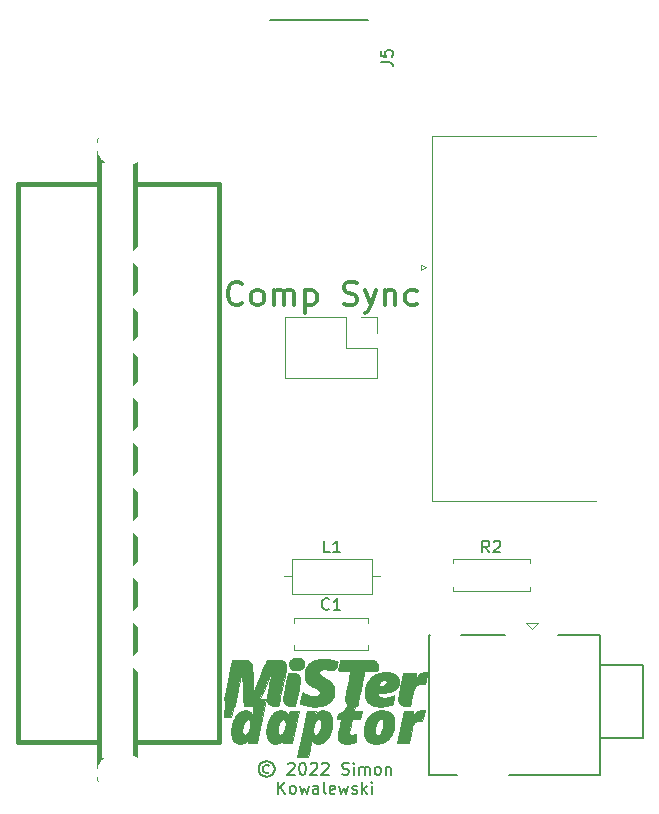
<source format=gto>
%TF.GenerationSoftware,KiCad,Pcbnew,(6.0.7-1)-1*%
%TF.CreationDate,2022-08-17T11:35:28+02:00*%
%TF.ProjectId,vgascart,76676173-6361-4727-942e-6b696361645f,rev?*%
%TF.SameCoordinates,Original*%
%TF.FileFunction,Legend,Top*%
%TF.FilePolarity,Positive*%
%FSLAX46Y46*%
G04 Gerber Fmt 4.6, Leading zero omitted, Abs format (unit mm)*
G04 Created by KiCad (PCBNEW (6.0.7-1)-1) date 2022-08-17 11:35:28*
%MOMM*%
%LPD*%
G01*
G04 APERTURE LIST*
%ADD10C,0.150000*%
%ADD11C,0.014000*%
%ADD12C,0.300000*%
%ADD13C,0.127000*%
%ADD14C,0.120000*%
%ADD15C,0.381000*%
%ADD16O,4.100000X3.100000*%
%ADD17C,3.000000*%
%ADD18C,1.600000*%
%ADD19O,1.600000X1.600000*%
%ADD20C,3.200000*%
%ADD21R,1.700000X1.700000*%
%ADD22O,1.700000X1.700000*%
%ADD23C,1.998980*%
%ADD24O,4.000000X2.200000*%
%ADD25O,2.200000X4.000000*%
%ADD26R,4.000000X2.200000*%
%ADD27C,4.000000*%
%ADD28R,1.600000X1.600000*%
G04 APERTURE END LIST*
D10*
X43238095Y-77885476D02*
X43142857Y-77837857D01*
X42952380Y-77837857D01*
X42857142Y-77885476D01*
X42761904Y-77980714D01*
X42714285Y-78075952D01*
X42714285Y-78266428D01*
X42761904Y-78361666D01*
X42857142Y-78456904D01*
X42952380Y-78504523D01*
X43142857Y-78504523D01*
X43238095Y-78456904D01*
X43047619Y-77504523D02*
X42809523Y-77552142D01*
X42571428Y-77695000D01*
X42428571Y-77933095D01*
X42380952Y-78171190D01*
X42428571Y-78409285D01*
X42571428Y-78647380D01*
X42809523Y-78790238D01*
X43047619Y-78837857D01*
X43285714Y-78790238D01*
X43523809Y-78647380D01*
X43666666Y-78409285D01*
X43714285Y-78171190D01*
X43666666Y-77933095D01*
X43523809Y-77695000D01*
X43285714Y-77552142D01*
X43047619Y-77504523D01*
X44857142Y-77742619D02*
X44904761Y-77695000D01*
X44999999Y-77647380D01*
X45238095Y-77647380D01*
X45333333Y-77695000D01*
X45380952Y-77742619D01*
X45428571Y-77837857D01*
X45428571Y-77933095D01*
X45380952Y-78075952D01*
X44809523Y-78647380D01*
X45428571Y-78647380D01*
X46047619Y-77647380D02*
X46142857Y-77647380D01*
X46238095Y-77695000D01*
X46285714Y-77742619D01*
X46333333Y-77837857D01*
X46380952Y-78028333D01*
X46380952Y-78266428D01*
X46333333Y-78456904D01*
X46285714Y-78552142D01*
X46238095Y-78599761D01*
X46142857Y-78647380D01*
X46047619Y-78647380D01*
X45952380Y-78599761D01*
X45904761Y-78552142D01*
X45857142Y-78456904D01*
X45809523Y-78266428D01*
X45809523Y-78028333D01*
X45857142Y-77837857D01*
X45904761Y-77742619D01*
X45952380Y-77695000D01*
X46047619Y-77647380D01*
X46761904Y-77742619D02*
X46809523Y-77695000D01*
X46904761Y-77647380D01*
X47142857Y-77647380D01*
X47238095Y-77695000D01*
X47285714Y-77742619D01*
X47333333Y-77837857D01*
X47333333Y-77933095D01*
X47285714Y-78075952D01*
X46714285Y-78647380D01*
X47333333Y-78647380D01*
X47714285Y-77742619D02*
X47761904Y-77695000D01*
X47857142Y-77647380D01*
X48095238Y-77647380D01*
X48190476Y-77695000D01*
X48238095Y-77742619D01*
X48285714Y-77837857D01*
X48285714Y-77933095D01*
X48238095Y-78075952D01*
X47666666Y-78647380D01*
X48285714Y-78647380D01*
X49428571Y-78599761D02*
X49571428Y-78647380D01*
X49809523Y-78647380D01*
X49904761Y-78599761D01*
X49952380Y-78552142D01*
X50000000Y-78456904D01*
X50000000Y-78361666D01*
X49952380Y-78266428D01*
X49904761Y-78218809D01*
X49809523Y-78171190D01*
X49619047Y-78123571D01*
X49523809Y-78075952D01*
X49476190Y-78028333D01*
X49428571Y-77933095D01*
X49428571Y-77837857D01*
X49476190Y-77742619D01*
X49523809Y-77695000D01*
X49619047Y-77647380D01*
X49857142Y-77647380D01*
X50000000Y-77695000D01*
X50428571Y-78647380D02*
X50428571Y-77980714D01*
X50428571Y-77647380D02*
X50380952Y-77695000D01*
X50428571Y-77742619D01*
X50476190Y-77695000D01*
X50428571Y-77647380D01*
X50428571Y-77742619D01*
X50904761Y-78647380D02*
X50904761Y-77980714D01*
X50904761Y-78075952D02*
X50952380Y-78028333D01*
X51047619Y-77980714D01*
X51190476Y-77980714D01*
X51285714Y-78028333D01*
X51333333Y-78123571D01*
X51333333Y-78647380D01*
X51333333Y-78123571D02*
X51380952Y-78028333D01*
X51476190Y-77980714D01*
X51619047Y-77980714D01*
X51714285Y-78028333D01*
X51761904Y-78123571D01*
X51761904Y-78647380D01*
X52380952Y-78647380D02*
X52285714Y-78599761D01*
X52238095Y-78552142D01*
X52190476Y-78456904D01*
X52190476Y-78171190D01*
X52238095Y-78075952D01*
X52285714Y-78028333D01*
X52380952Y-77980714D01*
X52523809Y-77980714D01*
X52619047Y-78028333D01*
X52666666Y-78075952D01*
X52714285Y-78171190D01*
X52714285Y-78456904D01*
X52666666Y-78552142D01*
X52619047Y-78599761D01*
X52523809Y-78647380D01*
X52380952Y-78647380D01*
X53142857Y-77980714D02*
X53142857Y-78647380D01*
X53142857Y-78075952D02*
X53190476Y-78028333D01*
X53285714Y-77980714D01*
X53428571Y-77980714D01*
X53523809Y-78028333D01*
X53571428Y-78123571D01*
X53571428Y-78647380D01*
X44047619Y-80257380D02*
X44047619Y-79257380D01*
X44619047Y-80257380D02*
X44190476Y-79685952D01*
X44619047Y-79257380D02*
X44047619Y-79828809D01*
X45190476Y-80257380D02*
X45095238Y-80209761D01*
X45047619Y-80162142D01*
X45000000Y-80066904D01*
X45000000Y-79781190D01*
X45047619Y-79685952D01*
X45095238Y-79638333D01*
X45190476Y-79590714D01*
X45333333Y-79590714D01*
X45428571Y-79638333D01*
X45476190Y-79685952D01*
X45523809Y-79781190D01*
X45523809Y-80066904D01*
X45476190Y-80162142D01*
X45428571Y-80209761D01*
X45333333Y-80257380D01*
X45190476Y-80257380D01*
X45857142Y-79590714D02*
X46047619Y-80257380D01*
X46238095Y-79781190D01*
X46428571Y-80257380D01*
X46619047Y-79590714D01*
X47428571Y-80257380D02*
X47428571Y-79733571D01*
X47380952Y-79638333D01*
X47285714Y-79590714D01*
X47095238Y-79590714D01*
X46999999Y-79638333D01*
X47428571Y-80209761D02*
X47333333Y-80257380D01*
X47095238Y-80257380D01*
X46999999Y-80209761D01*
X46952380Y-80114523D01*
X46952380Y-80019285D01*
X46999999Y-79924047D01*
X47095238Y-79876428D01*
X47333333Y-79876428D01*
X47428571Y-79828809D01*
X48047619Y-80257380D02*
X47952380Y-80209761D01*
X47904761Y-80114523D01*
X47904761Y-79257380D01*
X48809523Y-80209761D02*
X48714285Y-80257380D01*
X48523809Y-80257380D01*
X48428571Y-80209761D01*
X48380952Y-80114523D01*
X48380952Y-79733571D01*
X48428571Y-79638333D01*
X48523809Y-79590714D01*
X48714285Y-79590714D01*
X48809523Y-79638333D01*
X48857142Y-79733571D01*
X48857142Y-79828809D01*
X48380952Y-79924047D01*
X49190476Y-79590714D02*
X49380952Y-80257380D01*
X49571428Y-79781190D01*
X49761904Y-80257380D01*
X49952380Y-79590714D01*
X50285714Y-80209761D02*
X50380952Y-80257380D01*
X50571428Y-80257380D01*
X50666666Y-80209761D01*
X50714285Y-80114523D01*
X50714285Y-80066904D01*
X50666666Y-79971666D01*
X50571428Y-79924047D01*
X50428571Y-79924047D01*
X50333333Y-79876428D01*
X50285714Y-79781190D01*
X50285714Y-79733571D01*
X50333333Y-79638333D01*
X50428571Y-79590714D01*
X50571428Y-79590714D01*
X50666666Y-79638333D01*
X51142857Y-80257380D02*
X51142857Y-79257380D01*
X51238095Y-79876428D02*
X51523809Y-80257380D01*
X51523809Y-79590714D02*
X51142857Y-79971666D01*
X51952380Y-80257380D02*
X51952380Y-79590714D01*
X51952380Y-79257380D02*
X51904761Y-79305000D01*
X51952380Y-79352619D01*
X51999999Y-79305000D01*
X51952380Y-79257380D01*
X51952380Y-79352619D01*
D11*
G36*
X45635874Y-68727737D02*
G01*
X45638715Y-68727850D01*
X45641552Y-68727993D01*
X45644383Y-68728168D01*
X45647207Y-68728373D01*
X45650023Y-68728610D01*
X45652830Y-68728878D01*
X45655626Y-68729178D01*
X45658410Y-68729509D01*
X45690833Y-68733322D01*
X45722803Y-68737869D01*
X45754300Y-68743235D01*
X45785307Y-68749505D01*
X45815803Y-68756762D01*
X45845771Y-68765091D01*
X45875190Y-68774575D01*
X45904043Y-68785300D01*
X45932309Y-68797348D01*
X45959971Y-68810804D01*
X45987008Y-68825753D01*
X46013403Y-68842278D01*
X46039135Y-68860463D01*
X46064187Y-68880393D01*
X46088538Y-68902152D01*
X46112171Y-68925823D01*
X46126374Y-68942238D01*
X46139803Y-68959498D01*
X46152444Y-68977547D01*
X46164282Y-68996329D01*
X46175304Y-69015787D01*
X46185495Y-69035867D01*
X46203328Y-69077665D01*
X46217666Y-69121275D01*
X46228396Y-69166250D01*
X46235404Y-69212142D01*
X46238575Y-69258503D01*
X46238687Y-69281720D01*
X46237796Y-69304886D01*
X46235890Y-69327946D01*
X46232954Y-69350844D01*
X46228973Y-69373522D01*
X46223933Y-69395927D01*
X46217820Y-69418001D01*
X46210620Y-69439689D01*
X46202319Y-69460935D01*
X46192902Y-69481683D01*
X46182354Y-69501876D01*
X46170663Y-69521460D01*
X46157813Y-69540377D01*
X46143791Y-69558572D01*
X46128581Y-69575990D01*
X46112171Y-69592573D01*
X46092591Y-69611017D01*
X46072738Y-69628826D01*
X46052598Y-69645973D01*
X46032156Y-69662431D01*
X46011400Y-69678173D01*
X45990315Y-69693171D01*
X45968889Y-69707399D01*
X45947107Y-69720830D01*
X45924957Y-69733435D01*
X45902423Y-69745189D01*
X45879494Y-69756064D01*
X45856155Y-69766032D01*
X45832393Y-69775067D01*
X45808193Y-69783142D01*
X45783544Y-69790230D01*
X45758430Y-69796302D01*
X45738183Y-69800028D01*
X45717738Y-69802926D01*
X45697113Y-69805081D01*
X45676327Y-69806577D01*
X45655401Y-69807497D01*
X45634352Y-69807927D01*
X45591963Y-69807650D01*
X45506557Y-69804903D01*
X45463845Y-69803779D01*
X45421329Y-69803718D01*
X45399708Y-69803423D01*
X45378587Y-69801884D01*
X45357943Y-69799156D01*
X45337755Y-69795297D01*
X45318001Y-69790364D01*
X45298660Y-69784414D01*
X45279709Y-69777503D01*
X45261127Y-69769689D01*
X45242893Y-69761028D01*
X45224984Y-69751578D01*
X45207379Y-69741396D01*
X45190056Y-69730537D01*
X45172994Y-69719060D01*
X45156170Y-69707022D01*
X45139563Y-69694478D01*
X45123151Y-69681487D01*
X45104571Y-69665884D01*
X45087028Y-69649644D01*
X45070516Y-69632781D01*
X45055029Y-69615307D01*
X45040562Y-69597236D01*
X45027110Y-69578582D01*
X45014667Y-69559358D01*
X45003228Y-69539579D01*
X44992788Y-69519257D01*
X44983340Y-69498405D01*
X44974880Y-69477038D01*
X44967402Y-69455169D01*
X44960901Y-69432812D01*
X44955371Y-69409979D01*
X44950807Y-69386686D01*
X44947203Y-69362944D01*
X44944298Y-69337030D01*
X44942543Y-69311382D01*
X44941961Y-69286005D01*
X44942571Y-69260905D01*
X44944398Y-69236088D01*
X44947461Y-69211558D01*
X44951783Y-69187320D01*
X44957386Y-69163382D01*
X44964290Y-69139747D01*
X44972519Y-69116421D01*
X44982094Y-69093410D01*
X44993036Y-69070719D01*
X45005367Y-69048354D01*
X45019109Y-69026320D01*
X45034283Y-69004622D01*
X45050912Y-68983266D01*
X45064649Y-68967268D01*
X45078766Y-68951906D01*
X45093251Y-68937168D01*
X45108095Y-68923040D01*
X45123286Y-68909509D01*
X45138814Y-68896560D01*
X45154667Y-68884181D01*
X45170835Y-68872358D01*
X45187306Y-68861078D01*
X45204071Y-68850327D01*
X45221118Y-68840092D01*
X45238436Y-68830358D01*
X45256014Y-68821114D01*
X45273842Y-68812344D01*
X45291909Y-68804037D01*
X45310204Y-68796177D01*
X45325568Y-68790485D01*
X45341093Y-68785193D01*
X45356764Y-68780264D01*
X45372568Y-68775664D01*
X45404521Y-68767309D01*
X45436844Y-68759845D01*
X45567651Y-68733235D01*
X45576030Y-68731770D01*
X45584488Y-68730508D01*
X45593007Y-68729458D01*
X45601567Y-68728630D01*
X45610152Y-68728034D01*
X45618744Y-68727680D01*
X45627324Y-68727578D01*
X45635874Y-68727737D01*
G37*
X45635874Y-68727737D02*
X45638715Y-68727850D01*
X45641552Y-68727993D01*
X45644383Y-68728168D01*
X45647207Y-68728373D01*
X45650023Y-68728610D01*
X45652830Y-68728878D01*
X45655626Y-68729178D01*
X45658410Y-68729509D01*
X45690833Y-68733322D01*
X45722803Y-68737869D01*
X45754300Y-68743235D01*
X45785307Y-68749505D01*
X45815803Y-68756762D01*
X45845771Y-68765091D01*
X45875190Y-68774575D01*
X45904043Y-68785300D01*
X45932309Y-68797348D01*
X45959971Y-68810804D01*
X45987008Y-68825753D01*
X46013403Y-68842278D01*
X46039135Y-68860463D01*
X46064187Y-68880393D01*
X46088538Y-68902152D01*
X46112171Y-68925823D01*
X46126374Y-68942238D01*
X46139803Y-68959498D01*
X46152444Y-68977547D01*
X46164282Y-68996329D01*
X46175304Y-69015787D01*
X46185495Y-69035867D01*
X46203328Y-69077665D01*
X46217666Y-69121275D01*
X46228396Y-69166250D01*
X46235404Y-69212142D01*
X46238575Y-69258503D01*
X46238687Y-69281720D01*
X46237796Y-69304886D01*
X46235890Y-69327946D01*
X46232954Y-69350844D01*
X46228973Y-69373522D01*
X46223933Y-69395927D01*
X46217820Y-69418001D01*
X46210620Y-69439689D01*
X46202319Y-69460935D01*
X46192902Y-69481683D01*
X46182354Y-69501876D01*
X46170663Y-69521460D01*
X46157813Y-69540377D01*
X46143791Y-69558572D01*
X46128581Y-69575990D01*
X46112171Y-69592573D01*
X46092591Y-69611017D01*
X46072738Y-69628826D01*
X46052598Y-69645973D01*
X46032156Y-69662431D01*
X46011400Y-69678173D01*
X45990315Y-69693171D01*
X45968889Y-69707399D01*
X45947107Y-69720830D01*
X45924957Y-69733435D01*
X45902423Y-69745189D01*
X45879494Y-69756064D01*
X45856155Y-69766032D01*
X45832393Y-69775067D01*
X45808193Y-69783142D01*
X45783544Y-69790230D01*
X45758430Y-69796302D01*
X45738183Y-69800028D01*
X45717738Y-69802926D01*
X45697113Y-69805081D01*
X45676327Y-69806577D01*
X45655401Y-69807497D01*
X45634352Y-69807927D01*
X45591963Y-69807650D01*
X45506557Y-69804903D01*
X45463845Y-69803779D01*
X45421329Y-69803718D01*
X45399708Y-69803423D01*
X45378587Y-69801884D01*
X45357943Y-69799156D01*
X45337755Y-69795297D01*
X45318001Y-69790364D01*
X45298660Y-69784414D01*
X45279709Y-69777503D01*
X45261127Y-69769689D01*
X45242893Y-69761028D01*
X45224984Y-69751578D01*
X45207379Y-69741396D01*
X45190056Y-69730537D01*
X45172994Y-69719060D01*
X45156170Y-69707022D01*
X45139563Y-69694478D01*
X45123151Y-69681487D01*
X45104571Y-69665884D01*
X45087028Y-69649644D01*
X45070516Y-69632781D01*
X45055029Y-69615307D01*
X45040562Y-69597236D01*
X45027110Y-69578582D01*
X45014667Y-69559358D01*
X45003228Y-69539579D01*
X44992788Y-69519257D01*
X44983340Y-69498405D01*
X44974880Y-69477038D01*
X44967402Y-69455169D01*
X44960901Y-69432812D01*
X44955371Y-69409979D01*
X44950807Y-69386686D01*
X44947203Y-69362944D01*
X44944298Y-69337030D01*
X44942543Y-69311382D01*
X44941961Y-69286005D01*
X44942571Y-69260905D01*
X44944398Y-69236088D01*
X44947461Y-69211558D01*
X44951783Y-69187320D01*
X44957386Y-69163382D01*
X44964290Y-69139747D01*
X44972519Y-69116421D01*
X44982094Y-69093410D01*
X44993036Y-69070719D01*
X45005367Y-69048354D01*
X45019109Y-69026320D01*
X45034283Y-69004622D01*
X45050912Y-68983266D01*
X45064649Y-68967268D01*
X45078766Y-68951906D01*
X45093251Y-68937168D01*
X45108095Y-68923040D01*
X45123286Y-68909509D01*
X45138814Y-68896560D01*
X45154667Y-68884181D01*
X45170835Y-68872358D01*
X45187306Y-68861078D01*
X45204071Y-68850327D01*
X45221118Y-68840092D01*
X45238436Y-68830358D01*
X45256014Y-68821114D01*
X45273842Y-68812344D01*
X45291909Y-68804037D01*
X45310204Y-68796177D01*
X45325568Y-68790485D01*
X45341093Y-68785193D01*
X45356764Y-68780264D01*
X45372568Y-68775664D01*
X45404521Y-68767309D01*
X45436844Y-68759845D01*
X45567651Y-68733235D01*
X45576030Y-68731770D01*
X45584488Y-68730508D01*
X45593007Y-68729458D01*
X45601567Y-68728630D01*
X45610152Y-68728034D01*
X45618744Y-68727680D01*
X45627324Y-68727578D01*
X45635874Y-68727737D01*
G36*
X56428156Y-69966283D02*
G01*
X56442562Y-69966568D01*
X56457023Y-69967135D01*
X56471537Y-69967982D01*
X56486106Y-69969107D01*
X56500729Y-69970508D01*
X56515407Y-69972183D01*
X56530138Y-69974131D01*
X56534305Y-69974742D01*
X56538469Y-69975201D01*
X56542633Y-69975529D01*
X56546797Y-69975748D01*
X56550960Y-69975880D01*
X56555124Y-69975948D01*
X56563455Y-69975976D01*
X56582239Y-69976986D01*
X56599046Y-69978675D01*
X56606728Y-69979795D01*
X56613938Y-69981112D01*
X56620686Y-69982634D01*
X56626978Y-69984369D01*
X56632822Y-69986327D01*
X56638226Y-69988516D01*
X56643199Y-69990946D01*
X56647747Y-69993624D01*
X56651879Y-69996560D01*
X56655602Y-69999762D01*
X56658924Y-70003240D01*
X56661854Y-70007002D01*
X56664398Y-70011057D01*
X56666564Y-70015414D01*
X56668361Y-70020081D01*
X56669796Y-70025068D01*
X56670877Y-70030384D01*
X56671612Y-70036036D01*
X56672008Y-70042034D01*
X56672074Y-70048387D01*
X56671817Y-70055103D01*
X56671244Y-70062192D01*
X56669185Y-70077522D01*
X56665960Y-70094447D01*
X56661630Y-70113037D01*
X56646061Y-70175545D01*
X56631188Y-70238053D01*
X56602833Y-70363068D01*
X56575172Y-70488084D01*
X56546815Y-70613099D01*
X56504669Y-70785340D01*
X56482726Y-70871459D01*
X56459745Y-70957580D01*
X56458243Y-70963347D01*
X56456497Y-70968816D01*
X56454481Y-70973948D01*
X56452165Y-70978707D01*
X56450888Y-70980933D01*
X56449525Y-70983053D01*
X56448074Y-70985059D01*
X56446532Y-70986948D01*
X56444895Y-70988715D01*
X56443159Y-70990355D01*
X56441322Y-70991864D01*
X56439379Y-70993236D01*
X56437329Y-70994468D01*
X56435166Y-70995553D01*
X56432888Y-70996488D01*
X56430491Y-70997267D01*
X56427972Y-70997887D01*
X56425327Y-70998341D01*
X56422554Y-70998627D01*
X56419648Y-70998737D01*
X56416607Y-70998669D01*
X56413426Y-70998417D01*
X56410103Y-70997976D01*
X56406634Y-70997342D01*
X56403016Y-70996510D01*
X56399245Y-70995475D01*
X56395318Y-70994232D01*
X56391232Y-70992777D01*
X56367166Y-70984245D01*
X56342904Y-70976694D01*
X56318469Y-70970110D01*
X56293881Y-70964475D01*
X56269163Y-70959773D01*
X56244337Y-70955988D01*
X56219424Y-70953104D01*
X56194445Y-70951105D01*
X56169423Y-70949974D01*
X56144379Y-70949694D01*
X56119336Y-70950250D01*
X56094314Y-70951626D01*
X56069336Y-70953804D01*
X56044423Y-70956770D01*
X56019596Y-70960505D01*
X55994879Y-70964995D01*
X55968054Y-70971114D01*
X55941752Y-70978347D01*
X55915977Y-70986681D01*
X55890731Y-70996104D01*
X55866017Y-71006600D01*
X55841838Y-71018158D01*
X55818196Y-71030762D01*
X55795093Y-71044400D01*
X55772534Y-71059058D01*
X55750519Y-71074723D01*
X55729053Y-71091381D01*
X55708137Y-71109018D01*
X55687775Y-71127621D01*
X55667968Y-71147176D01*
X55648720Y-71167671D01*
X55630033Y-71189090D01*
X55606500Y-71219011D01*
X55585102Y-71249699D01*
X55565674Y-71281097D01*
X55548050Y-71313150D01*
X55532064Y-71345799D01*
X55517552Y-71378988D01*
X55504347Y-71412660D01*
X55492284Y-71446758D01*
X55481199Y-71481225D01*
X55470924Y-71516004D01*
X55452146Y-71586269D01*
X55417044Y-71728039D01*
X55380810Y-71876696D01*
X55346658Y-72025523D01*
X55281828Y-72324396D01*
X55260499Y-72429678D01*
X55240384Y-72534618D01*
X55200328Y-72744840D01*
X55199570Y-72748664D01*
X55198687Y-72752512D01*
X55196570Y-72760378D01*
X55194019Y-72768634D01*
X55191079Y-72777476D01*
X55184199Y-72797699D01*
X55180345Y-72809472D01*
X55176273Y-72822613D01*
X54811391Y-72822613D01*
X54776929Y-72821955D01*
X54743009Y-72819951D01*
X54709654Y-72816558D01*
X54676884Y-72811733D01*
X54644723Y-72805432D01*
X54613191Y-72797612D01*
X54582310Y-72788230D01*
X54552103Y-72777241D01*
X54522589Y-72764602D01*
X54493792Y-72750271D01*
X54465733Y-72734203D01*
X54438433Y-72716356D01*
X54411915Y-72696685D01*
X54386200Y-72675148D01*
X54361309Y-72651700D01*
X54337265Y-72626300D01*
X54313503Y-72598604D01*
X54291549Y-72570376D01*
X54271428Y-72541606D01*
X54253169Y-72512283D01*
X54236798Y-72482396D01*
X54222342Y-72451934D01*
X54209829Y-72420885D01*
X54199285Y-72389240D01*
X54190738Y-72356988D01*
X54184215Y-72324116D01*
X54179743Y-72290615D01*
X54177349Y-72256474D01*
X54177060Y-72221681D01*
X54178904Y-72186227D01*
X54182908Y-72150099D01*
X54189098Y-72113287D01*
X54200503Y-72053398D01*
X54211236Y-71993249D01*
X54231465Y-71872516D01*
X54251346Y-71751784D01*
X54272442Y-71631745D01*
X54280404Y-71590767D01*
X54288910Y-71549787D01*
X54306944Y-71467825D01*
X54325325Y-71385863D01*
X54342836Y-71303905D01*
X54420609Y-70883497D01*
X54487276Y-70568642D01*
X54501948Y-70496119D01*
X54515752Y-70423243D01*
X54542839Y-70277844D01*
X54549613Y-70237303D01*
X54553066Y-70216936D01*
X54556736Y-70196591D01*
X54560754Y-70176333D01*
X54565249Y-70156226D01*
X54570352Y-70136336D01*
X54576191Y-70116727D01*
X54579496Y-70106594D01*
X54583179Y-70097038D01*
X54587275Y-70088074D01*
X54591815Y-70079715D01*
X54596832Y-70071975D01*
X54599530Y-70068341D01*
X54602359Y-70064867D01*
X54605324Y-70061555D01*
X54608429Y-70058405D01*
X54611678Y-70055420D01*
X54615074Y-70052602D01*
X54618622Y-70049952D01*
X54622326Y-70047472D01*
X54626191Y-70045164D01*
X54630219Y-70043028D01*
X54634416Y-70041068D01*
X54638785Y-70039285D01*
X54643331Y-70037679D01*
X54648057Y-70036254D01*
X54652967Y-70035011D01*
X54658066Y-70033951D01*
X54663358Y-70033076D01*
X54668847Y-70032388D01*
X54674536Y-70031889D01*
X54680431Y-70031580D01*
X54692851Y-70031538D01*
X54930383Y-70033389D01*
X55167917Y-70033850D01*
X55642983Y-70033383D01*
X55720757Y-70033383D01*
X55695533Y-70262586D01*
X55682489Y-70373542D01*
X55668920Y-70483454D01*
X55685596Y-70492714D01*
X55716154Y-70454889D01*
X55746711Y-70416540D01*
X55807826Y-70338977D01*
X55869466Y-70260580D01*
X55900612Y-70221803D01*
X55916551Y-70202777D01*
X55932842Y-70184089D01*
X55949568Y-70165815D01*
X55966809Y-70148025D01*
X55984647Y-70130795D01*
X56003163Y-70114197D01*
X56022439Y-70098305D01*
X56042556Y-70083191D01*
X56063596Y-70068930D01*
X56085639Y-70055593D01*
X56105234Y-70044760D01*
X56124950Y-70034653D01*
X56144789Y-70025268D01*
X56164750Y-70016599D01*
X56184833Y-70008639D01*
X56205039Y-70001384D01*
X56225366Y-69994827D01*
X56245815Y-69988962D01*
X56266387Y-69983784D01*
X56287080Y-69979287D01*
X56307896Y-69975465D01*
X56328833Y-69972313D01*
X56349893Y-69969824D01*
X56371075Y-69967993D01*
X56392379Y-69966814D01*
X56413805Y-69966281D01*
X56428156Y-69966283D01*
G37*
X56428156Y-69966283D02*
X56442562Y-69966568D01*
X56457023Y-69967135D01*
X56471537Y-69967982D01*
X56486106Y-69969107D01*
X56500729Y-69970508D01*
X56515407Y-69972183D01*
X56530138Y-69974131D01*
X56534305Y-69974742D01*
X56538469Y-69975201D01*
X56542633Y-69975529D01*
X56546797Y-69975748D01*
X56550960Y-69975880D01*
X56555124Y-69975948D01*
X56563455Y-69975976D01*
X56582239Y-69976986D01*
X56599046Y-69978675D01*
X56606728Y-69979795D01*
X56613938Y-69981112D01*
X56620686Y-69982634D01*
X56626978Y-69984369D01*
X56632822Y-69986327D01*
X56638226Y-69988516D01*
X56643199Y-69990946D01*
X56647747Y-69993624D01*
X56651879Y-69996560D01*
X56655602Y-69999762D01*
X56658924Y-70003240D01*
X56661854Y-70007002D01*
X56664398Y-70011057D01*
X56666564Y-70015414D01*
X56668361Y-70020081D01*
X56669796Y-70025068D01*
X56670877Y-70030384D01*
X56671612Y-70036036D01*
X56672008Y-70042034D01*
X56672074Y-70048387D01*
X56671817Y-70055103D01*
X56671244Y-70062192D01*
X56669185Y-70077522D01*
X56665960Y-70094447D01*
X56661630Y-70113037D01*
X56646061Y-70175545D01*
X56631188Y-70238053D01*
X56602833Y-70363068D01*
X56575172Y-70488084D01*
X56546815Y-70613099D01*
X56504669Y-70785340D01*
X56482726Y-70871459D01*
X56459745Y-70957580D01*
X56458243Y-70963347D01*
X56456497Y-70968816D01*
X56454481Y-70973948D01*
X56452165Y-70978707D01*
X56450888Y-70980933D01*
X56449525Y-70983053D01*
X56448074Y-70985059D01*
X56446532Y-70986948D01*
X56444895Y-70988715D01*
X56443159Y-70990355D01*
X56441322Y-70991864D01*
X56439379Y-70993236D01*
X56437329Y-70994468D01*
X56435166Y-70995553D01*
X56432888Y-70996488D01*
X56430491Y-70997267D01*
X56427972Y-70997887D01*
X56425327Y-70998341D01*
X56422554Y-70998627D01*
X56419648Y-70998737D01*
X56416607Y-70998669D01*
X56413426Y-70998417D01*
X56410103Y-70997976D01*
X56406634Y-70997342D01*
X56403016Y-70996510D01*
X56399245Y-70995475D01*
X56395318Y-70994232D01*
X56391232Y-70992777D01*
X56367166Y-70984245D01*
X56342904Y-70976694D01*
X56318469Y-70970110D01*
X56293881Y-70964475D01*
X56269163Y-70959773D01*
X56244337Y-70955988D01*
X56219424Y-70953104D01*
X56194445Y-70951105D01*
X56169423Y-70949974D01*
X56144379Y-70949694D01*
X56119336Y-70950250D01*
X56094314Y-70951626D01*
X56069336Y-70953804D01*
X56044423Y-70956770D01*
X56019596Y-70960505D01*
X55994879Y-70964995D01*
X55968054Y-70971114D01*
X55941752Y-70978347D01*
X55915977Y-70986681D01*
X55890731Y-70996104D01*
X55866017Y-71006600D01*
X55841838Y-71018158D01*
X55818196Y-71030762D01*
X55795093Y-71044400D01*
X55772534Y-71059058D01*
X55750519Y-71074723D01*
X55729053Y-71091381D01*
X55708137Y-71109018D01*
X55687775Y-71127621D01*
X55667968Y-71147176D01*
X55648720Y-71167671D01*
X55630033Y-71189090D01*
X55606500Y-71219011D01*
X55585102Y-71249699D01*
X55565674Y-71281097D01*
X55548050Y-71313150D01*
X55532064Y-71345799D01*
X55517552Y-71378988D01*
X55504347Y-71412660D01*
X55492284Y-71446758D01*
X55481199Y-71481225D01*
X55470924Y-71516004D01*
X55452146Y-71586269D01*
X55417044Y-71728039D01*
X55380810Y-71876696D01*
X55346658Y-72025523D01*
X55281828Y-72324396D01*
X55260499Y-72429678D01*
X55240384Y-72534618D01*
X55200328Y-72744840D01*
X55199570Y-72748664D01*
X55198687Y-72752512D01*
X55196570Y-72760378D01*
X55194019Y-72768634D01*
X55191079Y-72777476D01*
X55184199Y-72797699D01*
X55180345Y-72809472D01*
X55176273Y-72822613D01*
X54811391Y-72822613D01*
X54776929Y-72821955D01*
X54743009Y-72819951D01*
X54709654Y-72816558D01*
X54676884Y-72811733D01*
X54644723Y-72805432D01*
X54613191Y-72797612D01*
X54582310Y-72788230D01*
X54552103Y-72777241D01*
X54522589Y-72764602D01*
X54493792Y-72750271D01*
X54465733Y-72734203D01*
X54438433Y-72716356D01*
X54411915Y-72696685D01*
X54386200Y-72675148D01*
X54361309Y-72651700D01*
X54337265Y-72626300D01*
X54313503Y-72598604D01*
X54291549Y-72570376D01*
X54271428Y-72541606D01*
X54253169Y-72512283D01*
X54236798Y-72482396D01*
X54222342Y-72451934D01*
X54209829Y-72420885D01*
X54199285Y-72389240D01*
X54190738Y-72356988D01*
X54184215Y-72324116D01*
X54179743Y-72290615D01*
X54177349Y-72256474D01*
X54177060Y-72221681D01*
X54178904Y-72186227D01*
X54182908Y-72150099D01*
X54189098Y-72113287D01*
X54200503Y-72053398D01*
X54211236Y-71993249D01*
X54231465Y-71872516D01*
X54251346Y-71751784D01*
X54272442Y-71631745D01*
X54280404Y-71590767D01*
X54288910Y-71549787D01*
X54306944Y-71467825D01*
X54325325Y-71385863D01*
X54342836Y-71303905D01*
X54420609Y-70883497D01*
X54487276Y-70568642D01*
X54501948Y-70496119D01*
X54515752Y-70423243D01*
X54542839Y-70277844D01*
X54549613Y-70237303D01*
X54553066Y-70216936D01*
X54556736Y-70196591D01*
X54560754Y-70176333D01*
X54565249Y-70156226D01*
X54570352Y-70136336D01*
X54576191Y-70116727D01*
X54579496Y-70106594D01*
X54583179Y-70097038D01*
X54587275Y-70088074D01*
X54591815Y-70079715D01*
X54596832Y-70071975D01*
X54599530Y-70068341D01*
X54602359Y-70064867D01*
X54605324Y-70061555D01*
X54608429Y-70058405D01*
X54611678Y-70055420D01*
X54615074Y-70052602D01*
X54618622Y-70049952D01*
X54622326Y-70047472D01*
X54626191Y-70045164D01*
X54630219Y-70043028D01*
X54634416Y-70041068D01*
X54638785Y-70039285D01*
X54643331Y-70037679D01*
X54648057Y-70036254D01*
X54652967Y-70035011D01*
X54658066Y-70033951D01*
X54663358Y-70033076D01*
X54668847Y-70032388D01*
X54674536Y-70031889D01*
X54680431Y-70031580D01*
X54692851Y-70031538D01*
X54930383Y-70033389D01*
X55167917Y-70033850D01*
X55642983Y-70033383D01*
X55720757Y-70033383D01*
X55695533Y-70262586D01*
X55682489Y-70373542D01*
X55668920Y-70483454D01*
X55685596Y-70492714D01*
X55716154Y-70454889D01*
X55746711Y-70416540D01*
X55807826Y-70338977D01*
X55869466Y-70260580D01*
X55900612Y-70221803D01*
X55916551Y-70202777D01*
X55932842Y-70184089D01*
X55949568Y-70165815D01*
X55966809Y-70148025D01*
X55984647Y-70130795D01*
X56003163Y-70114197D01*
X56022439Y-70098305D01*
X56042556Y-70083191D01*
X56063596Y-70068930D01*
X56085639Y-70055593D01*
X56105234Y-70044760D01*
X56124950Y-70034653D01*
X56144789Y-70025268D01*
X56164750Y-70016599D01*
X56184833Y-70008639D01*
X56205039Y-70001384D01*
X56225366Y-69994827D01*
X56245815Y-69988962D01*
X56266387Y-69983784D01*
X56287080Y-69979287D01*
X56307896Y-69975465D01*
X56328833Y-69972313D01*
X56349893Y-69969824D01*
X56371075Y-69967993D01*
X56392379Y-69966814D01*
X56413805Y-69966281D01*
X56428156Y-69966283D01*
G36*
X45225256Y-70032419D02*
G01*
X45270976Y-70034345D01*
X45316584Y-70037733D01*
X45339336Y-70040075D01*
X45362048Y-70042902D01*
X45384716Y-70046253D01*
X45407336Y-70050169D01*
X45429904Y-70054689D01*
X45452416Y-70059852D01*
X45474869Y-70065699D01*
X45497257Y-70072269D01*
X45538228Y-70086273D01*
X45576470Y-70101913D01*
X45612074Y-70119219D01*
X45645134Y-70138220D01*
X45675742Y-70158946D01*
X45703989Y-70181428D01*
X45729967Y-70205695D01*
X45753771Y-70231777D01*
X45775490Y-70259703D01*
X45795218Y-70289505D01*
X45813047Y-70321211D01*
X45829069Y-70354851D01*
X45843377Y-70390456D01*
X45856062Y-70428054D01*
X45867217Y-70467677D01*
X45876934Y-70509354D01*
X45881749Y-70535030D01*
X45885157Y-70560663D01*
X45887267Y-70586252D01*
X45888192Y-70611799D01*
X45888043Y-70637301D01*
X45886931Y-70662761D01*
X45884967Y-70688177D01*
X45882262Y-70713550D01*
X45875076Y-70764165D01*
X45866262Y-70814607D01*
X45847308Y-70914968D01*
X45826616Y-71029945D01*
X45804012Y-71144405D01*
X45756549Y-71372454D01*
X45676931Y-71731729D01*
X45541714Y-72383684D01*
X45524957Y-72462832D01*
X45507679Y-72541806D01*
X45489358Y-72620432D01*
X45479645Y-72659561D01*
X45469476Y-72698538D01*
X45463208Y-72720381D01*
X45457439Y-72739497D01*
X45451931Y-72756068D01*
X45446445Y-72770275D01*
X45443636Y-72776549D01*
X45440743Y-72782301D01*
X45437736Y-72787553D01*
X45434585Y-72792328D01*
X45431261Y-72796648D01*
X45427733Y-72800536D01*
X45423972Y-72804016D01*
X45419947Y-72807109D01*
X45415630Y-72809839D01*
X45410990Y-72812228D01*
X45405997Y-72814299D01*
X45400621Y-72816074D01*
X45394834Y-72817577D01*
X45388603Y-72818830D01*
X45374697Y-72820677D01*
X45358663Y-72821797D01*
X45340263Y-72822372D01*
X45295409Y-72822613D01*
X45193545Y-72822613D01*
X45093644Y-72822588D01*
X45043910Y-72821351D01*
X45019134Y-72820074D01*
X44994435Y-72818226D01*
X44969822Y-72815704D01*
X44945307Y-72812409D01*
X44920901Y-72808241D01*
X44896614Y-72803098D01*
X44872458Y-72796881D01*
X44848443Y-72789488D01*
X44824581Y-72780820D01*
X44800881Y-72770777D01*
X44765288Y-72753147D01*
X44731440Y-72734270D01*
X44699344Y-72714111D01*
X44669009Y-72692640D01*
X44640444Y-72669822D01*
X44613655Y-72645626D01*
X44588652Y-72620019D01*
X44565442Y-72592969D01*
X44544034Y-72564443D01*
X44524435Y-72534409D01*
X44506654Y-72502834D01*
X44490698Y-72469685D01*
X44476577Y-72434930D01*
X44464297Y-72398537D01*
X44453867Y-72360473D01*
X44445296Y-72320706D01*
X44440849Y-72292704D01*
X44437851Y-72264940D01*
X44436187Y-72237394D01*
X44435745Y-72210042D01*
X44436409Y-72182864D01*
X44438066Y-72155837D01*
X44440602Y-72128941D01*
X44443903Y-72102153D01*
X44452344Y-72048816D01*
X44462479Y-71995653D01*
X44484182Y-71889156D01*
X44526082Y-71681965D01*
X44569371Y-71476163D01*
X44632349Y-71187246D01*
X44674249Y-70980037D01*
X44717537Y-70774217D01*
X44780516Y-70485299D01*
X44839768Y-70188965D01*
X44843093Y-70172915D01*
X44846226Y-70156756D01*
X44852515Y-70124371D01*
X44855975Y-70108276D01*
X44859847Y-70092333D01*
X44861984Y-70084439D01*
X44864281Y-70076607D01*
X44866757Y-70068846D01*
X44869430Y-70061164D01*
X44869841Y-70059944D01*
X44870376Y-70058716D01*
X44871030Y-70057483D01*
X44871794Y-70056248D01*
X44872665Y-70055015D01*
X44873635Y-70053786D01*
X44875850Y-70051354D01*
X44878390Y-70048976D01*
X44881206Y-70046677D01*
X44884250Y-70044481D01*
X44887474Y-70042412D01*
X44890827Y-70040495D01*
X44894262Y-70038755D01*
X44897729Y-70037215D01*
X44901181Y-70035901D01*
X44904567Y-70034836D01*
X44907840Y-70034045D01*
X44910951Y-70033553D01*
X44913851Y-70033383D01*
X44941221Y-70033732D01*
X44968634Y-70033783D01*
X45023557Y-70033266D01*
X45133605Y-70031683D01*
X45179455Y-70031638D01*
X45225256Y-70032419D01*
G37*
X45225256Y-70032419D02*
X45270976Y-70034345D01*
X45316584Y-70037733D01*
X45339336Y-70040075D01*
X45362048Y-70042902D01*
X45384716Y-70046253D01*
X45407336Y-70050169D01*
X45429904Y-70054689D01*
X45452416Y-70059852D01*
X45474869Y-70065699D01*
X45497257Y-70072269D01*
X45538228Y-70086273D01*
X45576470Y-70101913D01*
X45612074Y-70119219D01*
X45645134Y-70138220D01*
X45675742Y-70158946D01*
X45703989Y-70181428D01*
X45729967Y-70205695D01*
X45753771Y-70231777D01*
X45775490Y-70259703D01*
X45795218Y-70289505D01*
X45813047Y-70321211D01*
X45829069Y-70354851D01*
X45843377Y-70390456D01*
X45856062Y-70428054D01*
X45867217Y-70467677D01*
X45876934Y-70509354D01*
X45881749Y-70535030D01*
X45885157Y-70560663D01*
X45887267Y-70586252D01*
X45888192Y-70611799D01*
X45888043Y-70637301D01*
X45886931Y-70662761D01*
X45884967Y-70688177D01*
X45882262Y-70713550D01*
X45875076Y-70764165D01*
X45866262Y-70814607D01*
X45847308Y-70914968D01*
X45826616Y-71029945D01*
X45804012Y-71144405D01*
X45756549Y-71372454D01*
X45676931Y-71731729D01*
X45541714Y-72383684D01*
X45524957Y-72462832D01*
X45507679Y-72541806D01*
X45489358Y-72620432D01*
X45479645Y-72659561D01*
X45469476Y-72698538D01*
X45463208Y-72720381D01*
X45457439Y-72739497D01*
X45451931Y-72756068D01*
X45446445Y-72770275D01*
X45443636Y-72776549D01*
X45440743Y-72782301D01*
X45437736Y-72787553D01*
X45434585Y-72792328D01*
X45431261Y-72796648D01*
X45427733Y-72800536D01*
X45423972Y-72804016D01*
X45419947Y-72807109D01*
X45415630Y-72809839D01*
X45410990Y-72812228D01*
X45405997Y-72814299D01*
X45400621Y-72816074D01*
X45394834Y-72817577D01*
X45388603Y-72818830D01*
X45374697Y-72820677D01*
X45358663Y-72821797D01*
X45340263Y-72822372D01*
X45295409Y-72822613D01*
X45193545Y-72822613D01*
X45093644Y-72822588D01*
X45043910Y-72821351D01*
X45019134Y-72820074D01*
X44994435Y-72818226D01*
X44969822Y-72815704D01*
X44945307Y-72812409D01*
X44920901Y-72808241D01*
X44896614Y-72803098D01*
X44872458Y-72796881D01*
X44848443Y-72789488D01*
X44824581Y-72780820D01*
X44800881Y-72770777D01*
X44765288Y-72753147D01*
X44731440Y-72734270D01*
X44699344Y-72714111D01*
X44669009Y-72692640D01*
X44640444Y-72669822D01*
X44613655Y-72645626D01*
X44588652Y-72620019D01*
X44565442Y-72592969D01*
X44544034Y-72564443D01*
X44524435Y-72534409D01*
X44506654Y-72502834D01*
X44490698Y-72469685D01*
X44476577Y-72434930D01*
X44464297Y-72398537D01*
X44453867Y-72360473D01*
X44445296Y-72320706D01*
X44440849Y-72292704D01*
X44437851Y-72264940D01*
X44436187Y-72237394D01*
X44435745Y-72210042D01*
X44436409Y-72182864D01*
X44438066Y-72155837D01*
X44440602Y-72128941D01*
X44443903Y-72102153D01*
X44452344Y-72048816D01*
X44462479Y-71995653D01*
X44484182Y-71889156D01*
X44526082Y-71681965D01*
X44569371Y-71476163D01*
X44632349Y-71187246D01*
X44674249Y-70980037D01*
X44717537Y-70774217D01*
X44780516Y-70485299D01*
X44839768Y-70188965D01*
X44843093Y-70172915D01*
X44846226Y-70156756D01*
X44852515Y-70124371D01*
X44855975Y-70108276D01*
X44859847Y-70092333D01*
X44861984Y-70084439D01*
X44864281Y-70076607D01*
X44866757Y-70068846D01*
X44869430Y-70061164D01*
X44869841Y-70059944D01*
X44870376Y-70058716D01*
X44871030Y-70057483D01*
X44871794Y-70056248D01*
X44872665Y-70055015D01*
X44873635Y-70053786D01*
X44875850Y-70051354D01*
X44878390Y-70048976D01*
X44881206Y-70046677D01*
X44884250Y-70044481D01*
X44887474Y-70042412D01*
X44890827Y-70040495D01*
X44894262Y-70038755D01*
X44897729Y-70037215D01*
X44901181Y-70035901D01*
X44904567Y-70034836D01*
X44907840Y-70034045D01*
X44910951Y-70033553D01*
X44913851Y-70033383D01*
X44941221Y-70033732D01*
X44968634Y-70033783D01*
X45023557Y-70033266D01*
X45133605Y-70031683D01*
X45179455Y-70031638D01*
X45225256Y-70032419D01*
G36*
X48127689Y-68856630D02*
G01*
X48201392Y-68862827D01*
X48275270Y-68870260D01*
X48349321Y-68879387D01*
X48423548Y-68890662D01*
X48496225Y-68904317D01*
X48568446Y-68920031D01*
X48640277Y-68937436D01*
X48711782Y-68956165D01*
X48854077Y-68996120D01*
X48995850Y-69036948D01*
X48997954Y-69037549D01*
X49000095Y-69038306D01*
X49002266Y-69039210D01*
X49004460Y-69040255D01*
X49008890Y-69042737D01*
X49013331Y-69045691D01*
X49017729Y-69049058D01*
X49022030Y-69052777D01*
X49026178Y-69056790D01*
X49030120Y-69061036D01*
X49033802Y-69065456D01*
X49037169Y-69069989D01*
X49040168Y-69074577D01*
X49042742Y-69079159D01*
X49044839Y-69083676D01*
X49045692Y-69085891D01*
X49046405Y-69088067D01*
X49046971Y-69090198D01*
X49047384Y-69092274D01*
X49047636Y-69094290D01*
X49047722Y-69096236D01*
X49045651Y-69138155D01*
X49042788Y-69179819D01*
X49038948Y-69221145D01*
X49033947Y-69262055D01*
X49027601Y-69302464D01*
X49019724Y-69342293D01*
X49010133Y-69381461D01*
X48998642Y-69419884D01*
X48985068Y-69457483D01*
X48969226Y-69494176D01*
X48950931Y-69529881D01*
X48929999Y-69564518D01*
X48918487Y-69581410D01*
X48906246Y-69598004D01*
X48893254Y-69614291D01*
X48879487Y-69630259D01*
X48864922Y-69645899D01*
X48849537Y-69661200D01*
X48833308Y-69676154D01*
X48816212Y-69690748D01*
X48796918Y-69705588D01*
X48777239Y-69719524D01*
X48757180Y-69732522D01*
X48736746Y-69744546D01*
X48715944Y-69755561D01*
X48694777Y-69765531D01*
X48673253Y-69774422D01*
X48651377Y-69782198D01*
X48629152Y-69788823D01*
X48606587Y-69794263D01*
X48583684Y-69798482D01*
X48560451Y-69801445D01*
X48536892Y-69803116D01*
X48513013Y-69803460D01*
X48488819Y-69802443D01*
X48464316Y-69800028D01*
X48201298Y-69744465D01*
X48077414Y-69729182D01*
X48015375Y-69722451D01*
X47984360Y-69719882D01*
X47953358Y-69718062D01*
X47922379Y-69717154D01*
X47891428Y-69717321D01*
X47860516Y-69718724D01*
X47829650Y-69721528D01*
X47798838Y-69725894D01*
X47768088Y-69731986D01*
X47737408Y-69739967D01*
X47706807Y-69750000D01*
X47689219Y-69756438D01*
X47671936Y-69763305D01*
X47655043Y-69770682D01*
X47638628Y-69778652D01*
X47622778Y-69787294D01*
X47607578Y-69796690D01*
X47593117Y-69806922D01*
X47579480Y-69818071D01*
X47572998Y-69824015D01*
X47566755Y-69830219D01*
X47560761Y-69836692D01*
X47555028Y-69843446D01*
X47549566Y-69850490D01*
X47544386Y-69857834D01*
X47539499Y-69865489D01*
X47534916Y-69873465D01*
X47530648Y-69881772D01*
X47526706Y-69890420D01*
X47523099Y-69899419D01*
X47519840Y-69908779D01*
X47516939Y-69918512D01*
X47514407Y-69928626D01*
X47512255Y-69939132D01*
X47510493Y-69950040D01*
X47507458Y-69975919D01*
X47506533Y-69988483D01*
X47506007Y-70000806D01*
X47505882Y-70012892D01*
X47506161Y-70024748D01*
X47506847Y-70036381D01*
X47507943Y-70047796D01*
X47509451Y-70058999D01*
X47511374Y-70069997D01*
X47513715Y-70080795D01*
X47516477Y-70091400D01*
X47519661Y-70101818D01*
X47523272Y-70112055D01*
X47527311Y-70122117D01*
X47531781Y-70132010D01*
X47536686Y-70141740D01*
X47542027Y-70151314D01*
X47547808Y-70160737D01*
X47554031Y-70170015D01*
X47560699Y-70179155D01*
X47567815Y-70188163D01*
X47575381Y-70197045D01*
X47583401Y-70205807D01*
X47591876Y-70214454D01*
X47600810Y-70222994D01*
X47610205Y-70231432D01*
X47620064Y-70239774D01*
X47641185Y-70256197D01*
X47664194Y-70272309D01*
X47734050Y-70317584D01*
X47804581Y-70361905D01*
X47946883Y-70448724D01*
X48089533Y-70534848D01*
X48160497Y-70578300D01*
X48230961Y-70622360D01*
X48263683Y-70643484D01*
X48295841Y-70665210D01*
X48327390Y-70687576D01*
X48358288Y-70710620D01*
X48388492Y-70734380D01*
X48417957Y-70758894D01*
X48446641Y-70784200D01*
X48474499Y-70810336D01*
X48501490Y-70837340D01*
X48527569Y-70865250D01*
X48552693Y-70894105D01*
X48576819Y-70923942D01*
X48599904Y-70954799D01*
X48621904Y-70986715D01*
X48642775Y-71019727D01*
X48662475Y-71053874D01*
X48674630Y-71076595D01*
X48686097Y-71099604D01*
X48696880Y-71122885D01*
X48706986Y-71146420D01*
X48716419Y-71170194D01*
X48725185Y-71194191D01*
X48733289Y-71218394D01*
X48740736Y-71242786D01*
X48747532Y-71267353D01*
X48753683Y-71292076D01*
X48759193Y-71316941D01*
X48764068Y-71341931D01*
X48768314Y-71367029D01*
X48771935Y-71392219D01*
X48774937Y-71417485D01*
X48777325Y-71442811D01*
X48780440Y-71487341D01*
X48782795Y-71532003D01*
X48784325Y-71576752D01*
X48784965Y-71621545D01*
X48784651Y-71666337D01*
X48783316Y-71711086D01*
X48780896Y-71755748D01*
X48777325Y-71800278D01*
X48774486Y-71825909D01*
X48770843Y-71851402D01*
X48766419Y-71876748D01*
X48761235Y-71901940D01*
X48755314Y-71926969D01*
X48748676Y-71951827D01*
X48741344Y-71976506D01*
X48733338Y-72000997D01*
X48724682Y-72025294D01*
X48715396Y-72049387D01*
X48705503Y-72073268D01*
X48695023Y-72096929D01*
X48683980Y-72120363D01*
X48672393Y-72143561D01*
X48660286Y-72166514D01*
X48647680Y-72189215D01*
X48618687Y-72237858D01*
X48587979Y-72284488D01*
X48555579Y-72329131D01*
X48521507Y-72371816D01*
X48485785Y-72412568D01*
X48448436Y-72451415D01*
X48409481Y-72488386D01*
X48368941Y-72523505D01*
X48326839Y-72556802D01*
X48283196Y-72588303D01*
X48238033Y-72618035D01*
X48191373Y-72646025D01*
X48143237Y-72672301D01*
X48093647Y-72696890D01*
X48042624Y-72719818D01*
X47990191Y-72741115D01*
X47927501Y-72764443D01*
X47864420Y-72785709D01*
X47800904Y-72804762D01*
X47736911Y-72821448D01*
X47672396Y-72835618D01*
X47639930Y-72841710D01*
X47607318Y-72847117D01*
X47574554Y-72851818D01*
X47541632Y-72855795D01*
X47508548Y-72859029D01*
X47475297Y-72861500D01*
X47244936Y-72881185D01*
X47187508Y-72884968D01*
X47130189Y-72887296D01*
X47073001Y-72887671D01*
X47044463Y-72886969D01*
X47015965Y-72885592D01*
X46947135Y-72880646D01*
X46878218Y-72874159D01*
X46809301Y-72866153D01*
X46740472Y-72856649D01*
X46671816Y-72845669D01*
X46603420Y-72833235D01*
X46535371Y-72819369D01*
X46467756Y-72804093D01*
X46398014Y-72786122D01*
X46328967Y-72765895D01*
X46260441Y-72743931D01*
X46192262Y-72720752D01*
X46056252Y-72672832D01*
X45988073Y-72649132D01*
X45919547Y-72626300D01*
X45914814Y-72624846D01*
X45910337Y-72623266D01*
X45906109Y-72621562D01*
X45902125Y-72619738D01*
X45898380Y-72617797D01*
X45894868Y-72615743D01*
X45891584Y-72613580D01*
X45888522Y-72611309D01*
X45885678Y-72608936D01*
X45883044Y-72606463D01*
X45880618Y-72603894D01*
X45878391Y-72601232D01*
X45876360Y-72598480D01*
X45874519Y-72595642D01*
X45872863Y-72592721D01*
X45871385Y-72589721D01*
X45870082Y-72586645D01*
X45868946Y-72583497D01*
X45867973Y-72580279D01*
X45867158Y-72576995D01*
X45865977Y-72570244D01*
X45865361Y-72563271D01*
X45865266Y-72556102D01*
X45865649Y-72548766D01*
X45866466Y-72541288D01*
X45867674Y-72533696D01*
X45883882Y-72451743D01*
X45901482Y-72369793D01*
X45938067Y-72205891D01*
X46026982Y-71815073D01*
X46028617Y-71808026D01*
X46030081Y-71800803D01*
X46032681Y-71785989D01*
X46035149Y-71770959D01*
X46037856Y-71756038D01*
X46039414Y-71748719D01*
X46041170Y-71741550D01*
X46043171Y-71734571D01*
X46045462Y-71727822D01*
X46048089Y-71721345D01*
X46051099Y-71715180D01*
X46054539Y-71709367D01*
X46056434Y-71706606D01*
X46058453Y-71703948D01*
X46060122Y-71702250D01*
X46061996Y-71700629D01*
X46064064Y-71699085D01*
X46066313Y-71697621D01*
X46071307Y-71694934D01*
X46076885Y-71692576D01*
X46082950Y-71690554D01*
X46089409Y-71688877D01*
X46096166Y-71687552D01*
X46103127Y-71686588D01*
X46110196Y-71685993D01*
X46117279Y-71685776D01*
X46124281Y-71685943D01*
X46131106Y-71686504D01*
X46137660Y-71687466D01*
X46143848Y-71688838D01*
X46149575Y-71690627D01*
X46154747Y-71692843D01*
X46200355Y-71717079D01*
X46245618Y-71742269D01*
X46335799Y-71793777D01*
X46381063Y-71819228D01*
X46426674Y-71843897D01*
X46472805Y-71867351D01*
X46496119Y-71878487D01*
X46519629Y-71889156D01*
X46571378Y-71910947D01*
X46623865Y-71931522D01*
X46677133Y-71950362D01*
X46704074Y-71958967D01*
X46731226Y-71966944D01*
X46758595Y-71974225D01*
X46786187Y-71980747D01*
X46814006Y-71986445D01*
X46842059Y-71991252D01*
X46870351Y-71995105D01*
X46898887Y-71997937D01*
X46927672Y-71999684D01*
X46956713Y-72000281D01*
X47098405Y-72001670D01*
X47169252Y-72001844D01*
X47204675Y-72001345D01*
X47240097Y-72000281D01*
X47258634Y-71999003D01*
X47276732Y-71996919D01*
X47294374Y-71994045D01*
X47311542Y-71990399D01*
X47328220Y-71985999D01*
X47344392Y-71980862D01*
X47360041Y-71975006D01*
X47375150Y-71968449D01*
X47389704Y-71961209D01*
X47403684Y-71953302D01*
X47417075Y-71944747D01*
X47429859Y-71935562D01*
X47442021Y-71925763D01*
X47453544Y-71915368D01*
X47464411Y-71904396D01*
X47474606Y-71892864D01*
X47484111Y-71880789D01*
X47492910Y-71868189D01*
X47500988Y-71855081D01*
X47508326Y-71841484D01*
X47514909Y-71827415D01*
X47520720Y-71812892D01*
X47525741Y-71797931D01*
X47529958Y-71782552D01*
X47533353Y-71766770D01*
X47535909Y-71750605D01*
X47537609Y-71734074D01*
X47538438Y-71717194D01*
X47538379Y-71699983D01*
X47537414Y-71682459D01*
X47535528Y-71664639D01*
X47532704Y-71646540D01*
X47530996Y-71637924D01*
X47529002Y-71629438D01*
X47526730Y-71621081D01*
X47524186Y-71612855D01*
X47518311Y-71596794D01*
X47511436Y-71581253D01*
X47503617Y-71566234D01*
X47494911Y-71551735D01*
X47485375Y-71537757D01*
X47475065Y-71524299D01*
X47464039Y-71511363D01*
X47452354Y-71498948D01*
X47440067Y-71487053D01*
X47427234Y-71475680D01*
X47413913Y-71464827D01*
X47400160Y-71454496D01*
X47386032Y-71444685D01*
X47371587Y-71435396D01*
X47331832Y-71412111D01*
X47291774Y-71389412D01*
X47210919Y-71345338D01*
X47047473Y-71259448D01*
X46979481Y-71223303D01*
X46911922Y-71186638D01*
X46845231Y-71148757D01*
X46812347Y-71129144D01*
X46779843Y-71108966D01*
X46747772Y-71088137D01*
X46716191Y-71066571D01*
X46685151Y-71044179D01*
X46654709Y-71020876D01*
X46624918Y-70996575D01*
X46595832Y-70971189D01*
X46567506Y-70944630D01*
X46539995Y-70916813D01*
X46513741Y-70888420D01*
X46488495Y-70859486D01*
X46464306Y-70829987D01*
X46441228Y-70799902D01*
X46419310Y-70769210D01*
X46398606Y-70737889D01*
X46379165Y-70705916D01*
X46361041Y-70673271D01*
X46344283Y-70639931D01*
X46328945Y-70605875D01*
X46315077Y-70571081D01*
X46302731Y-70535527D01*
X46291959Y-70499192D01*
X46282811Y-70462053D01*
X46275340Y-70424089D01*
X46269597Y-70385279D01*
X46262700Y-70324931D01*
X46257473Y-70264692D01*
X46254201Y-70204497D01*
X46253164Y-70144280D01*
X46253572Y-70114143D01*
X46254645Y-70083977D01*
X46256418Y-70053772D01*
X46258925Y-70023521D01*
X46262204Y-69993216D01*
X46266288Y-69962848D01*
X46271212Y-69932409D01*
X46277013Y-69901892D01*
X46283922Y-69868382D01*
X46291478Y-69835228D01*
X46299722Y-69802437D01*
X46308697Y-69770017D01*
X46318441Y-69737977D01*
X46328996Y-69706325D01*
X46340403Y-69675069D01*
X46352702Y-69644218D01*
X46365935Y-69613778D01*
X46380142Y-69583760D01*
X46395363Y-69554169D01*
X46411641Y-69525016D01*
X46429014Y-69496308D01*
X46447525Y-69468053D01*
X46467214Y-69440259D01*
X46488122Y-69412935D01*
X46516295Y-69378425D01*
X46545255Y-69345042D01*
X46575009Y-69312781D01*
X46605560Y-69281641D01*
X46636914Y-69251619D01*
X46669078Y-69222712D01*
X46702055Y-69194917D01*
X46735852Y-69168233D01*
X46770474Y-69142654D01*
X46805926Y-69118181D01*
X46842213Y-69094808D01*
X46879341Y-69072534D01*
X46917315Y-69051356D01*
X46956141Y-69031272D01*
X46995823Y-69012278D01*
X47036367Y-68994372D01*
X47084399Y-68974881D01*
X47132654Y-68956686D01*
X47181136Y-68939784D01*
X47229851Y-68924167D01*
X47278805Y-68909831D01*
X47328003Y-68896771D01*
X47377451Y-68884980D01*
X47427153Y-68874453D01*
X47477116Y-68865185D01*
X47527345Y-68857171D01*
X47577846Y-68850404D01*
X47628623Y-68844880D01*
X47679682Y-68840593D01*
X47731029Y-68837538D01*
X47782669Y-68835708D01*
X47834608Y-68835100D01*
X48127689Y-68856630D01*
G37*
X48127689Y-68856630D02*
X48201392Y-68862827D01*
X48275270Y-68870260D01*
X48349321Y-68879387D01*
X48423548Y-68890662D01*
X48496225Y-68904317D01*
X48568446Y-68920031D01*
X48640277Y-68937436D01*
X48711782Y-68956165D01*
X48854077Y-68996120D01*
X48995850Y-69036948D01*
X48997954Y-69037549D01*
X49000095Y-69038306D01*
X49002266Y-69039210D01*
X49004460Y-69040255D01*
X49008890Y-69042737D01*
X49013331Y-69045691D01*
X49017729Y-69049058D01*
X49022030Y-69052777D01*
X49026178Y-69056790D01*
X49030120Y-69061036D01*
X49033802Y-69065456D01*
X49037169Y-69069989D01*
X49040168Y-69074577D01*
X49042742Y-69079159D01*
X49044839Y-69083676D01*
X49045692Y-69085891D01*
X49046405Y-69088067D01*
X49046971Y-69090198D01*
X49047384Y-69092274D01*
X49047636Y-69094290D01*
X49047722Y-69096236D01*
X49045651Y-69138155D01*
X49042788Y-69179819D01*
X49038948Y-69221145D01*
X49033947Y-69262055D01*
X49027601Y-69302464D01*
X49019724Y-69342293D01*
X49010133Y-69381461D01*
X48998642Y-69419884D01*
X48985068Y-69457483D01*
X48969226Y-69494176D01*
X48950931Y-69529881D01*
X48929999Y-69564518D01*
X48918487Y-69581410D01*
X48906246Y-69598004D01*
X48893254Y-69614291D01*
X48879487Y-69630259D01*
X48864922Y-69645899D01*
X48849537Y-69661200D01*
X48833308Y-69676154D01*
X48816212Y-69690748D01*
X48796918Y-69705588D01*
X48777239Y-69719524D01*
X48757180Y-69732522D01*
X48736746Y-69744546D01*
X48715944Y-69755561D01*
X48694777Y-69765531D01*
X48673253Y-69774422D01*
X48651377Y-69782198D01*
X48629152Y-69788823D01*
X48606587Y-69794263D01*
X48583684Y-69798482D01*
X48560451Y-69801445D01*
X48536892Y-69803116D01*
X48513013Y-69803460D01*
X48488819Y-69802443D01*
X48464316Y-69800028D01*
X48201298Y-69744465D01*
X48077414Y-69729182D01*
X48015375Y-69722451D01*
X47984360Y-69719882D01*
X47953358Y-69718062D01*
X47922379Y-69717154D01*
X47891428Y-69717321D01*
X47860516Y-69718724D01*
X47829650Y-69721528D01*
X47798838Y-69725894D01*
X47768088Y-69731986D01*
X47737408Y-69739967D01*
X47706807Y-69750000D01*
X47689219Y-69756438D01*
X47671936Y-69763305D01*
X47655043Y-69770682D01*
X47638628Y-69778652D01*
X47622778Y-69787294D01*
X47607578Y-69796690D01*
X47593117Y-69806922D01*
X47579480Y-69818071D01*
X47572998Y-69824015D01*
X47566755Y-69830219D01*
X47560761Y-69836692D01*
X47555028Y-69843446D01*
X47549566Y-69850490D01*
X47544386Y-69857834D01*
X47539499Y-69865489D01*
X47534916Y-69873465D01*
X47530648Y-69881772D01*
X47526706Y-69890420D01*
X47523099Y-69899419D01*
X47519840Y-69908779D01*
X47516939Y-69918512D01*
X47514407Y-69928626D01*
X47512255Y-69939132D01*
X47510493Y-69950040D01*
X47507458Y-69975919D01*
X47506533Y-69988483D01*
X47506007Y-70000806D01*
X47505882Y-70012892D01*
X47506161Y-70024748D01*
X47506847Y-70036381D01*
X47507943Y-70047796D01*
X47509451Y-70058999D01*
X47511374Y-70069997D01*
X47513715Y-70080795D01*
X47516477Y-70091400D01*
X47519661Y-70101818D01*
X47523272Y-70112055D01*
X47527311Y-70122117D01*
X47531781Y-70132010D01*
X47536686Y-70141740D01*
X47542027Y-70151314D01*
X47547808Y-70160737D01*
X47554031Y-70170015D01*
X47560699Y-70179155D01*
X47567815Y-70188163D01*
X47575381Y-70197045D01*
X47583401Y-70205807D01*
X47591876Y-70214454D01*
X47600810Y-70222994D01*
X47610205Y-70231432D01*
X47620064Y-70239774D01*
X47641185Y-70256197D01*
X47664194Y-70272309D01*
X47734050Y-70317584D01*
X47804581Y-70361905D01*
X47946883Y-70448724D01*
X48089533Y-70534848D01*
X48160497Y-70578300D01*
X48230961Y-70622360D01*
X48263683Y-70643484D01*
X48295841Y-70665210D01*
X48327390Y-70687576D01*
X48358288Y-70710620D01*
X48388492Y-70734380D01*
X48417957Y-70758894D01*
X48446641Y-70784200D01*
X48474499Y-70810336D01*
X48501490Y-70837340D01*
X48527569Y-70865250D01*
X48552693Y-70894105D01*
X48576819Y-70923942D01*
X48599904Y-70954799D01*
X48621904Y-70986715D01*
X48642775Y-71019727D01*
X48662475Y-71053874D01*
X48674630Y-71076595D01*
X48686097Y-71099604D01*
X48696880Y-71122885D01*
X48706986Y-71146420D01*
X48716419Y-71170194D01*
X48725185Y-71194191D01*
X48733289Y-71218394D01*
X48740736Y-71242786D01*
X48747532Y-71267353D01*
X48753683Y-71292076D01*
X48759193Y-71316941D01*
X48764068Y-71341931D01*
X48768314Y-71367029D01*
X48771935Y-71392219D01*
X48774937Y-71417485D01*
X48777325Y-71442811D01*
X48780440Y-71487341D01*
X48782795Y-71532003D01*
X48784325Y-71576752D01*
X48784965Y-71621545D01*
X48784651Y-71666337D01*
X48783316Y-71711086D01*
X48780896Y-71755748D01*
X48777325Y-71800278D01*
X48774486Y-71825909D01*
X48770843Y-71851402D01*
X48766419Y-71876748D01*
X48761235Y-71901940D01*
X48755314Y-71926969D01*
X48748676Y-71951827D01*
X48741344Y-71976506D01*
X48733338Y-72000997D01*
X48724682Y-72025294D01*
X48715396Y-72049387D01*
X48705503Y-72073268D01*
X48695023Y-72096929D01*
X48683980Y-72120363D01*
X48672393Y-72143561D01*
X48660286Y-72166514D01*
X48647680Y-72189215D01*
X48618687Y-72237858D01*
X48587979Y-72284488D01*
X48555579Y-72329131D01*
X48521507Y-72371816D01*
X48485785Y-72412568D01*
X48448436Y-72451415D01*
X48409481Y-72488386D01*
X48368941Y-72523505D01*
X48326839Y-72556802D01*
X48283196Y-72588303D01*
X48238033Y-72618035D01*
X48191373Y-72646025D01*
X48143237Y-72672301D01*
X48093647Y-72696890D01*
X48042624Y-72719818D01*
X47990191Y-72741115D01*
X47927501Y-72764443D01*
X47864420Y-72785709D01*
X47800904Y-72804762D01*
X47736911Y-72821448D01*
X47672396Y-72835618D01*
X47639930Y-72841710D01*
X47607318Y-72847117D01*
X47574554Y-72851818D01*
X47541632Y-72855795D01*
X47508548Y-72859029D01*
X47475297Y-72861500D01*
X47244936Y-72881185D01*
X47187508Y-72884968D01*
X47130189Y-72887296D01*
X47073001Y-72887671D01*
X47044463Y-72886969D01*
X47015965Y-72885592D01*
X46947135Y-72880646D01*
X46878218Y-72874159D01*
X46809301Y-72866153D01*
X46740472Y-72856649D01*
X46671816Y-72845669D01*
X46603420Y-72833235D01*
X46535371Y-72819369D01*
X46467756Y-72804093D01*
X46398014Y-72786122D01*
X46328967Y-72765895D01*
X46260441Y-72743931D01*
X46192262Y-72720752D01*
X46056252Y-72672832D01*
X45988073Y-72649132D01*
X45919547Y-72626300D01*
X45914814Y-72624846D01*
X45910337Y-72623266D01*
X45906109Y-72621562D01*
X45902125Y-72619738D01*
X45898380Y-72617797D01*
X45894868Y-72615743D01*
X45891584Y-72613580D01*
X45888522Y-72611309D01*
X45885678Y-72608936D01*
X45883044Y-72606463D01*
X45880618Y-72603894D01*
X45878391Y-72601232D01*
X45876360Y-72598480D01*
X45874519Y-72595642D01*
X45872863Y-72592721D01*
X45871385Y-72589721D01*
X45870082Y-72586645D01*
X45868946Y-72583497D01*
X45867973Y-72580279D01*
X45867158Y-72576995D01*
X45865977Y-72570244D01*
X45865361Y-72563271D01*
X45865266Y-72556102D01*
X45865649Y-72548766D01*
X45866466Y-72541288D01*
X45867674Y-72533696D01*
X45883882Y-72451743D01*
X45901482Y-72369793D01*
X45938067Y-72205891D01*
X46026982Y-71815073D01*
X46028617Y-71808026D01*
X46030081Y-71800803D01*
X46032681Y-71785989D01*
X46035149Y-71770959D01*
X46037856Y-71756038D01*
X46039414Y-71748719D01*
X46041170Y-71741550D01*
X46043171Y-71734571D01*
X46045462Y-71727822D01*
X46048089Y-71721345D01*
X46051099Y-71715180D01*
X46054539Y-71709367D01*
X46056434Y-71706606D01*
X46058453Y-71703948D01*
X46060122Y-71702250D01*
X46061996Y-71700629D01*
X46064064Y-71699085D01*
X46066313Y-71697621D01*
X46071307Y-71694934D01*
X46076885Y-71692576D01*
X46082950Y-71690554D01*
X46089409Y-71688877D01*
X46096166Y-71687552D01*
X46103127Y-71686588D01*
X46110196Y-71685993D01*
X46117279Y-71685776D01*
X46124281Y-71685943D01*
X46131106Y-71686504D01*
X46137660Y-71687466D01*
X46143848Y-71688838D01*
X46149575Y-71690627D01*
X46154747Y-71692843D01*
X46200355Y-71717079D01*
X46245618Y-71742269D01*
X46335799Y-71793777D01*
X46381063Y-71819228D01*
X46426674Y-71843897D01*
X46472805Y-71867351D01*
X46496119Y-71878487D01*
X46519629Y-71889156D01*
X46571378Y-71910947D01*
X46623865Y-71931522D01*
X46677133Y-71950362D01*
X46704074Y-71958967D01*
X46731226Y-71966944D01*
X46758595Y-71974225D01*
X46786187Y-71980747D01*
X46814006Y-71986445D01*
X46842059Y-71991252D01*
X46870351Y-71995105D01*
X46898887Y-71997937D01*
X46927672Y-71999684D01*
X46956713Y-72000281D01*
X47098405Y-72001670D01*
X47169252Y-72001844D01*
X47204675Y-72001345D01*
X47240097Y-72000281D01*
X47258634Y-71999003D01*
X47276732Y-71996919D01*
X47294374Y-71994045D01*
X47311542Y-71990399D01*
X47328220Y-71985999D01*
X47344392Y-71980862D01*
X47360041Y-71975006D01*
X47375150Y-71968449D01*
X47389704Y-71961209D01*
X47403684Y-71953302D01*
X47417075Y-71944747D01*
X47429859Y-71935562D01*
X47442021Y-71925763D01*
X47453544Y-71915368D01*
X47464411Y-71904396D01*
X47474606Y-71892864D01*
X47484111Y-71880789D01*
X47492910Y-71868189D01*
X47500988Y-71855081D01*
X47508326Y-71841484D01*
X47514909Y-71827415D01*
X47520720Y-71812892D01*
X47525741Y-71797931D01*
X47529958Y-71782552D01*
X47533353Y-71766770D01*
X47535909Y-71750605D01*
X47537609Y-71734074D01*
X47538438Y-71717194D01*
X47538379Y-71699983D01*
X47537414Y-71682459D01*
X47535528Y-71664639D01*
X47532704Y-71646540D01*
X47530996Y-71637924D01*
X47529002Y-71629438D01*
X47526730Y-71621081D01*
X47524186Y-71612855D01*
X47518311Y-71596794D01*
X47511436Y-71581253D01*
X47503617Y-71566234D01*
X47494911Y-71551735D01*
X47485375Y-71537757D01*
X47475065Y-71524299D01*
X47464039Y-71511363D01*
X47452354Y-71498948D01*
X47440067Y-71487053D01*
X47427234Y-71475680D01*
X47413913Y-71464827D01*
X47400160Y-71454496D01*
X47386032Y-71444685D01*
X47371587Y-71435396D01*
X47331832Y-71412111D01*
X47291774Y-71389412D01*
X47210919Y-71345338D01*
X47047473Y-71259448D01*
X46979481Y-71223303D01*
X46911922Y-71186638D01*
X46845231Y-71148757D01*
X46812347Y-71129144D01*
X46779843Y-71108966D01*
X46747772Y-71088137D01*
X46716191Y-71066571D01*
X46685151Y-71044179D01*
X46654709Y-71020876D01*
X46624918Y-70996575D01*
X46595832Y-70971189D01*
X46567506Y-70944630D01*
X46539995Y-70916813D01*
X46513741Y-70888420D01*
X46488495Y-70859486D01*
X46464306Y-70829987D01*
X46441228Y-70799902D01*
X46419310Y-70769210D01*
X46398606Y-70737889D01*
X46379165Y-70705916D01*
X46361041Y-70673271D01*
X46344283Y-70639931D01*
X46328945Y-70605875D01*
X46315077Y-70571081D01*
X46302731Y-70535527D01*
X46291959Y-70499192D01*
X46282811Y-70462053D01*
X46275340Y-70424089D01*
X46269597Y-70385279D01*
X46262700Y-70324931D01*
X46257473Y-70264692D01*
X46254201Y-70204497D01*
X46253164Y-70144280D01*
X46253572Y-70114143D01*
X46254645Y-70083977D01*
X46256418Y-70053772D01*
X46258925Y-70023521D01*
X46262204Y-69993216D01*
X46266288Y-69962848D01*
X46271212Y-69932409D01*
X46277013Y-69901892D01*
X46283922Y-69868382D01*
X46291478Y-69835228D01*
X46299722Y-69802437D01*
X46308697Y-69770017D01*
X46318441Y-69737977D01*
X46328996Y-69706325D01*
X46340403Y-69675069D01*
X46352702Y-69644218D01*
X46365935Y-69613778D01*
X46380142Y-69583760D01*
X46395363Y-69554169D01*
X46411641Y-69525016D01*
X46429014Y-69496308D01*
X46447525Y-69468053D01*
X46467214Y-69440259D01*
X46488122Y-69412935D01*
X46516295Y-69378425D01*
X46545255Y-69345042D01*
X46575009Y-69312781D01*
X46605560Y-69281641D01*
X46636914Y-69251619D01*
X46669078Y-69222712D01*
X46702055Y-69194917D01*
X46735852Y-69168233D01*
X46770474Y-69142654D01*
X46805926Y-69118181D01*
X46842213Y-69094808D01*
X46879341Y-69072534D01*
X46917315Y-69051356D01*
X46956141Y-69031272D01*
X46995823Y-69012278D01*
X47036367Y-68994372D01*
X47084399Y-68974881D01*
X47132654Y-68956686D01*
X47181136Y-68939784D01*
X47229851Y-68924167D01*
X47278805Y-68909831D01*
X47328003Y-68896771D01*
X47377451Y-68884980D01*
X47427153Y-68874453D01*
X47477116Y-68865185D01*
X47527345Y-68857171D01*
X47577846Y-68850404D01*
X47628623Y-68844880D01*
X47679682Y-68840593D01*
X47731029Y-68837538D01*
X47782669Y-68835708D01*
X47834608Y-68835100D01*
X48127689Y-68856630D01*
G36*
X51475332Y-71033042D02*
G01*
X51493051Y-70992877D01*
X51511757Y-70953075D01*
X51531402Y-70913634D01*
X51551937Y-70874551D01*
X51573313Y-70835823D01*
X51618392Y-70759422D01*
X51644159Y-70718534D01*
X51670778Y-70678534D01*
X51698276Y-70639440D01*
X51726680Y-70601271D01*
X51756017Y-70564046D01*
X51786315Y-70527785D01*
X51817600Y-70492505D01*
X51849899Y-70458227D01*
X51883241Y-70424968D01*
X51917651Y-70392749D01*
X51953157Y-70361588D01*
X51989787Y-70331504D01*
X52027567Y-70302515D01*
X52066525Y-70274642D01*
X52106687Y-70247903D01*
X52148081Y-70222317D01*
X52184717Y-70200957D01*
X52221695Y-70180620D01*
X52259010Y-70161286D01*
X52296656Y-70142937D01*
X52334629Y-70125554D01*
X52372921Y-70109117D01*
X52411528Y-70093609D01*
X52450445Y-70079009D01*
X52489665Y-70065299D01*
X52529184Y-70052460D01*
X52568996Y-70040473D01*
X52609095Y-70029319D01*
X52690133Y-70009433D01*
X52772255Y-69992652D01*
X52818237Y-69984852D01*
X52864177Y-69977978D01*
X52910101Y-69972070D01*
X52956036Y-69967171D01*
X53002010Y-69963322D01*
X53048049Y-69960567D01*
X53094179Y-69958947D01*
X53140429Y-69958504D01*
X53168247Y-69958823D01*
X53196124Y-69959591D01*
X53224065Y-69960816D01*
X53252076Y-69962509D01*
X53280162Y-69964677D01*
X53308328Y-69967331D01*
X53336579Y-69970479D01*
X53364921Y-69974131D01*
X53416829Y-69982075D01*
X53468346Y-69990801D01*
X53519428Y-70000569D01*
X53570032Y-70011639D01*
X53620115Y-70024273D01*
X53669634Y-70038729D01*
X53694169Y-70046722D01*
X53718546Y-70055268D01*
X53742762Y-70064400D01*
X53766809Y-70074151D01*
X53809832Y-70093281D01*
X53851325Y-70113901D01*
X53891191Y-70136066D01*
X53929331Y-70159834D01*
X53965648Y-70185262D01*
X54000045Y-70212407D01*
X54032424Y-70241327D01*
X54062686Y-70272077D01*
X54090734Y-70304716D01*
X54116471Y-70339301D01*
X54139799Y-70375887D01*
X54160620Y-70414533D01*
X54178836Y-70455296D01*
X54194350Y-70498232D01*
X54201063Y-70520533D01*
X54207063Y-70543398D01*
X54212340Y-70566836D01*
X54216879Y-70590853D01*
X54227075Y-70655676D01*
X54231336Y-70688228D01*
X54234904Y-70720846D01*
X54237679Y-70753507D01*
X54239562Y-70786190D01*
X54240451Y-70818873D01*
X54240247Y-70851534D01*
X54238850Y-70884151D01*
X54236158Y-70916704D01*
X54232072Y-70949170D01*
X54226491Y-70981527D01*
X54219316Y-71013754D01*
X54210445Y-71045829D01*
X54199779Y-71077731D01*
X54187217Y-71109437D01*
X54171163Y-71145146D01*
X54153591Y-71179375D01*
X54134544Y-71212160D01*
X54114064Y-71243540D01*
X54092196Y-71273553D01*
X54068982Y-71302236D01*
X54044466Y-71329628D01*
X54018692Y-71355767D01*
X53991702Y-71380690D01*
X53963540Y-71404436D01*
X53934249Y-71427043D01*
X53903873Y-71448547D01*
X53872454Y-71468989D01*
X53840037Y-71488404D01*
X53806664Y-71506832D01*
X53772379Y-71524310D01*
X53736808Y-71540855D01*
X53700950Y-71556483D01*
X53664819Y-71571232D01*
X53628433Y-71585139D01*
X53554960Y-71610584D01*
X53480662Y-71633120D01*
X53405669Y-71653052D01*
X53330112Y-71670683D01*
X53254123Y-71686317D01*
X53177832Y-71700258D01*
X53107443Y-71710929D01*
X53036642Y-71719646D01*
X52965538Y-71726887D01*
X52894239Y-71733129D01*
X52751489Y-71744528D01*
X52680254Y-71750641D01*
X52609257Y-71757666D01*
X52589886Y-71760075D01*
X52570623Y-71763048D01*
X52551402Y-71766455D01*
X52532160Y-71770167D01*
X52493351Y-71777980D01*
X52473653Y-71781822D01*
X52453674Y-71785447D01*
X52453369Y-71797802D01*
X52453491Y-71809868D01*
X52454033Y-71821645D01*
X52454987Y-71833138D01*
X52456348Y-71844349D01*
X52458106Y-71855281D01*
X52460256Y-71865936D01*
X52462790Y-71876317D01*
X52465701Y-71886426D01*
X52468983Y-71896267D01*
X52472627Y-71905843D01*
X52476627Y-71915155D01*
X52480975Y-71924206D01*
X52485665Y-71933000D01*
X52490690Y-71941539D01*
X52496041Y-71949826D01*
X52501713Y-71957863D01*
X52507698Y-71965653D01*
X52513988Y-71973199D01*
X52520578Y-71980504D01*
X52527459Y-71987570D01*
X52534624Y-71994399D01*
X52542067Y-72000996D01*
X52549781Y-72007361D01*
X52565990Y-72019412D01*
X52583194Y-72030572D01*
X52601337Y-72040864D01*
X52620362Y-72050309D01*
X52635116Y-72057406D01*
X52650188Y-72064116D01*
X52665547Y-72070440D01*
X52681164Y-72076381D01*
X52697009Y-72081942D01*
X52713052Y-72087126D01*
X52729263Y-72091935D01*
X52745613Y-72096373D01*
X52762071Y-72100441D01*
X52778608Y-72104144D01*
X52811798Y-72110461D01*
X52844945Y-72115346D01*
X52877809Y-72118822D01*
X52918006Y-72121669D01*
X52958035Y-72123283D01*
X52997901Y-72123687D01*
X53037611Y-72122905D01*
X53077169Y-72120963D01*
X53116580Y-72117884D01*
X53155850Y-72113693D01*
X53194985Y-72108415D01*
X53233989Y-72102072D01*
X53272869Y-72094691D01*
X53311629Y-72086294D01*
X53350276Y-72076908D01*
X53388813Y-72066555D01*
X53427247Y-72055260D01*
X53465583Y-72043049D01*
X53503827Y-72029944D01*
X53538636Y-72017846D01*
X53573597Y-72006442D01*
X53643884Y-71985020D01*
X53714519Y-71964292D01*
X53785330Y-71942874D01*
X53797882Y-71939082D01*
X53809172Y-71936069D01*
X53819241Y-71933876D01*
X53823831Y-71933099D01*
X53828131Y-71932542D01*
X53832146Y-71932211D01*
X53835881Y-71932110D01*
X53839342Y-71932244D01*
X53842533Y-71932618D01*
X53845459Y-71933238D01*
X53848126Y-71934109D01*
X53850539Y-71935236D01*
X53852702Y-71936623D01*
X53854622Y-71938276D01*
X53856302Y-71940200D01*
X53857748Y-71942400D01*
X53858965Y-71944881D01*
X53859959Y-71947649D01*
X53860733Y-71950707D01*
X53861294Y-71954063D01*
X53861647Y-71957719D01*
X53861796Y-71961682D01*
X53861746Y-71965957D01*
X53861504Y-71970549D01*
X53861073Y-71975462D01*
X53859666Y-71986275D01*
X53857568Y-71998436D01*
X53837485Y-72106756D01*
X53816362Y-72214906D01*
X53772379Y-72429986D01*
X53753623Y-72520272D01*
X53748337Y-72542734D01*
X53742422Y-72564893D01*
X53739167Y-72575818D01*
X53735682Y-72586618D01*
X53731941Y-72597277D01*
X53727922Y-72607779D01*
X53724110Y-72616404D01*
X53719974Y-72624578D01*
X53715528Y-72632319D01*
X53710786Y-72639642D01*
X53705760Y-72646563D01*
X53700463Y-72653099D01*
X53694909Y-72659266D01*
X53689112Y-72665081D01*
X53683083Y-72670560D01*
X53676838Y-72675718D01*
X53663747Y-72685139D01*
X53649945Y-72693476D01*
X53635538Y-72700857D01*
X53620632Y-72707414D01*
X53605333Y-72713276D01*
X53589746Y-72718574D01*
X53573978Y-72723437D01*
X53511207Y-72741151D01*
X53395858Y-72774717D01*
X53338076Y-72791152D01*
X53280163Y-72806892D01*
X53222077Y-72821590D01*
X53163774Y-72834900D01*
X53105210Y-72846474D01*
X53046342Y-72855965D01*
X52965070Y-72866701D01*
X52883733Y-72876220D01*
X52802266Y-72883829D01*
X52720603Y-72888833D01*
X52679677Y-72890141D01*
X52638679Y-72890537D01*
X52597599Y-72889936D01*
X52556430Y-72888249D01*
X52515163Y-72885390D01*
X52473791Y-72881273D01*
X52432304Y-72875810D01*
X52390696Y-72868916D01*
X52288052Y-72849907D01*
X52237003Y-72840047D01*
X52186280Y-72829342D01*
X52135990Y-72817334D01*
X52086243Y-72803567D01*
X52061607Y-72795882D01*
X52037147Y-72787585D01*
X52012876Y-72778621D01*
X51988809Y-72768932D01*
X51930468Y-72742797D01*
X51874906Y-72714386D01*
X51822121Y-72683679D01*
X51772114Y-72650658D01*
X51724885Y-72615304D01*
X51680435Y-72577597D01*
X51638762Y-72537519D01*
X51599868Y-72495051D01*
X51563751Y-72450174D01*
X51530413Y-72402869D01*
X51499853Y-72353117D01*
X51472072Y-72300898D01*
X51447068Y-72246195D01*
X51424843Y-72188987D01*
X51405396Y-72129257D01*
X51388727Y-72066985D01*
X51379322Y-72025987D01*
X51371216Y-71984954D01*
X51364363Y-71943894D01*
X51358718Y-71902814D01*
X51354235Y-71861724D01*
X51350866Y-71820630D01*
X51348567Y-71779542D01*
X51347290Y-71738468D01*
X51346990Y-71697415D01*
X51347620Y-71656393D01*
X51351489Y-71574469D01*
X51358525Y-71492764D01*
X51368361Y-71411340D01*
X51374995Y-71367780D01*
X51383055Y-71324608D01*
X51392493Y-71281821D01*
X51403261Y-71239417D01*
X51415310Y-71197393D01*
X51428590Y-71155746D01*
X51443053Y-71114474D01*
X51449566Y-71097395D01*
X52515120Y-71097395D01*
X52515275Y-71105512D01*
X52515820Y-71113519D01*
X52516766Y-71121334D01*
X52518125Y-71128872D01*
X52519907Y-71136050D01*
X52522123Y-71142781D01*
X52524784Y-71148984D01*
X52526285Y-71151861D01*
X52527900Y-71154573D01*
X52529633Y-71157111D01*
X52531483Y-71159464D01*
X52537295Y-71165492D01*
X52543594Y-71171050D01*
X52550349Y-71176104D01*
X52557526Y-71180617D01*
X52565095Y-71184556D01*
X52573021Y-71187883D01*
X52581273Y-71190565D01*
X52589817Y-71192567D01*
X52598622Y-71193851D01*
X52607655Y-71194385D01*
X52616884Y-71194132D01*
X52626275Y-71193056D01*
X52631022Y-71192199D01*
X52635797Y-71191124D01*
X52640597Y-71189825D01*
X52645417Y-71188299D01*
X52650253Y-71186540D01*
X52655102Y-71184546D01*
X52659958Y-71182311D01*
X52664819Y-71179830D01*
X52682049Y-71174266D01*
X52717921Y-71164837D01*
X52825716Y-71136299D01*
X52887698Y-71118144D01*
X52948443Y-71098037D01*
X52976798Y-71087400D01*
X53002981Y-71076454D01*
X53026369Y-71065259D01*
X53046342Y-71053874D01*
X53062331Y-71043476D01*
X53077628Y-71032416D01*
X53092192Y-71020684D01*
X53105983Y-71008267D01*
X53118961Y-70995157D01*
X53131083Y-70981341D01*
X53142310Y-70966809D01*
X53152601Y-70951550D01*
X53161916Y-70935553D01*
X53170213Y-70918807D01*
X53177452Y-70901301D01*
X53183592Y-70883025D01*
X53188593Y-70863968D01*
X53192414Y-70844118D01*
X53195014Y-70823465D01*
X53196353Y-70801998D01*
X53197301Y-70795816D01*
X53197727Y-70789441D01*
X53197651Y-70782896D01*
X53197096Y-70776206D01*
X53196080Y-70769394D01*
X53194626Y-70762483D01*
X53192753Y-70755497D01*
X53190482Y-70748461D01*
X53187834Y-70741398D01*
X53184830Y-70734331D01*
X53181490Y-70727284D01*
X53177835Y-70720282D01*
X53173886Y-70713347D01*
X53169664Y-70706504D01*
X53160480Y-70693188D01*
X53150449Y-70680523D01*
X53139738Y-70668698D01*
X53134179Y-70663161D01*
X53128511Y-70657905D01*
X53122756Y-70652955D01*
X53116934Y-70648333D01*
X53111066Y-70644064D01*
X53105172Y-70640171D01*
X53099274Y-70636679D01*
X53093391Y-70633610D01*
X53087545Y-70630989D01*
X53081756Y-70628840D01*
X53076045Y-70627185D01*
X53070433Y-70626050D01*
X53061251Y-70624911D01*
X53052110Y-70623922D01*
X53043010Y-70623083D01*
X53033952Y-70622395D01*
X53024934Y-70621858D01*
X53015956Y-70621474D01*
X53007019Y-70621244D01*
X52998122Y-70621166D01*
X52984849Y-70621410D01*
X52971659Y-70622050D01*
X52958551Y-70623100D01*
X52945522Y-70624573D01*
X52932569Y-70626480D01*
X52919690Y-70628835D01*
X52906882Y-70631650D01*
X52894145Y-70634938D01*
X52881474Y-70638711D01*
X52868869Y-70642982D01*
X52856325Y-70647763D01*
X52843842Y-70653067D01*
X52831417Y-70658907D01*
X52819047Y-70665296D01*
X52806731Y-70672245D01*
X52794465Y-70679767D01*
X52769168Y-70696928D01*
X52745320Y-70715043D01*
X52722850Y-70734070D01*
X52701688Y-70753964D01*
X52681764Y-70774683D01*
X52663005Y-70796184D01*
X52645343Y-70818422D01*
X52628707Y-70841354D01*
X52613025Y-70864938D01*
X52598228Y-70889130D01*
X52584245Y-70913886D01*
X52571006Y-70939163D01*
X52558438Y-70964917D01*
X52546474Y-70991106D01*
X52535041Y-71017686D01*
X52524068Y-71044613D01*
X52521791Y-71051132D01*
X52519829Y-71058132D01*
X52518193Y-71065528D01*
X52516893Y-71073237D01*
X52515940Y-71081174D01*
X52515346Y-71089255D01*
X52515120Y-71097395D01*
X51449566Y-71097395D01*
X51458650Y-71073574D01*
X51475332Y-71033042D01*
G37*
X51475332Y-71033042D02*
X51493051Y-70992877D01*
X51511757Y-70953075D01*
X51531402Y-70913634D01*
X51551937Y-70874551D01*
X51573313Y-70835823D01*
X51618392Y-70759422D01*
X51644159Y-70718534D01*
X51670778Y-70678534D01*
X51698276Y-70639440D01*
X51726680Y-70601271D01*
X51756017Y-70564046D01*
X51786315Y-70527785D01*
X51817600Y-70492505D01*
X51849899Y-70458227D01*
X51883241Y-70424968D01*
X51917651Y-70392749D01*
X51953157Y-70361588D01*
X51989787Y-70331504D01*
X52027567Y-70302515D01*
X52066525Y-70274642D01*
X52106687Y-70247903D01*
X52148081Y-70222317D01*
X52184717Y-70200957D01*
X52221695Y-70180620D01*
X52259010Y-70161286D01*
X52296656Y-70142937D01*
X52334629Y-70125554D01*
X52372921Y-70109117D01*
X52411528Y-70093609D01*
X52450445Y-70079009D01*
X52489665Y-70065299D01*
X52529184Y-70052460D01*
X52568996Y-70040473D01*
X52609095Y-70029319D01*
X52690133Y-70009433D01*
X52772255Y-69992652D01*
X52818237Y-69984852D01*
X52864177Y-69977978D01*
X52910101Y-69972070D01*
X52956036Y-69967171D01*
X53002010Y-69963322D01*
X53048049Y-69960567D01*
X53094179Y-69958947D01*
X53140429Y-69958504D01*
X53168247Y-69958823D01*
X53196124Y-69959591D01*
X53224065Y-69960816D01*
X53252076Y-69962509D01*
X53280162Y-69964677D01*
X53308328Y-69967331D01*
X53336579Y-69970479D01*
X53364921Y-69974131D01*
X53416829Y-69982075D01*
X53468346Y-69990801D01*
X53519428Y-70000569D01*
X53570032Y-70011639D01*
X53620115Y-70024273D01*
X53669634Y-70038729D01*
X53694169Y-70046722D01*
X53718546Y-70055268D01*
X53742762Y-70064400D01*
X53766809Y-70074151D01*
X53809832Y-70093281D01*
X53851325Y-70113901D01*
X53891191Y-70136066D01*
X53929331Y-70159834D01*
X53965648Y-70185262D01*
X54000045Y-70212407D01*
X54032424Y-70241327D01*
X54062686Y-70272077D01*
X54090734Y-70304716D01*
X54116471Y-70339301D01*
X54139799Y-70375887D01*
X54160620Y-70414533D01*
X54178836Y-70455296D01*
X54194350Y-70498232D01*
X54201063Y-70520533D01*
X54207063Y-70543398D01*
X54212340Y-70566836D01*
X54216879Y-70590853D01*
X54227075Y-70655676D01*
X54231336Y-70688228D01*
X54234904Y-70720846D01*
X54237679Y-70753507D01*
X54239562Y-70786190D01*
X54240451Y-70818873D01*
X54240247Y-70851534D01*
X54238850Y-70884151D01*
X54236158Y-70916704D01*
X54232072Y-70949170D01*
X54226491Y-70981527D01*
X54219316Y-71013754D01*
X54210445Y-71045829D01*
X54199779Y-71077731D01*
X54187217Y-71109437D01*
X54171163Y-71145146D01*
X54153591Y-71179375D01*
X54134544Y-71212160D01*
X54114064Y-71243540D01*
X54092196Y-71273553D01*
X54068982Y-71302236D01*
X54044466Y-71329628D01*
X54018692Y-71355767D01*
X53991702Y-71380690D01*
X53963540Y-71404436D01*
X53934249Y-71427043D01*
X53903873Y-71448547D01*
X53872454Y-71468989D01*
X53840037Y-71488404D01*
X53806664Y-71506832D01*
X53772379Y-71524310D01*
X53736808Y-71540855D01*
X53700950Y-71556483D01*
X53664819Y-71571232D01*
X53628433Y-71585139D01*
X53554960Y-71610584D01*
X53480662Y-71633120D01*
X53405669Y-71653052D01*
X53330112Y-71670683D01*
X53254123Y-71686317D01*
X53177832Y-71700258D01*
X53107443Y-71710929D01*
X53036642Y-71719646D01*
X52965538Y-71726887D01*
X52894239Y-71733129D01*
X52751489Y-71744528D01*
X52680254Y-71750641D01*
X52609257Y-71757666D01*
X52589886Y-71760075D01*
X52570623Y-71763048D01*
X52551402Y-71766455D01*
X52532160Y-71770167D01*
X52493351Y-71777980D01*
X52473653Y-71781822D01*
X52453674Y-71785447D01*
X52453369Y-71797802D01*
X52453491Y-71809868D01*
X52454033Y-71821645D01*
X52454987Y-71833138D01*
X52456348Y-71844349D01*
X52458106Y-71855281D01*
X52460256Y-71865936D01*
X52462790Y-71876317D01*
X52465701Y-71886426D01*
X52468983Y-71896267D01*
X52472627Y-71905843D01*
X52476627Y-71915155D01*
X52480975Y-71924206D01*
X52485665Y-71933000D01*
X52490690Y-71941539D01*
X52496041Y-71949826D01*
X52501713Y-71957863D01*
X52507698Y-71965653D01*
X52513988Y-71973199D01*
X52520578Y-71980504D01*
X52527459Y-71987570D01*
X52534624Y-71994399D01*
X52542067Y-72000996D01*
X52549781Y-72007361D01*
X52565990Y-72019412D01*
X52583194Y-72030572D01*
X52601337Y-72040864D01*
X52620362Y-72050309D01*
X52635116Y-72057406D01*
X52650188Y-72064116D01*
X52665547Y-72070440D01*
X52681164Y-72076381D01*
X52697009Y-72081942D01*
X52713052Y-72087126D01*
X52729263Y-72091935D01*
X52745613Y-72096373D01*
X52762071Y-72100441D01*
X52778608Y-72104144D01*
X52811798Y-72110461D01*
X52844945Y-72115346D01*
X52877809Y-72118822D01*
X52918006Y-72121669D01*
X52958035Y-72123283D01*
X52997901Y-72123687D01*
X53037611Y-72122905D01*
X53077169Y-72120963D01*
X53116580Y-72117884D01*
X53155850Y-72113693D01*
X53194985Y-72108415D01*
X53233989Y-72102072D01*
X53272869Y-72094691D01*
X53311629Y-72086294D01*
X53350276Y-72076908D01*
X53388813Y-72066555D01*
X53427247Y-72055260D01*
X53465583Y-72043049D01*
X53503827Y-72029944D01*
X53538636Y-72017846D01*
X53573597Y-72006442D01*
X53643884Y-71985020D01*
X53714519Y-71964292D01*
X53785330Y-71942874D01*
X53797882Y-71939082D01*
X53809172Y-71936069D01*
X53819241Y-71933876D01*
X53823831Y-71933099D01*
X53828131Y-71932542D01*
X53832146Y-71932211D01*
X53835881Y-71932110D01*
X53839342Y-71932244D01*
X53842533Y-71932618D01*
X53845459Y-71933238D01*
X53848126Y-71934109D01*
X53850539Y-71935236D01*
X53852702Y-71936623D01*
X53854622Y-71938276D01*
X53856302Y-71940200D01*
X53857748Y-71942400D01*
X53858965Y-71944881D01*
X53859959Y-71947649D01*
X53860733Y-71950707D01*
X53861294Y-71954063D01*
X53861647Y-71957719D01*
X53861796Y-71961682D01*
X53861746Y-71965957D01*
X53861504Y-71970549D01*
X53861073Y-71975462D01*
X53859666Y-71986275D01*
X53857568Y-71998436D01*
X53837485Y-72106756D01*
X53816362Y-72214906D01*
X53772379Y-72429986D01*
X53753623Y-72520272D01*
X53748337Y-72542734D01*
X53742422Y-72564893D01*
X53739167Y-72575818D01*
X53735682Y-72586618D01*
X53731941Y-72597277D01*
X53727922Y-72607779D01*
X53724110Y-72616404D01*
X53719974Y-72624578D01*
X53715528Y-72632319D01*
X53710786Y-72639642D01*
X53705760Y-72646563D01*
X53700463Y-72653099D01*
X53694909Y-72659266D01*
X53689112Y-72665081D01*
X53683083Y-72670560D01*
X53676838Y-72675718D01*
X53663747Y-72685139D01*
X53649945Y-72693476D01*
X53635538Y-72700857D01*
X53620632Y-72707414D01*
X53605333Y-72713276D01*
X53589746Y-72718574D01*
X53573978Y-72723437D01*
X53511207Y-72741151D01*
X53395858Y-72774717D01*
X53338076Y-72791152D01*
X53280163Y-72806892D01*
X53222077Y-72821590D01*
X53163774Y-72834900D01*
X53105210Y-72846474D01*
X53046342Y-72855965D01*
X52965070Y-72866701D01*
X52883733Y-72876220D01*
X52802266Y-72883829D01*
X52720603Y-72888833D01*
X52679677Y-72890141D01*
X52638679Y-72890537D01*
X52597599Y-72889936D01*
X52556430Y-72888249D01*
X52515163Y-72885390D01*
X52473791Y-72881273D01*
X52432304Y-72875810D01*
X52390696Y-72868916D01*
X52288052Y-72849907D01*
X52237003Y-72840047D01*
X52186280Y-72829342D01*
X52135990Y-72817334D01*
X52086243Y-72803567D01*
X52061607Y-72795882D01*
X52037147Y-72787585D01*
X52012876Y-72778621D01*
X51988809Y-72768932D01*
X51930468Y-72742797D01*
X51874906Y-72714386D01*
X51822121Y-72683679D01*
X51772114Y-72650658D01*
X51724885Y-72615304D01*
X51680435Y-72577597D01*
X51638762Y-72537519D01*
X51599868Y-72495051D01*
X51563751Y-72450174D01*
X51530413Y-72402869D01*
X51499853Y-72353117D01*
X51472072Y-72300898D01*
X51447068Y-72246195D01*
X51424843Y-72188987D01*
X51405396Y-72129257D01*
X51388727Y-72066985D01*
X51379322Y-72025987D01*
X51371216Y-71984954D01*
X51364363Y-71943894D01*
X51358718Y-71902814D01*
X51354235Y-71861724D01*
X51350866Y-71820630D01*
X51348567Y-71779542D01*
X51347290Y-71738468D01*
X51346990Y-71697415D01*
X51347620Y-71656393D01*
X51351489Y-71574469D01*
X51358525Y-71492764D01*
X51368361Y-71411340D01*
X51374995Y-71367780D01*
X51383055Y-71324608D01*
X51392493Y-71281821D01*
X51403261Y-71239417D01*
X51415310Y-71197393D01*
X51428590Y-71155746D01*
X51443053Y-71114474D01*
X51449566Y-71097395D01*
X52515120Y-71097395D01*
X52515275Y-71105512D01*
X52515820Y-71113519D01*
X52516766Y-71121334D01*
X52518125Y-71128872D01*
X52519907Y-71136050D01*
X52522123Y-71142781D01*
X52524784Y-71148984D01*
X52526285Y-71151861D01*
X52527900Y-71154573D01*
X52529633Y-71157111D01*
X52531483Y-71159464D01*
X52537295Y-71165492D01*
X52543594Y-71171050D01*
X52550349Y-71176104D01*
X52557526Y-71180617D01*
X52565095Y-71184556D01*
X52573021Y-71187883D01*
X52581273Y-71190565D01*
X52589817Y-71192567D01*
X52598622Y-71193851D01*
X52607655Y-71194385D01*
X52616884Y-71194132D01*
X52626275Y-71193056D01*
X52631022Y-71192199D01*
X52635797Y-71191124D01*
X52640597Y-71189825D01*
X52645417Y-71188299D01*
X52650253Y-71186540D01*
X52655102Y-71184546D01*
X52659958Y-71182311D01*
X52664819Y-71179830D01*
X52682049Y-71174266D01*
X52717921Y-71164837D01*
X52825716Y-71136299D01*
X52887698Y-71118144D01*
X52948443Y-71098037D01*
X52976798Y-71087400D01*
X53002981Y-71076454D01*
X53026369Y-71065259D01*
X53046342Y-71053874D01*
X53062331Y-71043476D01*
X53077628Y-71032416D01*
X53092192Y-71020684D01*
X53105983Y-71008267D01*
X53118961Y-70995157D01*
X53131083Y-70981341D01*
X53142310Y-70966809D01*
X53152601Y-70951550D01*
X53161916Y-70935553D01*
X53170213Y-70918807D01*
X53177452Y-70901301D01*
X53183592Y-70883025D01*
X53188593Y-70863968D01*
X53192414Y-70844118D01*
X53195014Y-70823465D01*
X53196353Y-70801998D01*
X53197301Y-70795816D01*
X53197727Y-70789441D01*
X53197651Y-70782896D01*
X53197096Y-70776206D01*
X53196080Y-70769394D01*
X53194626Y-70762483D01*
X53192753Y-70755497D01*
X53190482Y-70748461D01*
X53187834Y-70741398D01*
X53184830Y-70734331D01*
X53181490Y-70727284D01*
X53177835Y-70720282D01*
X53173886Y-70713347D01*
X53169664Y-70706504D01*
X53160480Y-70693188D01*
X53150449Y-70680523D01*
X53139738Y-70668698D01*
X53134179Y-70663161D01*
X53128511Y-70657905D01*
X53122756Y-70652955D01*
X53116934Y-70648333D01*
X53111066Y-70644064D01*
X53105172Y-70640171D01*
X53099274Y-70636679D01*
X53093391Y-70633610D01*
X53087545Y-70630989D01*
X53081756Y-70628840D01*
X53076045Y-70627185D01*
X53070433Y-70626050D01*
X53061251Y-70624911D01*
X53052110Y-70623922D01*
X53043010Y-70623083D01*
X53033952Y-70622395D01*
X53024934Y-70621858D01*
X53015956Y-70621474D01*
X53007019Y-70621244D01*
X52998122Y-70621166D01*
X52984849Y-70621410D01*
X52971659Y-70622050D01*
X52958551Y-70623100D01*
X52945522Y-70624573D01*
X52932569Y-70626480D01*
X52919690Y-70628835D01*
X52906882Y-70631650D01*
X52894145Y-70634938D01*
X52881474Y-70638711D01*
X52868869Y-70642982D01*
X52856325Y-70647763D01*
X52843842Y-70653067D01*
X52831417Y-70658907D01*
X52819047Y-70665296D01*
X52806731Y-70672245D01*
X52794465Y-70679767D01*
X52769168Y-70696928D01*
X52745320Y-70715043D01*
X52722850Y-70734070D01*
X52701688Y-70753964D01*
X52681764Y-70774683D01*
X52663005Y-70796184D01*
X52645343Y-70818422D01*
X52628707Y-70841354D01*
X52613025Y-70864938D01*
X52598228Y-70889130D01*
X52584245Y-70913886D01*
X52571006Y-70939163D01*
X52558438Y-70964917D01*
X52546474Y-70991106D01*
X52535041Y-71017686D01*
X52524068Y-71044613D01*
X52521791Y-71051132D01*
X52519829Y-71058132D01*
X52518193Y-71065528D01*
X52516893Y-71073237D01*
X52515940Y-71081174D01*
X52515346Y-71089255D01*
X52515120Y-71097395D01*
X51449566Y-71097395D01*
X51458650Y-71073574D01*
X51475332Y-71033042D01*
G36*
X56274862Y-73195067D02*
G01*
X56305005Y-73195970D01*
X56332736Y-73197476D01*
X56358055Y-73199583D01*
X56369811Y-73200863D01*
X56380963Y-73202294D01*
X56391513Y-73203876D01*
X56401459Y-73205608D01*
X56410803Y-73207491D01*
X56419545Y-73209525D01*
X56427683Y-73211710D01*
X56435219Y-73214047D01*
X56232648Y-74137701D01*
X56216229Y-74131276D01*
X56199527Y-74125266D01*
X56182542Y-74119670D01*
X56165275Y-74114488D01*
X56147725Y-74109720D01*
X56129892Y-74105367D01*
X56111777Y-74101428D01*
X56093380Y-74097904D01*
X56074700Y-74094794D01*
X56055737Y-74092099D01*
X56036491Y-74089818D01*
X56016963Y-74087952D01*
X55997153Y-74086500D01*
X55977059Y-74085464D01*
X55956683Y-74084842D01*
X55936025Y-74084634D01*
X55905362Y-74085303D01*
X55875472Y-74087309D01*
X55846354Y-74090653D01*
X55818009Y-74095334D01*
X55790436Y-74101352D01*
X55763636Y-74108708D01*
X55737608Y-74117402D01*
X55712352Y-74127434D01*
X55687869Y-74138803D01*
X55664159Y-74151509D01*
X55641221Y-74165554D01*
X55619055Y-74180936D01*
X55597662Y-74197656D01*
X55577041Y-74215714D01*
X55557193Y-74235110D01*
X55538117Y-74255843D01*
X55520002Y-74277652D01*
X55502433Y-74300873D01*
X55485410Y-74325508D01*
X55468934Y-74351557D01*
X55453005Y-74379018D01*
X55437622Y-74407893D01*
X55422785Y-74438181D01*
X55408494Y-74469883D01*
X55394750Y-74502997D01*
X55381553Y-74537524D01*
X55368902Y-74573464D01*
X55356797Y-74610817D01*
X55345238Y-74649582D01*
X55334226Y-74689760D01*
X55323761Y-74731351D01*
X55313841Y-74774355D01*
X55058203Y-75975315D01*
X54124926Y-75975315D01*
X54701315Y-73242986D01*
X55446489Y-73242986D01*
X55403081Y-73698771D01*
X55422362Y-73698771D01*
X55442059Y-73665612D01*
X55461964Y-73633660D01*
X55482076Y-73602914D01*
X55502395Y-73573374D01*
X55522922Y-73545040D01*
X55543655Y-73517912D01*
X55564596Y-73491989D01*
X55585745Y-73467273D01*
X55607100Y-73443763D01*
X55628663Y-73421458D01*
X55650433Y-73400359D01*
X55672410Y-73380465D01*
X55694595Y-73361777D01*
X55716987Y-73344294D01*
X55739586Y-73328017D01*
X55762392Y-73312945D01*
X55785745Y-73298636D01*
X55809983Y-73285249D01*
X55835108Y-73272786D01*
X55861117Y-73261245D01*
X55888013Y-73250628D01*
X55915794Y-73240933D01*
X55944461Y-73232162D01*
X55974013Y-73224314D01*
X56004451Y-73217389D01*
X56035774Y-73211387D01*
X56067983Y-73206309D01*
X56101077Y-73202154D01*
X56135056Y-73198922D01*
X56169921Y-73196613D01*
X56205671Y-73195228D01*
X56242306Y-73194767D01*
X56274862Y-73195067D01*
G37*
X56274862Y-73195067D02*
X56305005Y-73195970D01*
X56332736Y-73197476D01*
X56358055Y-73199583D01*
X56369811Y-73200863D01*
X56380963Y-73202294D01*
X56391513Y-73203876D01*
X56401459Y-73205608D01*
X56410803Y-73207491D01*
X56419545Y-73209525D01*
X56427683Y-73211710D01*
X56435219Y-73214047D01*
X56232648Y-74137701D01*
X56216229Y-74131276D01*
X56199527Y-74125266D01*
X56182542Y-74119670D01*
X56165275Y-74114488D01*
X56147725Y-74109720D01*
X56129892Y-74105367D01*
X56111777Y-74101428D01*
X56093380Y-74097904D01*
X56074700Y-74094794D01*
X56055737Y-74092099D01*
X56036491Y-74089818D01*
X56016963Y-74087952D01*
X55997153Y-74086500D01*
X55977059Y-74085464D01*
X55956683Y-74084842D01*
X55936025Y-74084634D01*
X55905362Y-74085303D01*
X55875472Y-74087309D01*
X55846354Y-74090653D01*
X55818009Y-74095334D01*
X55790436Y-74101352D01*
X55763636Y-74108708D01*
X55737608Y-74117402D01*
X55712352Y-74127434D01*
X55687869Y-74138803D01*
X55664159Y-74151509D01*
X55641221Y-74165554D01*
X55619055Y-74180936D01*
X55597662Y-74197656D01*
X55577041Y-74215714D01*
X55557193Y-74235110D01*
X55538117Y-74255843D01*
X55520002Y-74277652D01*
X55502433Y-74300873D01*
X55485410Y-74325508D01*
X55468934Y-74351557D01*
X55453005Y-74379018D01*
X55437622Y-74407893D01*
X55422785Y-74438181D01*
X55408494Y-74469883D01*
X55394750Y-74502997D01*
X55381553Y-74537524D01*
X55368902Y-74573464D01*
X55356797Y-74610817D01*
X55345238Y-74649582D01*
X55334226Y-74689760D01*
X55323761Y-74731351D01*
X55313841Y-74774355D01*
X55058203Y-75975315D01*
X54124926Y-75975315D01*
X54701315Y-73242986D01*
X55446489Y-73242986D01*
X55403081Y-73698771D01*
X55422362Y-73698771D01*
X55442059Y-73665612D01*
X55461964Y-73633660D01*
X55482076Y-73602914D01*
X55502395Y-73573374D01*
X55522922Y-73545040D01*
X55543655Y-73517912D01*
X55564596Y-73491989D01*
X55585745Y-73467273D01*
X55607100Y-73443763D01*
X55628663Y-73421458D01*
X55650433Y-73400359D01*
X55672410Y-73380465D01*
X55694595Y-73361777D01*
X55716987Y-73344294D01*
X55739586Y-73328017D01*
X55762392Y-73312945D01*
X55785745Y-73298636D01*
X55809983Y-73285249D01*
X55835108Y-73272786D01*
X55861117Y-73261245D01*
X55888013Y-73250628D01*
X55915794Y-73240933D01*
X55944461Y-73232162D01*
X55974013Y-73224314D01*
X56004451Y-73217389D01*
X56035774Y-73211387D01*
X56067983Y-73206309D01*
X56101077Y-73202154D01*
X56135056Y-73198922D01*
X56169921Y-73196613D01*
X56205671Y-73195228D01*
X56242306Y-73194767D01*
X56274862Y-73195067D01*
G36*
X43024835Y-74873556D02*
G01*
X43028272Y-74819268D01*
X43033084Y-74764848D01*
X43039272Y-74710297D01*
X43046834Y-74655614D01*
X43055772Y-74600799D01*
X43066084Y-74545852D01*
X43077773Y-74490774D01*
X43090836Y-74435563D01*
X43105275Y-74380220D01*
X43121090Y-74324746D01*
X43138280Y-74269139D01*
X43156846Y-74213401D01*
X43176788Y-74157530D01*
X43198106Y-74101527D01*
X43220469Y-74046315D01*
X43243549Y-73992817D01*
X43267345Y-73941033D01*
X43291857Y-73890964D01*
X43317085Y-73842608D01*
X43343029Y-73795967D01*
X43369690Y-73751040D01*
X43397066Y-73707827D01*
X43425158Y-73666329D01*
X43453966Y-73626545D01*
X43483490Y-73588476D01*
X43513730Y-73552122D01*
X43544685Y-73517483D01*
X43576356Y-73484558D01*
X43608743Y-73453348D01*
X43641846Y-73423853D01*
X43675825Y-73396111D01*
X43710237Y-73370159D01*
X43745083Y-73345997D01*
X43780362Y-73323624D01*
X43816075Y-73303042D01*
X43852221Y-73284250D01*
X43888801Y-73267248D01*
X43925814Y-73252035D01*
X43963260Y-73238613D01*
X44001140Y-73226980D01*
X44039453Y-73217137D01*
X44078199Y-73209083D01*
X44117378Y-73202820D01*
X44156991Y-73198346D01*
X44197036Y-73195661D01*
X44237515Y-73194767D01*
X44262648Y-73195124D01*
X44287403Y-73196198D01*
X44311781Y-73197987D01*
X44335782Y-73200492D01*
X44359406Y-73203713D01*
X44382653Y-73207649D01*
X44405523Y-73212302D01*
X44428016Y-73217670D01*
X44450133Y-73223755D01*
X44471872Y-73230555D01*
X44493235Y-73238071D01*
X44514222Y-73246303D01*
X44534832Y-73255252D01*
X44555065Y-73264916D01*
X44574922Y-73275297D01*
X44594403Y-73286394D01*
X44613564Y-73298000D01*
X44632460Y-73310510D01*
X44651094Y-73323926D01*
X44669463Y-73338246D01*
X44687569Y-73353471D01*
X44705410Y-73369600D01*
X44722988Y-73386634D01*
X44740303Y-73404572D01*
X44757353Y-73423415D01*
X44774140Y-73443162D01*
X44790663Y-73463813D01*
X44806922Y-73485368D01*
X44822918Y-73507828D01*
X44838649Y-73531191D01*
X44854117Y-73555458D01*
X44869321Y-73580629D01*
X44888638Y-73580629D01*
X45016439Y-73242986D01*
X45764037Y-73242986D01*
X45185261Y-75975315D01*
X44440086Y-75975315D01*
X44464178Y-75678693D01*
X44444898Y-75678693D01*
X44427932Y-75701781D01*
X44410796Y-75724022D01*
X44393491Y-75745416D01*
X44376015Y-75765961D01*
X44358370Y-75785658D01*
X44340556Y-75804508D01*
X44322572Y-75822510D01*
X44304418Y-75839664D01*
X44286094Y-75855971D01*
X44267602Y-75871429D01*
X44248939Y-75886040D01*
X44230107Y-75899803D01*
X44211106Y-75912718D01*
X44191935Y-75924785D01*
X44172595Y-75936005D01*
X44153086Y-75946376D01*
X44133332Y-75955721D01*
X44113257Y-75964462D01*
X44092863Y-75972601D01*
X44072148Y-75980136D01*
X44051113Y-75987068D01*
X44029757Y-75993398D01*
X44008081Y-75999124D01*
X43986085Y-76004247D01*
X43963769Y-76008768D01*
X43941132Y-76012686D01*
X43918175Y-76016000D01*
X43894898Y-76018712D01*
X43871300Y-76020822D01*
X43847382Y-76022328D01*
X43823144Y-76023232D01*
X43798586Y-76023534D01*
X43751673Y-76022488D01*
X43706193Y-76019351D01*
X43662144Y-76014123D01*
X43619527Y-76006803D01*
X43578342Y-75997393D01*
X43538589Y-75985891D01*
X43500267Y-75972297D01*
X43463378Y-75956613D01*
X43427920Y-75938837D01*
X43393895Y-75918970D01*
X43361301Y-75897012D01*
X43330139Y-75872962D01*
X43300409Y-75846821D01*
X43272110Y-75818589D01*
X43245244Y-75788265D01*
X43219810Y-75755850D01*
X43195864Y-75721174D01*
X43173463Y-75684671D01*
X43152608Y-75646340D01*
X43133299Y-75606182D01*
X43115534Y-75564196D01*
X43099314Y-75520383D01*
X43084640Y-75474743D01*
X43071510Y-75427274D01*
X43059926Y-75377978D01*
X43049886Y-75326855D01*
X43041391Y-75273904D01*
X43034441Y-75219126D01*
X43029035Y-75162520D01*
X43025174Y-75104086D01*
X43022858Y-75043825D01*
X43022085Y-74981737D01*
X43022761Y-74928671D01*
X43974642Y-74928671D01*
X43974845Y-74949887D01*
X43975452Y-74970431D01*
X43976465Y-74990301D01*
X43977882Y-75009497D01*
X43979705Y-75028020D01*
X43981932Y-75045870D01*
X43984565Y-75063046D01*
X43987603Y-75079548D01*
X43991045Y-75095377D01*
X43994893Y-75110533D01*
X43999146Y-75125015D01*
X44003803Y-75138824D01*
X44008866Y-75151959D01*
X44014334Y-75164421D01*
X44020207Y-75176209D01*
X44026485Y-75187324D01*
X44033168Y-75197765D01*
X44040256Y-75207532D01*
X44047749Y-75216626D01*
X44055648Y-75225046D01*
X44063951Y-75232793D01*
X44072659Y-75239866D01*
X44081773Y-75246266D01*
X44091292Y-75251992D01*
X44101215Y-75257044D01*
X44111544Y-75261423D01*
X44122278Y-75265128D01*
X44133417Y-75268160D01*
X44144962Y-75270517D01*
X44156911Y-75272202D01*
X44169265Y-75273212D01*
X44182025Y-75273549D01*
X44197050Y-75273002D01*
X44211982Y-75271363D01*
X44226820Y-75268630D01*
X44241564Y-75264805D01*
X44256214Y-75259887D01*
X44270771Y-75253876D01*
X44285233Y-75246772D01*
X44299601Y-75238575D01*
X44313875Y-75229286D01*
X44328054Y-75218903D01*
X44342139Y-75207428D01*
X44356130Y-75194861D01*
X44370027Y-75181201D01*
X44383828Y-75166448D01*
X44397535Y-75150603D01*
X44411148Y-75133665D01*
X44424835Y-75115513D01*
X44438164Y-75096625D01*
X44451134Y-75077002D01*
X44463746Y-75056645D01*
X44476000Y-75035552D01*
X44487896Y-75013724D01*
X44499433Y-74991162D01*
X44510613Y-74967865D01*
X44521434Y-74943833D01*
X44531898Y-74919066D01*
X44542004Y-74893564D01*
X44551752Y-74867328D01*
X44561142Y-74840357D01*
X44570175Y-74812652D01*
X44587168Y-74755038D01*
X44602429Y-74696105D01*
X44615655Y-74637474D01*
X44626846Y-74579144D01*
X44636002Y-74521116D01*
X44643124Y-74463389D01*
X44648211Y-74405964D01*
X44651263Y-74348840D01*
X44652280Y-74292017D01*
X44652092Y-74272668D01*
X44651527Y-74253810D01*
X44650586Y-74235441D01*
X44649268Y-74217562D01*
X44647573Y-74200173D01*
X44645502Y-74183274D01*
X44643053Y-74166865D01*
X44640229Y-74150946D01*
X44637027Y-74135517D01*
X44633448Y-74120578D01*
X44629493Y-74106128D01*
X44625161Y-74092168D01*
X44620451Y-74078698D01*
X44615365Y-74065718D01*
X44609902Y-74053227D01*
X44604061Y-74041226D01*
X44597825Y-74029545D01*
X44591175Y-74018617D01*
X44584110Y-74008443D01*
X44576632Y-73999022D01*
X44568738Y-73990354D01*
X44560431Y-73982441D01*
X44551709Y-73975280D01*
X44542572Y-73968873D01*
X44533021Y-73963220D01*
X44523056Y-73958321D01*
X44512676Y-73954175D01*
X44501881Y-73950782D01*
X44490672Y-73948144D01*
X44479048Y-73946259D01*
X44467010Y-73945129D01*
X44454556Y-73944752D01*
X44431778Y-73945948D01*
X44409264Y-73949538D01*
X44387013Y-73955520D01*
X44365027Y-73963895D01*
X44343304Y-73974663D01*
X44321844Y-73987824D01*
X44300649Y-74003378D01*
X44279717Y-74021325D01*
X44259049Y-74041664D01*
X44238645Y-74064396D01*
X44218505Y-74089521D01*
X44198628Y-74117038D01*
X44179016Y-74146948D01*
X44159667Y-74179250D01*
X44140581Y-74213945D01*
X44121760Y-74251033D01*
X44103946Y-74289288D01*
X44087281Y-74328089D01*
X44071766Y-74367437D01*
X44057399Y-74407330D01*
X44044182Y-74447770D01*
X44032114Y-74488757D01*
X44021195Y-74530289D01*
X44011425Y-74572368D01*
X44002804Y-74614993D01*
X43995333Y-74658165D01*
X43989011Y-74701883D01*
X43983838Y-74746147D01*
X43979815Y-74790958D01*
X43976941Y-74836316D01*
X43975217Y-74882220D01*
X43974642Y-74928671D01*
X43022761Y-74928671D01*
X43022773Y-74927712D01*
X43024835Y-74873556D01*
G37*
X43024835Y-74873556D02*
X43028272Y-74819268D01*
X43033084Y-74764848D01*
X43039272Y-74710297D01*
X43046834Y-74655614D01*
X43055772Y-74600799D01*
X43066084Y-74545852D01*
X43077773Y-74490774D01*
X43090836Y-74435563D01*
X43105275Y-74380220D01*
X43121090Y-74324746D01*
X43138280Y-74269139D01*
X43156846Y-74213401D01*
X43176788Y-74157530D01*
X43198106Y-74101527D01*
X43220469Y-74046315D01*
X43243549Y-73992817D01*
X43267345Y-73941033D01*
X43291857Y-73890964D01*
X43317085Y-73842608D01*
X43343029Y-73795967D01*
X43369690Y-73751040D01*
X43397066Y-73707827D01*
X43425158Y-73666329D01*
X43453966Y-73626545D01*
X43483490Y-73588476D01*
X43513730Y-73552122D01*
X43544685Y-73517483D01*
X43576356Y-73484558D01*
X43608743Y-73453348D01*
X43641846Y-73423853D01*
X43675825Y-73396111D01*
X43710237Y-73370159D01*
X43745083Y-73345997D01*
X43780362Y-73323624D01*
X43816075Y-73303042D01*
X43852221Y-73284250D01*
X43888801Y-73267248D01*
X43925814Y-73252035D01*
X43963260Y-73238613D01*
X44001140Y-73226980D01*
X44039453Y-73217137D01*
X44078199Y-73209083D01*
X44117378Y-73202820D01*
X44156991Y-73198346D01*
X44197036Y-73195661D01*
X44237515Y-73194767D01*
X44262648Y-73195124D01*
X44287403Y-73196198D01*
X44311781Y-73197987D01*
X44335782Y-73200492D01*
X44359406Y-73203713D01*
X44382653Y-73207649D01*
X44405523Y-73212302D01*
X44428016Y-73217670D01*
X44450133Y-73223755D01*
X44471872Y-73230555D01*
X44493235Y-73238071D01*
X44514222Y-73246303D01*
X44534832Y-73255252D01*
X44555065Y-73264916D01*
X44574922Y-73275297D01*
X44594403Y-73286394D01*
X44613564Y-73298000D01*
X44632460Y-73310510D01*
X44651094Y-73323926D01*
X44669463Y-73338246D01*
X44687569Y-73353471D01*
X44705410Y-73369600D01*
X44722988Y-73386634D01*
X44740303Y-73404572D01*
X44757353Y-73423415D01*
X44774140Y-73443162D01*
X44790663Y-73463813D01*
X44806922Y-73485368D01*
X44822918Y-73507828D01*
X44838649Y-73531191D01*
X44854117Y-73555458D01*
X44869321Y-73580629D01*
X44888638Y-73580629D01*
X45016439Y-73242986D01*
X45764037Y-73242986D01*
X45185261Y-75975315D01*
X44440086Y-75975315D01*
X44464178Y-75678693D01*
X44444898Y-75678693D01*
X44427932Y-75701781D01*
X44410796Y-75724022D01*
X44393491Y-75745416D01*
X44376015Y-75765961D01*
X44358370Y-75785658D01*
X44340556Y-75804508D01*
X44322572Y-75822510D01*
X44304418Y-75839664D01*
X44286094Y-75855971D01*
X44267602Y-75871429D01*
X44248939Y-75886040D01*
X44230107Y-75899803D01*
X44211106Y-75912718D01*
X44191935Y-75924785D01*
X44172595Y-75936005D01*
X44153086Y-75946376D01*
X44133332Y-75955721D01*
X44113257Y-75964462D01*
X44092863Y-75972601D01*
X44072148Y-75980136D01*
X44051113Y-75987068D01*
X44029757Y-75993398D01*
X44008081Y-75999124D01*
X43986085Y-76004247D01*
X43963769Y-76008768D01*
X43941132Y-76012686D01*
X43918175Y-76016000D01*
X43894898Y-76018712D01*
X43871300Y-76020822D01*
X43847382Y-76022328D01*
X43823144Y-76023232D01*
X43798586Y-76023534D01*
X43751673Y-76022488D01*
X43706193Y-76019351D01*
X43662144Y-76014123D01*
X43619527Y-76006803D01*
X43578342Y-75997393D01*
X43538589Y-75985891D01*
X43500267Y-75972297D01*
X43463378Y-75956613D01*
X43427920Y-75938837D01*
X43393895Y-75918970D01*
X43361301Y-75897012D01*
X43330139Y-75872962D01*
X43300409Y-75846821D01*
X43272110Y-75818589D01*
X43245244Y-75788265D01*
X43219810Y-75755850D01*
X43195864Y-75721174D01*
X43173463Y-75684671D01*
X43152608Y-75646340D01*
X43133299Y-75606182D01*
X43115534Y-75564196D01*
X43099314Y-75520383D01*
X43084640Y-75474743D01*
X43071510Y-75427274D01*
X43059926Y-75377978D01*
X43049886Y-75326855D01*
X43041391Y-75273904D01*
X43034441Y-75219126D01*
X43029035Y-75162520D01*
X43025174Y-75104086D01*
X43022858Y-75043825D01*
X43022085Y-74981737D01*
X43022761Y-74928671D01*
X43974642Y-74928671D01*
X43974845Y-74949887D01*
X43975452Y-74970431D01*
X43976465Y-74990301D01*
X43977882Y-75009497D01*
X43979705Y-75028020D01*
X43981932Y-75045870D01*
X43984565Y-75063046D01*
X43987603Y-75079548D01*
X43991045Y-75095377D01*
X43994893Y-75110533D01*
X43999146Y-75125015D01*
X44003803Y-75138824D01*
X44008866Y-75151959D01*
X44014334Y-75164421D01*
X44020207Y-75176209D01*
X44026485Y-75187324D01*
X44033168Y-75197765D01*
X44040256Y-75207532D01*
X44047749Y-75216626D01*
X44055648Y-75225046D01*
X44063951Y-75232793D01*
X44072659Y-75239866D01*
X44081773Y-75246266D01*
X44091292Y-75251992D01*
X44101215Y-75257044D01*
X44111544Y-75261423D01*
X44122278Y-75265128D01*
X44133417Y-75268160D01*
X44144962Y-75270517D01*
X44156911Y-75272202D01*
X44169265Y-75273212D01*
X44182025Y-75273549D01*
X44197050Y-75273002D01*
X44211982Y-75271363D01*
X44226820Y-75268630D01*
X44241564Y-75264805D01*
X44256214Y-75259887D01*
X44270771Y-75253876D01*
X44285233Y-75246772D01*
X44299601Y-75238575D01*
X44313875Y-75229286D01*
X44328054Y-75218903D01*
X44342139Y-75207428D01*
X44356130Y-75194861D01*
X44370027Y-75181201D01*
X44383828Y-75166448D01*
X44397535Y-75150603D01*
X44411148Y-75133665D01*
X44424835Y-75115513D01*
X44438164Y-75096625D01*
X44451134Y-75077002D01*
X44463746Y-75056645D01*
X44476000Y-75035552D01*
X44487896Y-75013724D01*
X44499433Y-74991162D01*
X44510613Y-74967865D01*
X44521434Y-74943833D01*
X44531898Y-74919066D01*
X44542004Y-74893564D01*
X44551752Y-74867328D01*
X44561142Y-74840357D01*
X44570175Y-74812652D01*
X44587168Y-74755038D01*
X44602429Y-74696105D01*
X44615655Y-74637474D01*
X44626846Y-74579144D01*
X44636002Y-74521116D01*
X44643124Y-74463389D01*
X44648211Y-74405964D01*
X44651263Y-74348840D01*
X44652280Y-74292017D01*
X44652092Y-74272668D01*
X44651527Y-74253810D01*
X44650586Y-74235441D01*
X44649268Y-74217562D01*
X44647573Y-74200173D01*
X44645502Y-74183274D01*
X44643053Y-74166865D01*
X44640229Y-74150946D01*
X44637027Y-74135517D01*
X44633448Y-74120578D01*
X44629493Y-74106128D01*
X44625161Y-74092168D01*
X44620451Y-74078698D01*
X44615365Y-74065718D01*
X44609902Y-74053227D01*
X44604061Y-74041226D01*
X44597825Y-74029545D01*
X44591175Y-74018617D01*
X44584110Y-74008443D01*
X44576632Y-73999022D01*
X44568738Y-73990354D01*
X44560431Y-73982441D01*
X44551709Y-73975280D01*
X44542572Y-73968873D01*
X44533021Y-73963220D01*
X44523056Y-73958321D01*
X44512676Y-73954175D01*
X44501881Y-73950782D01*
X44490672Y-73948144D01*
X44479048Y-73946259D01*
X44467010Y-73945129D01*
X44454556Y-73944752D01*
X44431778Y-73945948D01*
X44409264Y-73949538D01*
X44387013Y-73955520D01*
X44365027Y-73963895D01*
X44343304Y-73974663D01*
X44321844Y-73987824D01*
X44300649Y-74003378D01*
X44279717Y-74021325D01*
X44259049Y-74041664D01*
X44238645Y-74064396D01*
X44218505Y-74089521D01*
X44198628Y-74117038D01*
X44179016Y-74146948D01*
X44159667Y-74179250D01*
X44140581Y-74213945D01*
X44121760Y-74251033D01*
X44103946Y-74289288D01*
X44087281Y-74328089D01*
X44071766Y-74367437D01*
X44057399Y-74407330D01*
X44044182Y-74447770D01*
X44032114Y-74488757D01*
X44021195Y-74530289D01*
X44011425Y-74572368D01*
X44002804Y-74614993D01*
X43995333Y-74658165D01*
X43989011Y-74701883D01*
X43983838Y-74746147D01*
X43979815Y-74790958D01*
X43976941Y-74836316D01*
X43975217Y-74882220D01*
X43974642Y-74928671D01*
X43022761Y-74928671D01*
X43022773Y-74927712D01*
X43024835Y-74873556D01*
G36*
X40041640Y-74874158D02*
G01*
X40044984Y-74820171D01*
X40049665Y-74766052D01*
X40055683Y-74711801D01*
X40063039Y-74657419D01*
X40071733Y-74602904D01*
X40081765Y-74548258D01*
X40093134Y-74493479D01*
X40105840Y-74438569D01*
X40119885Y-74383527D01*
X40135267Y-74328353D01*
X40151987Y-74273047D01*
X40170045Y-74217609D01*
X40189441Y-74162040D01*
X40210175Y-74106338D01*
X40232256Y-74051409D01*
X40255090Y-73998158D01*
X40278679Y-73946583D01*
X40303022Y-73896685D01*
X40328118Y-73848464D01*
X40353968Y-73801920D01*
X40380572Y-73757053D01*
X40407929Y-73713862D01*
X40436040Y-73672349D01*
X40464904Y-73632512D01*
X40494522Y-73594352D01*
X40524894Y-73557868D01*
X40556019Y-73523061D01*
X40587898Y-73489931D01*
X40620529Y-73458477D01*
X40653915Y-73428700D01*
X40687893Y-73400374D01*
X40722306Y-73373874D01*
X40757152Y-73349202D01*
X40792431Y-73326358D01*
X40828144Y-73305340D01*
X40864290Y-73286150D01*
X40900870Y-73268788D01*
X40937883Y-73253253D01*
X40975329Y-73239545D01*
X41013209Y-73227666D01*
X41051522Y-73217613D01*
X41090268Y-73209389D01*
X41129447Y-73202991D01*
X41169060Y-73198422D01*
X41209105Y-73195680D01*
X41249584Y-73194767D01*
X41271966Y-73195059D01*
X41293896Y-73195935D01*
X41315374Y-73197396D01*
X41336400Y-73199441D01*
X41356974Y-73202070D01*
X41377095Y-73205283D01*
X41396765Y-73209081D01*
X41415982Y-73213462D01*
X41434747Y-73218428D01*
X41453060Y-73223977D01*
X41470920Y-73230111D01*
X41488329Y-73236828D01*
X41505285Y-73244130D01*
X41521789Y-73252015D01*
X41537841Y-73260484D01*
X41553441Y-73269537D01*
X41568900Y-73279154D01*
X41584528Y-73289921D01*
X41600325Y-73301836D01*
X41616293Y-73314901D01*
X41632429Y-73329114D01*
X41648736Y-73344476D01*
X41665212Y-73360988D01*
X41681857Y-73378648D01*
X41698672Y-73397458D01*
X41715657Y-73417417D01*
X41732811Y-73438526D01*
X41750135Y-73460784D01*
X41767628Y-73484192D01*
X41785291Y-73508749D01*
X41803123Y-73534456D01*
X41821125Y-73561312D01*
X41840406Y-73561312D01*
X41845217Y-73472109D01*
X41849852Y-73391132D01*
X41855317Y-73314601D01*
X41861611Y-73242516D01*
X41868735Y-73174877D01*
X41876688Y-73111684D01*
X41885470Y-73052938D01*
X41895080Y-72998639D01*
X41905518Y-72948787D01*
X41930550Y-72827280D01*
X41758098Y-72826046D01*
X41585372Y-72825843D01*
X41239347Y-72826339D01*
X41221914Y-72825816D01*
X41213663Y-72825161D01*
X41205719Y-72824240D01*
X41198078Y-72823054D01*
X41190738Y-72821600D01*
X41183697Y-72819877D01*
X41176951Y-72817885D01*
X41170498Y-72815621D01*
X41164336Y-72813084D01*
X41158461Y-72810273D01*
X41152871Y-72807187D01*
X41147563Y-72803824D01*
X41142534Y-72800183D01*
X41137782Y-72796262D01*
X41133304Y-72792061D01*
X41129097Y-72787578D01*
X41125159Y-72782811D01*
X41121487Y-72777759D01*
X41118078Y-72772421D01*
X41114930Y-72766795D01*
X41112039Y-72760881D01*
X41109403Y-72754676D01*
X41107020Y-72748180D01*
X41104887Y-72741391D01*
X41103000Y-72734307D01*
X41101358Y-72726928D01*
X41099957Y-72719252D01*
X41097869Y-72703004D01*
X41096715Y-72685552D01*
X41084213Y-72394095D01*
X41068933Y-72104027D01*
X41059993Y-71962632D01*
X41050185Y-71821584D01*
X41030047Y-71539141D01*
X41022320Y-71417191D01*
X41015462Y-71295585D01*
X41002266Y-71052029D01*
X40961534Y-70413060D01*
X40946703Y-70146353D01*
X40945759Y-70132434D01*
X40944358Y-70118343D01*
X40942566Y-70103907D01*
X40940449Y-70088949D01*
X40930027Y-70020433D01*
X40926600Y-70024473D01*
X40923273Y-70028267D01*
X40920060Y-70031833D01*
X40916975Y-70035187D01*
X40911240Y-70041325D01*
X40906178Y-70046811D01*
X40903933Y-70049350D01*
X40901897Y-70051776D01*
X40900084Y-70054104D01*
X40898507Y-70056351D01*
X40897811Y-70057449D01*
X40897179Y-70058533D01*
X40896613Y-70059605D01*
X40896115Y-70060666D01*
X40895686Y-70061720D01*
X40895327Y-70062768D01*
X40895042Y-70063812D01*
X40894830Y-70064854D01*
X40772600Y-70685302D01*
X40711713Y-70985343D01*
X40652215Y-71285384D01*
X40528140Y-71952134D01*
X40504986Y-72068497D01*
X40480441Y-72184339D01*
X40429965Y-72415155D01*
X40411795Y-72500150D01*
X40392934Y-72585322D01*
X40383026Y-72627811D01*
X40372684Y-72670147D01*
X40361820Y-72712265D01*
X40350347Y-72754101D01*
X40349669Y-72756388D01*
X40348849Y-72758704D01*
X40346809Y-72763400D01*
X40344269Y-72768151D01*
X40341276Y-72772917D01*
X40337871Y-72777659D01*
X40334100Y-72782337D01*
X40330006Y-72786914D01*
X40325634Y-72791349D01*
X40321028Y-72795603D01*
X40316231Y-72799638D01*
X40311288Y-72803414D01*
X40306243Y-72806892D01*
X40301140Y-72810033D01*
X40296022Y-72812798D01*
X40290935Y-72815147D01*
X40285922Y-72817043D01*
X40014838Y-73722900D01*
X39397464Y-73722900D01*
X39558762Y-72539954D01*
X39548407Y-72522880D01*
X39538496Y-72505396D01*
X39529042Y-72487489D01*
X39520060Y-72469144D01*
X39511563Y-72450347D01*
X39503566Y-72431083D01*
X39496083Y-72411339D01*
X39489128Y-72391100D01*
X39480382Y-72362013D01*
X39473507Y-72333083D01*
X39468380Y-72304294D01*
X39464874Y-72275629D01*
X39462866Y-72247073D01*
X39462230Y-72218608D01*
X39462842Y-72190219D01*
X39464577Y-72161890D01*
X39467311Y-72133604D01*
X39470918Y-72105345D01*
X39475274Y-72077098D01*
X39480255Y-72048845D01*
X39491589Y-71992259D01*
X39503923Y-71935458D01*
X39525252Y-71838257D01*
X39545367Y-71741235D01*
X39565135Y-71644561D01*
X39585422Y-71548401D01*
X39630574Y-71349303D01*
X39652891Y-71249927D01*
X39674336Y-71150204D01*
X39696009Y-71042926D01*
X39717159Y-70935124D01*
X39738655Y-70826974D01*
X39761370Y-70718654D01*
X39874340Y-70211176D01*
X39976204Y-69729634D01*
X40052132Y-69396259D01*
X40124371Y-69035103D01*
X40128803Y-69015744D01*
X40133176Y-68998557D01*
X40137648Y-68983416D01*
X40142374Y-68970193D01*
X40144882Y-68964262D01*
X40147513Y-68958761D01*
X40150287Y-68953677D01*
X40153223Y-68948992D01*
X40156340Y-68944691D01*
X40159659Y-68940759D01*
X40163199Y-68937178D01*
X40166980Y-68933933D01*
X40171021Y-68931009D01*
X40175342Y-68928388D01*
X40179964Y-68926056D01*
X40184904Y-68923996D01*
X40190184Y-68922193D01*
X40195822Y-68920630D01*
X40201839Y-68919291D01*
X40208254Y-68918161D01*
X40222357Y-68916464D01*
X40238288Y-68915409D01*
X40256204Y-68914869D01*
X40276263Y-68914718D01*
X40767988Y-68913557D01*
X41013850Y-68913930D01*
X41259712Y-68916563D01*
X41278330Y-68917335D01*
X41297008Y-68918943D01*
X41315718Y-68921363D01*
X41334436Y-68924576D01*
X41353133Y-68928557D01*
X41371782Y-68933286D01*
X41390358Y-68938739D01*
X41408833Y-68944896D01*
X41427180Y-68951734D01*
X41445373Y-68959230D01*
X41481190Y-68976112D01*
X41516067Y-68995366D01*
X41549791Y-69016814D01*
X41582148Y-69040281D01*
X41612924Y-69065589D01*
X41641903Y-69092564D01*
X41668872Y-69121027D01*
X41693616Y-69150804D01*
X41705088Y-69166130D01*
X41715922Y-69181717D01*
X41726093Y-69197545D01*
X41735574Y-69213591D01*
X41744339Y-69229832D01*
X41752359Y-69246248D01*
X41763570Y-69272420D01*
X41773637Y-69298833D01*
X41782629Y-69325468D01*
X41790617Y-69352307D01*
X41797673Y-69379331D01*
X41803865Y-69406519D01*
X41809266Y-69433854D01*
X41813945Y-69461317D01*
X41821420Y-69516549D01*
X41826854Y-69572064D01*
X41830812Y-69627709D01*
X41833858Y-69683332D01*
X41842366Y-69876731D01*
X41849138Y-70070653D01*
X41861639Y-70459362D01*
X41887576Y-71087226D01*
X41902371Y-71542831D01*
X41902845Y-71545956D01*
X41903555Y-71549081D01*
X41904477Y-71552206D01*
X41905587Y-71555330D01*
X41906859Y-71558455D01*
X41908270Y-71561579D01*
X41909796Y-71564703D01*
X41911411Y-71567827D01*
X41918277Y-71580324D01*
X41921611Y-71586573D01*
X41923167Y-71589698D01*
X41924618Y-71592823D01*
X41928857Y-71587347D01*
X41933181Y-71582003D01*
X41941742Y-71571535D01*
X41945805Y-71566322D01*
X41947745Y-71563703D01*
X41949609Y-71561066D01*
X41951386Y-71558408D01*
X41953065Y-71555722D01*
X41954636Y-71553004D01*
X41956089Y-71550247D01*
X42139452Y-71122423D01*
X42224413Y-70927954D01*
X42307984Y-70733485D01*
X42449430Y-70405663D01*
X42589487Y-70077840D01*
X42780019Y-69627788D01*
X42969164Y-69177735D01*
X43061768Y-68974006D01*
X43065373Y-68965994D01*
X43069253Y-68958617D01*
X43073420Y-68951858D01*
X43077889Y-68945702D01*
X43082673Y-68940131D01*
X43087785Y-68935129D01*
X43090468Y-68932837D01*
X43093239Y-68930681D01*
X43096098Y-68928660D01*
X43099048Y-68926771D01*
X43105227Y-68923381D01*
X43111787Y-68920496D01*
X43118744Y-68918099D01*
X43126111Y-68916174D01*
X43133900Y-68914705D01*
X43142126Y-68913676D01*
X43150803Y-68913071D01*
X43159943Y-68912873D01*
X43651667Y-68913101D01*
X43897529Y-68913127D01*
X44143392Y-68914718D01*
X44178378Y-68916058D01*
X44212494Y-68919359D01*
X44245736Y-68924588D01*
X44278102Y-68931707D01*
X44309589Y-68940682D01*
X44340194Y-68951478D01*
X44369914Y-68964059D01*
X44398748Y-68978390D01*
X44426691Y-68994436D01*
X44453742Y-69012161D01*
X44479898Y-69031530D01*
X44505155Y-69052508D01*
X44529512Y-69075059D01*
X44552966Y-69099148D01*
X44575513Y-69124739D01*
X44597152Y-69151799D01*
X44620210Y-69183964D01*
X44640802Y-69216560D01*
X44658980Y-69249585D01*
X44674795Y-69283036D01*
X44688298Y-69316910D01*
X44699541Y-69351205D01*
X44708576Y-69385918D01*
X44715454Y-69421045D01*
X44720227Y-69456585D01*
X44722946Y-69492535D01*
X44723662Y-69528892D01*
X44722428Y-69565653D01*
X44719295Y-69602815D01*
X44714315Y-69640376D01*
X44707538Y-69678334D01*
X44699017Y-69716684D01*
X44680991Y-69793325D01*
X44664202Y-69870379D01*
X44633032Y-70025291D01*
X44602905Y-70180550D01*
X44571216Y-70335287D01*
X44456401Y-70842729D01*
X44430615Y-70966647D01*
X44405696Y-71090915D01*
X44356381Y-71339102D01*
X44287869Y-71653956D01*
X44208215Y-72033633D01*
X44148963Y-72322551D01*
X44103344Y-72525358D01*
X44081487Y-72626762D01*
X44071331Y-72677463D01*
X44061892Y-72728164D01*
X44060954Y-72733308D01*
X44059877Y-72738320D01*
X44058663Y-72743198D01*
X44057314Y-72747941D01*
X44055832Y-72752547D01*
X44054219Y-72757014D01*
X44052478Y-72761341D01*
X44050610Y-72765525D01*
X44048617Y-72769566D01*
X44046501Y-72773462D01*
X44044265Y-72777210D01*
X44041910Y-72780810D01*
X44039438Y-72784259D01*
X44036852Y-72787556D01*
X44034153Y-72790698D01*
X44031344Y-72793685D01*
X44028426Y-72796515D01*
X44025402Y-72799186D01*
X44022273Y-72801696D01*
X44019042Y-72804043D01*
X44015710Y-72806226D01*
X44012280Y-72808244D01*
X44008754Y-72810094D01*
X44005133Y-72811775D01*
X44001420Y-72813284D01*
X43997617Y-72814621D01*
X43993725Y-72815784D01*
X43989747Y-72816771D01*
X43985685Y-72817580D01*
X43981541Y-72818209D01*
X43977317Y-72818658D01*
X43973015Y-72818924D01*
X43832834Y-72823348D01*
X43762960Y-72824093D01*
X43728115Y-72823615D01*
X43693346Y-72822385D01*
X43658664Y-72820266D01*
X43624080Y-72817118D01*
X43589604Y-72812804D01*
X43555248Y-72807185D01*
X43521022Y-72800123D01*
X43486937Y-72791480D01*
X43453004Y-72781117D01*
X43419234Y-72768896D01*
X43379974Y-72752463D01*
X43342771Y-72734405D01*
X43307641Y-72714704D01*
X43274599Y-72693340D01*
X43243663Y-72670294D01*
X43214849Y-72645547D01*
X43188173Y-72619080D01*
X43163650Y-72590875D01*
X43141299Y-72560911D01*
X43121133Y-72529170D01*
X43103171Y-72495634D01*
X43087428Y-72460281D01*
X43073920Y-72423095D01*
X43062665Y-72384056D01*
X43053677Y-72343144D01*
X43046973Y-72300340D01*
X43043526Y-72270233D01*
X43041452Y-72240324D01*
X43040647Y-72210594D01*
X43041008Y-72181023D01*
X43042432Y-72151594D01*
X43044817Y-72122286D01*
X43048059Y-72093082D01*
X43052055Y-72063961D01*
X43061897Y-72005896D01*
X43073520Y-71947940D01*
X43098809Y-71831749D01*
X43127372Y-71696723D01*
X43155066Y-71561352D01*
X43209934Y-71290955D01*
X43274757Y-70996466D01*
X43384038Y-70448257D01*
X43454431Y-70120417D01*
X43455410Y-70115535D01*
X43456273Y-70110615D01*
X43457701Y-70100684D01*
X43458826Y-70090667D01*
X43459756Y-70080608D01*
X43461463Y-70060532D01*
X43462458Y-70050601D01*
X43463691Y-70040799D01*
X43462629Y-70040473D01*
X43461528Y-70040187D01*
X43460395Y-70039941D01*
X43459235Y-70039729D01*
X43458053Y-70039550D01*
X43456855Y-70039401D01*
X43454431Y-70039182D01*
X43452007Y-70039049D01*
X43449627Y-70038982D01*
X43445171Y-70038954D01*
X43255321Y-70448713D01*
X43161784Y-70654631D01*
X43071028Y-70861250D01*
X42702493Y-71687308D01*
X42577842Y-71955804D01*
X42452823Y-72222893D01*
X42997958Y-72222893D01*
X42202141Y-75975315D01*
X41456967Y-75975315D01*
X41481094Y-75678693D01*
X41461778Y-75678693D01*
X41444539Y-75702064D01*
X41427187Y-75724550D01*
X41409722Y-75746151D01*
X41392144Y-75766866D01*
X41374452Y-75786695D01*
X41356648Y-75805639D01*
X41338731Y-75823697D01*
X41320701Y-75840870D01*
X41302558Y-75857158D01*
X41284301Y-75872560D01*
X41265932Y-75887076D01*
X41247450Y-75900707D01*
X41228854Y-75913453D01*
X41210146Y-75925313D01*
X41191324Y-75936287D01*
X41172390Y-75946376D01*
X41153192Y-75955721D01*
X41133580Y-75964462D01*
X41113553Y-75972601D01*
X41093113Y-75980136D01*
X41072259Y-75987068D01*
X41050990Y-75993398D01*
X41029307Y-75999124D01*
X41007209Y-76004247D01*
X40984697Y-76008768D01*
X40961771Y-76012686D01*
X40938430Y-76016000D01*
X40914674Y-76018712D01*
X40890503Y-76020822D01*
X40865918Y-76022328D01*
X40840917Y-76023232D01*
X40815502Y-76023534D01*
X40768589Y-76022488D01*
X40723109Y-76019351D01*
X40679060Y-76014123D01*
X40636443Y-76006803D01*
X40595258Y-75997393D01*
X40555505Y-75985891D01*
X40517183Y-75972297D01*
X40480294Y-75956613D01*
X40444836Y-75938837D01*
X40410811Y-75918970D01*
X40378217Y-75897012D01*
X40347055Y-75872962D01*
X40317325Y-75846821D01*
X40289027Y-75818589D01*
X40262160Y-75788265D01*
X40236726Y-75755850D01*
X40212780Y-75721174D01*
X40190378Y-75684671D01*
X40169521Y-75646340D01*
X40150209Y-75606182D01*
X40132442Y-75564196D01*
X40116219Y-75520383D01*
X40101541Y-75474743D01*
X40088408Y-75427274D01*
X40076820Y-75377978D01*
X40066777Y-75326855D01*
X40058279Y-75273904D01*
X40051326Y-75219126D01*
X40045918Y-75162520D01*
X40042056Y-75104086D01*
X40039738Y-75043825D01*
X40038965Y-74981737D01*
X40039626Y-74928671D01*
X40991522Y-74928671D01*
X40991725Y-74949887D01*
X40992332Y-74970431D01*
X40993345Y-74990301D01*
X40994764Y-75009497D01*
X40996587Y-75028020D01*
X40998815Y-75045870D01*
X41001449Y-75063046D01*
X41004488Y-75079548D01*
X41007932Y-75095377D01*
X41011781Y-75110533D01*
X41016035Y-75125015D01*
X41020695Y-75138824D01*
X41025759Y-75151959D01*
X41031228Y-75164421D01*
X41037103Y-75176209D01*
X41043383Y-75187324D01*
X41050068Y-75197765D01*
X41057157Y-75207532D01*
X41064652Y-75216626D01*
X41072552Y-75225046D01*
X41080857Y-75232793D01*
X41089567Y-75239866D01*
X41098682Y-75246266D01*
X41108202Y-75251992D01*
X41118127Y-75257044D01*
X41128457Y-75261423D01*
X41139192Y-75265128D01*
X41150332Y-75268160D01*
X41161877Y-75270517D01*
X41173826Y-75272202D01*
X41186181Y-75273212D01*
X41198941Y-75273549D01*
X41213966Y-75273002D01*
X41228897Y-75271363D01*
X41243733Y-75268630D01*
X41258475Y-75264805D01*
X41273122Y-75259887D01*
X41287675Y-75253876D01*
X41302134Y-75246772D01*
X41316499Y-75238575D01*
X41330769Y-75229286D01*
X41344946Y-75218903D01*
X41359028Y-75207428D01*
X41373016Y-75194861D01*
X41386910Y-75181201D01*
X41400710Y-75166448D01*
X41414416Y-75150603D01*
X41428028Y-75133665D01*
X41441715Y-75115513D01*
X41455045Y-75096625D01*
X41468018Y-75077002D01*
X41480632Y-75056645D01*
X41492889Y-75035552D01*
X41504787Y-75013724D01*
X41516328Y-74991162D01*
X41527511Y-74967865D01*
X41538336Y-74943833D01*
X41548803Y-74919066D01*
X41558912Y-74893564D01*
X41568662Y-74867328D01*
X41578055Y-74840357D01*
X41587090Y-74812652D01*
X41604084Y-74755038D01*
X41619345Y-74696105D01*
X41632571Y-74637474D01*
X41643762Y-74579144D01*
X41652918Y-74521116D01*
X41660040Y-74463389D01*
X41665127Y-74405964D01*
X41668179Y-74348840D01*
X41669197Y-74292017D01*
X41669008Y-74270652D01*
X41668443Y-74249966D01*
X41667500Y-74229957D01*
X41666181Y-74210627D01*
X41664485Y-74191975D01*
X41662412Y-74174001D01*
X41659962Y-74156706D01*
X41657135Y-74140088D01*
X41653931Y-74124149D01*
X41650351Y-74108889D01*
X41646393Y-74094306D01*
X41642059Y-74080402D01*
X41637348Y-74067176D01*
X41632260Y-74054629D01*
X41626795Y-74042759D01*
X41620953Y-74031568D01*
X41614735Y-74021055D01*
X41608139Y-74011220D01*
X41601167Y-74002064D01*
X41593819Y-73993586D01*
X41586093Y-73985786D01*
X41577991Y-73978664D01*
X41569511Y-73972221D01*
X41560656Y-73966456D01*
X41551423Y-73961369D01*
X41541814Y-73956960D01*
X41531828Y-73953230D01*
X41521465Y-73950178D01*
X41510725Y-73947804D01*
X41499609Y-73946108D01*
X41488116Y-73945091D01*
X41476247Y-73944752D01*
X41461495Y-73945308D01*
X41446781Y-73946976D01*
X41432104Y-73949756D01*
X41417465Y-73953648D01*
X41402864Y-73958652D01*
X41388300Y-73964768D01*
X41373774Y-73971995D01*
X41359286Y-73980334D01*
X41344836Y-73989785D01*
X41330423Y-74000347D01*
X41316047Y-74012020D01*
X41301710Y-74024805D01*
X41287410Y-74038702D01*
X41273148Y-74053709D01*
X41258923Y-74069828D01*
X41244737Y-74087058D01*
X41230739Y-74105201D01*
X41217080Y-74124060D01*
X41203761Y-74143635D01*
X41190782Y-74163927D01*
X41178141Y-74184934D01*
X41165841Y-74206657D01*
X41153879Y-74229096D01*
X41142257Y-74252250D01*
X41130974Y-74276121D01*
X41120030Y-74300708D01*
X41109425Y-74326011D01*
X41099158Y-74352029D01*
X41079643Y-74406214D01*
X41061481Y-74463263D01*
X41045089Y-74521177D01*
X41030881Y-74579165D01*
X41018857Y-74637227D01*
X41009018Y-74695364D01*
X41001364Y-74753576D01*
X40995897Y-74811864D01*
X40992616Y-74870229D01*
X40991522Y-74928671D01*
X40039626Y-74928671D01*
X40039634Y-74928013D01*
X40041640Y-74874158D01*
G37*
X40041640Y-74874158D02*
X40044984Y-74820171D01*
X40049665Y-74766052D01*
X40055683Y-74711801D01*
X40063039Y-74657419D01*
X40071733Y-74602904D01*
X40081765Y-74548258D01*
X40093134Y-74493479D01*
X40105840Y-74438569D01*
X40119885Y-74383527D01*
X40135267Y-74328353D01*
X40151987Y-74273047D01*
X40170045Y-74217609D01*
X40189441Y-74162040D01*
X40210175Y-74106338D01*
X40232256Y-74051409D01*
X40255090Y-73998158D01*
X40278679Y-73946583D01*
X40303022Y-73896685D01*
X40328118Y-73848464D01*
X40353968Y-73801920D01*
X40380572Y-73757053D01*
X40407929Y-73713862D01*
X40436040Y-73672349D01*
X40464904Y-73632512D01*
X40494522Y-73594352D01*
X40524894Y-73557868D01*
X40556019Y-73523061D01*
X40587898Y-73489931D01*
X40620529Y-73458477D01*
X40653915Y-73428700D01*
X40687893Y-73400374D01*
X40722306Y-73373874D01*
X40757152Y-73349202D01*
X40792431Y-73326358D01*
X40828144Y-73305340D01*
X40864290Y-73286150D01*
X40900870Y-73268788D01*
X40937883Y-73253253D01*
X40975329Y-73239545D01*
X41013209Y-73227666D01*
X41051522Y-73217613D01*
X41090268Y-73209389D01*
X41129447Y-73202991D01*
X41169060Y-73198422D01*
X41209105Y-73195680D01*
X41249584Y-73194767D01*
X41271966Y-73195059D01*
X41293896Y-73195935D01*
X41315374Y-73197396D01*
X41336400Y-73199441D01*
X41356974Y-73202070D01*
X41377095Y-73205283D01*
X41396765Y-73209081D01*
X41415982Y-73213462D01*
X41434747Y-73218428D01*
X41453060Y-73223977D01*
X41470920Y-73230111D01*
X41488329Y-73236828D01*
X41505285Y-73244130D01*
X41521789Y-73252015D01*
X41537841Y-73260484D01*
X41553441Y-73269537D01*
X41568900Y-73279154D01*
X41584528Y-73289921D01*
X41600325Y-73301836D01*
X41616293Y-73314901D01*
X41632429Y-73329114D01*
X41648736Y-73344476D01*
X41665212Y-73360988D01*
X41681857Y-73378648D01*
X41698672Y-73397458D01*
X41715657Y-73417417D01*
X41732811Y-73438526D01*
X41750135Y-73460784D01*
X41767628Y-73484192D01*
X41785291Y-73508749D01*
X41803123Y-73534456D01*
X41821125Y-73561312D01*
X41840406Y-73561312D01*
X41845217Y-73472109D01*
X41849852Y-73391132D01*
X41855317Y-73314601D01*
X41861611Y-73242516D01*
X41868735Y-73174877D01*
X41876688Y-73111684D01*
X41885470Y-73052938D01*
X41895080Y-72998639D01*
X41905518Y-72948787D01*
X41930550Y-72827280D01*
X41758098Y-72826046D01*
X41585372Y-72825843D01*
X41239347Y-72826339D01*
X41221914Y-72825816D01*
X41213663Y-72825161D01*
X41205719Y-72824240D01*
X41198078Y-72823054D01*
X41190738Y-72821600D01*
X41183697Y-72819877D01*
X41176951Y-72817885D01*
X41170498Y-72815621D01*
X41164336Y-72813084D01*
X41158461Y-72810273D01*
X41152871Y-72807187D01*
X41147563Y-72803824D01*
X41142534Y-72800183D01*
X41137782Y-72796262D01*
X41133304Y-72792061D01*
X41129097Y-72787578D01*
X41125159Y-72782811D01*
X41121487Y-72777759D01*
X41118078Y-72772421D01*
X41114930Y-72766795D01*
X41112039Y-72760881D01*
X41109403Y-72754676D01*
X41107020Y-72748180D01*
X41104887Y-72741391D01*
X41103000Y-72734307D01*
X41101358Y-72726928D01*
X41099957Y-72719252D01*
X41097869Y-72703004D01*
X41096715Y-72685552D01*
X41084213Y-72394095D01*
X41068933Y-72104027D01*
X41059993Y-71962632D01*
X41050185Y-71821584D01*
X41030047Y-71539141D01*
X41022320Y-71417191D01*
X41015462Y-71295585D01*
X41002266Y-71052029D01*
X40961534Y-70413060D01*
X40946703Y-70146353D01*
X40945759Y-70132434D01*
X40944358Y-70118343D01*
X40942566Y-70103907D01*
X40940449Y-70088949D01*
X40930027Y-70020433D01*
X40926600Y-70024473D01*
X40923273Y-70028267D01*
X40920060Y-70031833D01*
X40916975Y-70035187D01*
X40911240Y-70041325D01*
X40906178Y-70046811D01*
X40903933Y-70049350D01*
X40901897Y-70051776D01*
X40900084Y-70054104D01*
X40898507Y-70056351D01*
X40897811Y-70057449D01*
X40897179Y-70058533D01*
X40896613Y-70059605D01*
X40896115Y-70060666D01*
X40895686Y-70061720D01*
X40895327Y-70062768D01*
X40895042Y-70063812D01*
X40894830Y-70064854D01*
X40772600Y-70685302D01*
X40711713Y-70985343D01*
X40652215Y-71285384D01*
X40528140Y-71952134D01*
X40504986Y-72068497D01*
X40480441Y-72184339D01*
X40429965Y-72415155D01*
X40411795Y-72500150D01*
X40392934Y-72585322D01*
X40383026Y-72627811D01*
X40372684Y-72670147D01*
X40361820Y-72712265D01*
X40350347Y-72754101D01*
X40349669Y-72756388D01*
X40348849Y-72758704D01*
X40346809Y-72763400D01*
X40344269Y-72768151D01*
X40341276Y-72772917D01*
X40337871Y-72777659D01*
X40334100Y-72782337D01*
X40330006Y-72786914D01*
X40325634Y-72791349D01*
X40321028Y-72795603D01*
X40316231Y-72799638D01*
X40311288Y-72803414D01*
X40306243Y-72806892D01*
X40301140Y-72810033D01*
X40296022Y-72812798D01*
X40290935Y-72815147D01*
X40285922Y-72817043D01*
X40014838Y-73722900D01*
X39397464Y-73722900D01*
X39558762Y-72539954D01*
X39548407Y-72522880D01*
X39538496Y-72505396D01*
X39529042Y-72487489D01*
X39520060Y-72469144D01*
X39511563Y-72450347D01*
X39503566Y-72431083D01*
X39496083Y-72411339D01*
X39489128Y-72391100D01*
X39480382Y-72362013D01*
X39473507Y-72333083D01*
X39468380Y-72304294D01*
X39464874Y-72275629D01*
X39462866Y-72247073D01*
X39462230Y-72218608D01*
X39462842Y-72190219D01*
X39464577Y-72161890D01*
X39467311Y-72133604D01*
X39470918Y-72105345D01*
X39475274Y-72077098D01*
X39480255Y-72048845D01*
X39491589Y-71992259D01*
X39503923Y-71935458D01*
X39525252Y-71838257D01*
X39545367Y-71741235D01*
X39565135Y-71644561D01*
X39585422Y-71548401D01*
X39630574Y-71349303D01*
X39652891Y-71249927D01*
X39674336Y-71150204D01*
X39696009Y-71042926D01*
X39717159Y-70935124D01*
X39738655Y-70826974D01*
X39761370Y-70718654D01*
X39874340Y-70211176D01*
X39976204Y-69729634D01*
X40052132Y-69396259D01*
X40124371Y-69035103D01*
X40128803Y-69015744D01*
X40133176Y-68998557D01*
X40137648Y-68983416D01*
X40142374Y-68970193D01*
X40144882Y-68964262D01*
X40147513Y-68958761D01*
X40150287Y-68953677D01*
X40153223Y-68948992D01*
X40156340Y-68944691D01*
X40159659Y-68940759D01*
X40163199Y-68937178D01*
X40166980Y-68933933D01*
X40171021Y-68931009D01*
X40175342Y-68928388D01*
X40179964Y-68926056D01*
X40184904Y-68923996D01*
X40190184Y-68922193D01*
X40195822Y-68920630D01*
X40201839Y-68919291D01*
X40208254Y-68918161D01*
X40222357Y-68916464D01*
X40238288Y-68915409D01*
X40256204Y-68914869D01*
X40276263Y-68914718D01*
X40767988Y-68913557D01*
X41013850Y-68913930D01*
X41259712Y-68916563D01*
X41278330Y-68917335D01*
X41297008Y-68918943D01*
X41315718Y-68921363D01*
X41334436Y-68924576D01*
X41353133Y-68928557D01*
X41371782Y-68933286D01*
X41390358Y-68938739D01*
X41408833Y-68944896D01*
X41427180Y-68951734D01*
X41445373Y-68959230D01*
X41481190Y-68976112D01*
X41516067Y-68995366D01*
X41549791Y-69016814D01*
X41582148Y-69040281D01*
X41612924Y-69065589D01*
X41641903Y-69092564D01*
X41668872Y-69121027D01*
X41693616Y-69150804D01*
X41705088Y-69166130D01*
X41715922Y-69181717D01*
X41726093Y-69197545D01*
X41735574Y-69213591D01*
X41744339Y-69229832D01*
X41752359Y-69246248D01*
X41763570Y-69272420D01*
X41773637Y-69298833D01*
X41782629Y-69325468D01*
X41790617Y-69352307D01*
X41797673Y-69379331D01*
X41803865Y-69406519D01*
X41809266Y-69433854D01*
X41813945Y-69461317D01*
X41821420Y-69516549D01*
X41826854Y-69572064D01*
X41830812Y-69627709D01*
X41833858Y-69683332D01*
X41842366Y-69876731D01*
X41849138Y-70070653D01*
X41861639Y-70459362D01*
X41887576Y-71087226D01*
X41902371Y-71542831D01*
X41902845Y-71545956D01*
X41903555Y-71549081D01*
X41904477Y-71552206D01*
X41905587Y-71555330D01*
X41906859Y-71558455D01*
X41908270Y-71561579D01*
X41909796Y-71564703D01*
X41911411Y-71567827D01*
X41918277Y-71580324D01*
X41921611Y-71586573D01*
X41923167Y-71589698D01*
X41924618Y-71592823D01*
X41928857Y-71587347D01*
X41933181Y-71582003D01*
X41941742Y-71571535D01*
X41945805Y-71566322D01*
X41947745Y-71563703D01*
X41949609Y-71561066D01*
X41951386Y-71558408D01*
X41953065Y-71555722D01*
X41954636Y-71553004D01*
X41956089Y-71550247D01*
X42139452Y-71122423D01*
X42224413Y-70927954D01*
X42307984Y-70733485D01*
X42449430Y-70405663D01*
X42589487Y-70077840D01*
X42780019Y-69627788D01*
X42969164Y-69177735D01*
X43061768Y-68974006D01*
X43065373Y-68965994D01*
X43069253Y-68958617D01*
X43073420Y-68951858D01*
X43077889Y-68945702D01*
X43082673Y-68940131D01*
X43087785Y-68935129D01*
X43090468Y-68932837D01*
X43093239Y-68930681D01*
X43096098Y-68928660D01*
X43099048Y-68926771D01*
X43105227Y-68923381D01*
X43111787Y-68920496D01*
X43118744Y-68918099D01*
X43126111Y-68916174D01*
X43133900Y-68914705D01*
X43142126Y-68913676D01*
X43150803Y-68913071D01*
X43159943Y-68912873D01*
X43651667Y-68913101D01*
X43897529Y-68913127D01*
X44143392Y-68914718D01*
X44178378Y-68916058D01*
X44212494Y-68919359D01*
X44245736Y-68924588D01*
X44278102Y-68931707D01*
X44309589Y-68940682D01*
X44340194Y-68951478D01*
X44369914Y-68964059D01*
X44398748Y-68978390D01*
X44426691Y-68994436D01*
X44453742Y-69012161D01*
X44479898Y-69031530D01*
X44505155Y-69052508D01*
X44529512Y-69075059D01*
X44552966Y-69099148D01*
X44575513Y-69124739D01*
X44597152Y-69151799D01*
X44620210Y-69183964D01*
X44640802Y-69216560D01*
X44658980Y-69249585D01*
X44674795Y-69283036D01*
X44688298Y-69316910D01*
X44699541Y-69351205D01*
X44708576Y-69385918D01*
X44715454Y-69421045D01*
X44720227Y-69456585D01*
X44722946Y-69492535D01*
X44723662Y-69528892D01*
X44722428Y-69565653D01*
X44719295Y-69602815D01*
X44714315Y-69640376D01*
X44707538Y-69678334D01*
X44699017Y-69716684D01*
X44680991Y-69793325D01*
X44664202Y-69870379D01*
X44633032Y-70025291D01*
X44602905Y-70180550D01*
X44571216Y-70335287D01*
X44456401Y-70842729D01*
X44430615Y-70966647D01*
X44405696Y-71090915D01*
X44356381Y-71339102D01*
X44287869Y-71653956D01*
X44208215Y-72033633D01*
X44148963Y-72322551D01*
X44103344Y-72525358D01*
X44081487Y-72626762D01*
X44071331Y-72677463D01*
X44061892Y-72728164D01*
X44060954Y-72733308D01*
X44059877Y-72738320D01*
X44058663Y-72743198D01*
X44057314Y-72747941D01*
X44055832Y-72752547D01*
X44054219Y-72757014D01*
X44052478Y-72761341D01*
X44050610Y-72765525D01*
X44048617Y-72769566D01*
X44046501Y-72773462D01*
X44044265Y-72777210D01*
X44041910Y-72780810D01*
X44039438Y-72784259D01*
X44036852Y-72787556D01*
X44034153Y-72790698D01*
X44031344Y-72793685D01*
X44028426Y-72796515D01*
X44025402Y-72799186D01*
X44022273Y-72801696D01*
X44019042Y-72804043D01*
X44015710Y-72806226D01*
X44012280Y-72808244D01*
X44008754Y-72810094D01*
X44005133Y-72811775D01*
X44001420Y-72813284D01*
X43997617Y-72814621D01*
X43993725Y-72815784D01*
X43989747Y-72816771D01*
X43985685Y-72817580D01*
X43981541Y-72818209D01*
X43977317Y-72818658D01*
X43973015Y-72818924D01*
X43832834Y-72823348D01*
X43762960Y-72824093D01*
X43728115Y-72823615D01*
X43693346Y-72822385D01*
X43658664Y-72820266D01*
X43624080Y-72817118D01*
X43589604Y-72812804D01*
X43555248Y-72807185D01*
X43521022Y-72800123D01*
X43486937Y-72791480D01*
X43453004Y-72781117D01*
X43419234Y-72768896D01*
X43379974Y-72752463D01*
X43342771Y-72734405D01*
X43307641Y-72714704D01*
X43274599Y-72693340D01*
X43243663Y-72670294D01*
X43214849Y-72645547D01*
X43188173Y-72619080D01*
X43163650Y-72590875D01*
X43141299Y-72560911D01*
X43121133Y-72529170D01*
X43103171Y-72495634D01*
X43087428Y-72460281D01*
X43073920Y-72423095D01*
X43062665Y-72384056D01*
X43053677Y-72343144D01*
X43046973Y-72300340D01*
X43043526Y-72270233D01*
X43041452Y-72240324D01*
X43040647Y-72210594D01*
X43041008Y-72181023D01*
X43042432Y-72151594D01*
X43044817Y-72122286D01*
X43048059Y-72093082D01*
X43052055Y-72063961D01*
X43061897Y-72005896D01*
X43073520Y-71947940D01*
X43098809Y-71831749D01*
X43127372Y-71696723D01*
X43155066Y-71561352D01*
X43209934Y-71290955D01*
X43274757Y-70996466D01*
X43384038Y-70448257D01*
X43454431Y-70120417D01*
X43455410Y-70115535D01*
X43456273Y-70110615D01*
X43457701Y-70100684D01*
X43458826Y-70090667D01*
X43459756Y-70080608D01*
X43461463Y-70060532D01*
X43462458Y-70050601D01*
X43463691Y-70040799D01*
X43462629Y-70040473D01*
X43461528Y-70040187D01*
X43460395Y-70039941D01*
X43459235Y-70039729D01*
X43458053Y-70039550D01*
X43456855Y-70039401D01*
X43454431Y-70039182D01*
X43452007Y-70039049D01*
X43449627Y-70038982D01*
X43445171Y-70038954D01*
X43255321Y-70448713D01*
X43161784Y-70654631D01*
X43071028Y-70861250D01*
X42702493Y-71687308D01*
X42577842Y-71955804D01*
X42452823Y-72222893D01*
X42997958Y-72222893D01*
X42202141Y-75975315D01*
X41456967Y-75975315D01*
X41481094Y-75678693D01*
X41461778Y-75678693D01*
X41444539Y-75702064D01*
X41427187Y-75724550D01*
X41409722Y-75746151D01*
X41392144Y-75766866D01*
X41374452Y-75786695D01*
X41356648Y-75805639D01*
X41338731Y-75823697D01*
X41320701Y-75840870D01*
X41302558Y-75857158D01*
X41284301Y-75872560D01*
X41265932Y-75887076D01*
X41247450Y-75900707D01*
X41228854Y-75913453D01*
X41210146Y-75925313D01*
X41191324Y-75936287D01*
X41172390Y-75946376D01*
X41153192Y-75955721D01*
X41133580Y-75964462D01*
X41113553Y-75972601D01*
X41093113Y-75980136D01*
X41072259Y-75987068D01*
X41050990Y-75993398D01*
X41029307Y-75999124D01*
X41007209Y-76004247D01*
X40984697Y-76008768D01*
X40961771Y-76012686D01*
X40938430Y-76016000D01*
X40914674Y-76018712D01*
X40890503Y-76020822D01*
X40865918Y-76022328D01*
X40840917Y-76023232D01*
X40815502Y-76023534D01*
X40768589Y-76022488D01*
X40723109Y-76019351D01*
X40679060Y-76014123D01*
X40636443Y-76006803D01*
X40595258Y-75997393D01*
X40555505Y-75985891D01*
X40517183Y-75972297D01*
X40480294Y-75956613D01*
X40444836Y-75938837D01*
X40410811Y-75918970D01*
X40378217Y-75897012D01*
X40347055Y-75872962D01*
X40317325Y-75846821D01*
X40289027Y-75818589D01*
X40262160Y-75788265D01*
X40236726Y-75755850D01*
X40212780Y-75721174D01*
X40190378Y-75684671D01*
X40169521Y-75646340D01*
X40150209Y-75606182D01*
X40132442Y-75564196D01*
X40116219Y-75520383D01*
X40101541Y-75474743D01*
X40088408Y-75427274D01*
X40076820Y-75377978D01*
X40066777Y-75326855D01*
X40058279Y-75273904D01*
X40051326Y-75219126D01*
X40045918Y-75162520D01*
X40042056Y-75104086D01*
X40039738Y-75043825D01*
X40038965Y-74981737D01*
X40039626Y-74928671D01*
X40991522Y-74928671D01*
X40991725Y-74949887D01*
X40992332Y-74970431D01*
X40993345Y-74990301D01*
X40994764Y-75009497D01*
X40996587Y-75028020D01*
X40998815Y-75045870D01*
X41001449Y-75063046D01*
X41004488Y-75079548D01*
X41007932Y-75095377D01*
X41011781Y-75110533D01*
X41016035Y-75125015D01*
X41020695Y-75138824D01*
X41025759Y-75151959D01*
X41031228Y-75164421D01*
X41037103Y-75176209D01*
X41043383Y-75187324D01*
X41050068Y-75197765D01*
X41057157Y-75207532D01*
X41064652Y-75216626D01*
X41072552Y-75225046D01*
X41080857Y-75232793D01*
X41089567Y-75239866D01*
X41098682Y-75246266D01*
X41108202Y-75251992D01*
X41118127Y-75257044D01*
X41128457Y-75261423D01*
X41139192Y-75265128D01*
X41150332Y-75268160D01*
X41161877Y-75270517D01*
X41173826Y-75272202D01*
X41186181Y-75273212D01*
X41198941Y-75273549D01*
X41213966Y-75273002D01*
X41228897Y-75271363D01*
X41243733Y-75268630D01*
X41258475Y-75264805D01*
X41273122Y-75259887D01*
X41287675Y-75253876D01*
X41302134Y-75246772D01*
X41316499Y-75238575D01*
X41330769Y-75229286D01*
X41344946Y-75218903D01*
X41359028Y-75207428D01*
X41373016Y-75194861D01*
X41386910Y-75181201D01*
X41400710Y-75166448D01*
X41414416Y-75150603D01*
X41428028Y-75133665D01*
X41441715Y-75115513D01*
X41455045Y-75096625D01*
X41468018Y-75077002D01*
X41480632Y-75056645D01*
X41492889Y-75035552D01*
X41504787Y-75013724D01*
X41516328Y-74991162D01*
X41527511Y-74967865D01*
X41538336Y-74943833D01*
X41548803Y-74919066D01*
X41558912Y-74893564D01*
X41568662Y-74867328D01*
X41578055Y-74840357D01*
X41587090Y-74812652D01*
X41604084Y-74755038D01*
X41619345Y-74696105D01*
X41632571Y-74637474D01*
X41643762Y-74579144D01*
X41652918Y-74521116D01*
X41660040Y-74463389D01*
X41665127Y-74405964D01*
X41668179Y-74348840D01*
X41669197Y-74292017D01*
X41669008Y-74270652D01*
X41668443Y-74249966D01*
X41667500Y-74229957D01*
X41666181Y-74210627D01*
X41664485Y-74191975D01*
X41662412Y-74174001D01*
X41659962Y-74156706D01*
X41657135Y-74140088D01*
X41653931Y-74124149D01*
X41650351Y-74108889D01*
X41646393Y-74094306D01*
X41642059Y-74080402D01*
X41637348Y-74067176D01*
X41632260Y-74054629D01*
X41626795Y-74042759D01*
X41620953Y-74031568D01*
X41614735Y-74021055D01*
X41608139Y-74011220D01*
X41601167Y-74002064D01*
X41593819Y-73993586D01*
X41586093Y-73985786D01*
X41577991Y-73978664D01*
X41569511Y-73972221D01*
X41560656Y-73966456D01*
X41551423Y-73961369D01*
X41541814Y-73956960D01*
X41531828Y-73953230D01*
X41521465Y-73950178D01*
X41510725Y-73947804D01*
X41499609Y-73946108D01*
X41488116Y-73945091D01*
X41476247Y-73944752D01*
X41461495Y-73945308D01*
X41446781Y-73946976D01*
X41432104Y-73949756D01*
X41417465Y-73953648D01*
X41402864Y-73958652D01*
X41388300Y-73964768D01*
X41373774Y-73971995D01*
X41359286Y-73980334D01*
X41344836Y-73989785D01*
X41330423Y-74000347D01*
X41316047Y-74012020D01*
X41301710Y-74024805D01*
X41287410Y-74038702D01*
X41273148Y-74053709D01*
X41258923Y-74069828D01*
X41244737Y-74087058D01*
X41230739Y-74105201D01*
X41217080Y-74124060D01*
X41203761Y-74143635D01*
X41190782Y-74163927D01*
X41178141Y-74184934D01*
X41165841Y-74206657D01*
X41153879Y-74229096D01*
X41142257Y-74252250D01*
X41130974Y-74276121D01*
X41120030Y-74300708D01*
X41109425Y-74326011D01*
X41099158Y-74352029D01*
X41079643Y-74406214D01*
X41061481Y-74463263D01*
X41045089Y-74521177D01*
X41030881Y-74579165D01*
X41018857Y-74637227D01*
X41009018Y-74695364D01*
X41001364Y-74753576D01*
X40995897Y-74811864D01*
X40992616Y-74870229D01*
X40991522Y-74928671D01*
X40039626Y-74928671D01*
X40039634Y-74928013D01*
X40041640Y-74874158D01*
G36*
X51275199Y-74909162D02*
G01*
X51277432Y-74847017D01*
X51281154Y-74785646D01*
X51286364Y-74725048D01*
X51293062Y-74665222D01*
X51301249Y-74606169D01*
X51310925Y-74547889D01*
X51322089Y-74490381D01*
X51334741Y-74433645D01*
X51348882Y-74377682D01*
X51364511Y-74322491D01*
X51381629Y-74268073D01*
X51400234Y-74214426D01*
X51420328Y-74161552D01*
X51441911Y-74109450D01*
X51464981Y-74058119D01*
X51489699Y-74007589D01*
X51515623Y-73958491D01*
X51542753Y-73910825D01*
X51571088Y-73864591D01*
X51600629Y-73819788D01*
X51631375Y-73776418D01*
X51663327Y-73734479D01*
X51696485Y-73693972D01*
X51730849Y-73654898D01*
X51766418Y-73617255D01*
X51803194Y-73581043D01*
X51841175Y-73546264D01*
X51880362Y-73512917D01*
X51920755Y-73481001D01*
X51962354Y-73450517D01*
X52005159Y-73421465D01*
X52049019Y-73394015D01*
X52093784Y-73368335D01*
X52139453Y-73344426D01*
X52186027Y-73322288D01*
X52233504Y-73301921D01*
X52281886Y-73283324D01*
X52331173Y-73266499D01*
X52381364Y-73251444D01*
X52432459Y-73238161D01*
X52484458Y-73226648D01*
X52537362Y-73216907D01*
X52591170Y-73208936D01*
X52645883Y-73202737D01*
X52701499Y-73198309D01*
X52758021Y-73195652D01*
X52815446Y-73194767D01*
X52877544Y-73195831D01*
X52937834Y-73199024D01*
X52996315Y-73204346D01*
X53052987Y-73211796D01*
X53107851Y-73221376D01*
X53160907Y-73233084D01*
X53212154Y-73246921D01*
X53261592Y-73262887D01*
X53309222Y-73280982D01*
X53355042Y-73301206D01*
X53399054Y-73323559D01*
X53441258Y-73348041D01*
X53481652Y-73374653D01*
X53520238Y-73403393D01*
X53557014Y-73434263D01*
X53591982Y-73467261D01*
X53625273Y-73502239D01*
X53656416Y-73539044D01*
X53685411Y-73577677D01*
X53712259Y-73618139D01*
X53736958Y-73660428D01*
X53759510Y-73704544D01*
X53779915Y-73750489D01*
X53798171Y-73798261D01*
X53814280Y-73847860D01*
X53828240Y-73899287D01*
X53840053Y-73952542D01*
X53849718Y-74007624D01*
X53857236Y-74064532D01*
X53862605Y-74123269D01*
X53865827Y-74183832D01*
X53866901Y-74246222D01*
X53866147Y-74309149D01*
X53863887Y-74371321D01*
X53860119Y-74432740D01*
X53854845Y-74493405D01*
X53848063Y-74553317D01*
X53839775Y-74612475D01*
X53829979Y-74670879D01*
X53818676Y-74728529D01*
X53805865Y-74785426D01*
X53791548Y-74841569D01*
X53775723Y-74896958D01*
X53758391Y-74951595D01*
X53739551Y-75005477D01*
X53719204Y-75058606D01*
X53697349Y-75110982D01*
X53673987Y-75162605D01*
X53649561Y-75212843D01*
X53623909Y-75261667D01*
X53597033Y-75309079D01*
X53568932Y-75355077D01*
X53539606Y-75399661D01*
X53509055Y-75442833D01*
X53477280Y-75484592D01*
X53444280Y-75524937D01*
X53410055Y-75563870D01*
X53374606Y-75601389D01*
X53337932Y-75637495D01*
X53300034Y-75672189D01*
X53260911Y-75705470D01*
X53220563Y-75737337D01*
X53178992Y-75767792D01*
X53136196Y-75796835D01*
X53092335Y-75824285D01*
X53047571Y-75849965D01*
X53001902Y-75873874D01*
X52955329Y-75896012D01*
X52907851Y-75916380D01*
X52859469Y-75934976D01*
X52810183Y-75951802D01*
X52759992Y-75966856D01*
X52708897Y-75980140D01*
X52656897Y-75991652D01*
X52603994Y-76001394D01*
X52550186Y-76009364D01*
X52495473Y-76015563D01*
X52439856Y-76019991D01*
X52383335Y-76022648D01*
X52325910Y-76023534D01*
X52263802Y-76022469D01*
X52203485Y-76019276D01*
X52144958Y-76013954D01*
X52088221Y-76006504D01*
X52033274Y-75996925D01*
X51980117Y-75985216D01*
X51928750Y-75971379D01*
X51879173Y-75955413D01*
X51831385Y-75937318D01*
X51785388Y-75917094D01*
X51741180Y-75894741D01*
X51698762Y-75870259D01*
X51658133Y-75843648D01*
X51619294Y-75814908D01*
X51582245Y-75784038D01*
X51546986Y-75751039D01*
X51513986Y-75716062D01*
X51483116Y-75679256D01*
X51454373Y-75640623D01*
X51427760Y-75600162D01*
X51403275Y-75557873D01*
X51380919Y-75513756D01*
X51360692Y-75467812D01*
X51342593Y-75420040D01*
X51326624Y-75370440D01*
X51312784Y-75319013D01*
X51301072Y-75265759D01*
X51291490Y-75210677D01*
X51284037Y-75153768D01*
X51278714Y-75095032D01*
X51275520Y-75034469D01*
X51274990Y-75003441D01*
X52227048Y-75003441D01*
X52227246Y-75023174D01*
X52227839Y-75042281D01*
X52228828Y-75060761D01*
X52230213Y-75078615D01*
X52231994Y-75095842D01*
X52234170Y-75112443D01*
X52236741Y-75128418D01*
X52239709Y-75143766D01*
X52243072Y-75158488D01*
X52246830Y-75172584D01*
X52250985Y-75186053D01*
X52255534Y-75198895D01*
X52260480Y-75211111D01*
X52265821Y-75222701D01*
X52271558Y-75233664D01*
X52277691Y-75244001D01*
X52284219Y-75253712D01*
X52291143Y-75262796D01*
X52298462Y-75271253D01*
X52306177Y-75279084D01*
X52314288Y-75286289D01*
X52322794Y-75292867D01*
X52331696Y-75298818D01*
X52340994Y-75304144D01*
X52350687Y-75308842D01*
X52360776Y-75312915D01*
X52371261Y-75316360D01*
X52382141Y-75319180D01*
X52393417Y-75321372D01*
X52405089Y-75322939D01*
X52417156Y-75323878D01*
X52429619Y-75324192D01*
X52453839Y-75322882D01*
X52477662Y-75318953D01*
X52501090Y-75312406D01*
X52524123Y-75303239D01*
X52546759Y-75291454D01*
X52569001Y-75277049D01*
X52590846Y-75260026D01*
X52612296Y-75240384D01*
X52633350Y-75218123D01*
X52654008Y-75193243D01*
X52674271Y-75165745D01*
X52694138Y-75135627D01*
X52713610Y-75102892D01*
X52732686Y-75067537D01*
X52751366Y-75029564D01*
X52769651Y-74988972D01*
X52787172Y-74946676D01*
X52803563Y-74903588D01*
X52818823Y-74859709D01*
X52832954Y-74815040D01*
X52845953Y-74769579D01*
X52857823Y-74723327D01*
X52868562Y-74676283D01*
X52878170Y-74628449D01*
X52886648Y-74579823D01*
X52893996Y-74530406D01*
X52900214Y-74480197D01*
X52905300Y-74429197D01*
X52909257Y-74377406D01*
X52912083Y-74324823D01*
X52913779Y-74271448D01*
X52914344Y-74217282D01*
X52914127Y-74197698D01*
X52913476Y-74178735D01*
X52912392Y-74160394D01*
X52910874Y-74142675D01*
X52908922Y-74125577D01*
X52906536Y-74109101D01*
X52903718Y-74093247D01*
X52900465Y-74078015D01*
X52896780Y-74063404D01*
X52892661Y-74049415D01*
X52888109Y-74036048D01*
X52883124Y-74023302D01*
X52877706Y-74011179D01*
X52871855Y-73999676D01*
X52865571Y-73988796D01*
X52858854Y-73978537D01*
X52851761Y-73968608D01*
X52844347Y-73959320D01*
X52836613Y-73950671D01*
X52828559Y-73942664D01*
X52820184Y-73935296D01*
X52811490Y-73928569D01*
X52802474Y-73922483D01*
X52793139Y-73917037D01*
X52783483Y-73912231D01*
X52773507Y-73908067D01*
X52763211Y-73904543D01*
X52752594Y-73901659D01*
X52741658Y-73899416D01*
X52730401Y-73897814D01*
X52718823Y-73896853D01*
X52706926Y-73896533D01*
X52682424Y-73897851D01*
X52658355Y-73901807D01*
X52634720Y-73908401D01*
X52611518Y-73917632D01*
X52588749Y-73929500D01*
X52566414Y-73944006D01*
X52544512Y-73961150D01*
X52523044Y-73980931D01*
X52502008Y-74003350D01*
X52481406Y-74028407D01*
X52461238Y-74056101D01*
X52441502Y-74086433D01*
X52422200Y-74119403D01*
X52403332Y-74155010D01*
X52384896Y-74193256D01*
X52366894Y-74234139D01*
X52349957Y-74276427D01*
X52334113Y-74319487D01*
X52319362Y-74363320D01*
X52305705Y-74407925D01*
X52293140Y-74453303D01*
X52281668Y-74499453D01*
X52271289Y-74546376D01*
X52262003Y-74594072D01*
X52253810Y-74642540D01*
X52246710Y-74691780D01*
X52240702Y-74741793D01*
X52235786Y-74792578D01*
X52231963Y-74844135D01*
X52229232Y-74896465D01*
X52227594Y-74949567D01*
X52227048Y-75003441D01*
X51274990Y-75003441D01*
X51274455Y-74972079D01*
X51275199Y-74909162D01*
G37*
X51275199Y-74909162D02*
X51277432Y-74847017D01*
X51281154Y-74785646D01*
X51286364Y-74725048D01*
X51293062Y-74665222D01*
X51301249Y-74606169D01*
X51310925Y-74547889D01*
X51322089Y-74490381D01*
X51334741Y-74433645D01*
X51348882Y-74377682D01*
X51364511Y-74322491D01*
X51381629Y-74268073D01*
X51400234Y-74214426D01*
X51420328Y-74161552D01*
X51441911Y-74109450D01*
X51464981Y-74058119D01*
X51489699Y-74007589D01*
X51515623Y-73958491D01*
X51542753Y-73910825D01*
X51571088Y-73864591D01*
X51600629Y-73819788D01*
X51631375Y-73776418D01*
X51663327Y-73734479D01*
X51696485Y-73693972D01*
X51730849Y-73654898D01*
X51766418Y-73617255D01*
X51803194Y-73581043D01*
X51841175Y-73546264D01*
X51880362Y-73512917D01*
X51920755Y-73481001D01*
X51962354Y-73450517D01*
X52005159Y-73421465D01*
X52049019Y-73394015D01*
X52093784Y-73368335D01*
X52139453Y-73344426D01*
X52186027Y-73322288D01*
X52233504Y-73301921D01*
X52281886Y-73283324D01*
X52331173Y-73266499D01*
X52381364Y-73251444D01*
X52432459Y-73238161D01*
X52484458Y-73226648D01*
X52537362Y-73216907D01*
X52591170Y-73208936D01*
X52645883Y-73202737D01*
X52701499Y-73198309D01*
X52758021Y-73195652D01*
X52815446Y-73194767D01*
X52877544Y-73195831D01*
X52937834Y-73199024D01*
X52996315Y-73204346D01*
X53052987Y-73211796D01*
X53107851Y-73221376D01*
X53160907Y-73233084D01*
X53212154Y-73246921D01*
X53261592Y-73262887D01*
X53309222Y-73280982D01*
X53355042Y-73301206D01*
X53399054Y-73323559D01*
X53441258Y-73348041D01*
X53481652Y-73374653D01*
X53520238Y-73403393D01*
X53557014Y-73434263D01*
X53591982Y-73467261D01*
X53625273Y-73502239D01*
X53656416Y-73539044D01*
X53685411Y-73577677D01*
X53712259Y-73618139D01*
X53736958Y-73660428D01*
X53759510Y-73704544D01*
X53779915Y-73750489D01*
X53798171Y-73798261D01*
X53814280Y-73847860D01*
X53828240Y-73899287D01*
X53840053Y-73952542D01*
X53849718Y-74007624D01*
X53857236Y-74064532D01*
X53862605Y-74123269D01*
X53865827Y-74183832D01*
X53866901Y-74246222D01*
X53866147Y-74309149D01*
X53863887Y-74371321D01*
X53860119Y-74432740D01*
X53854845Y-74493405D01*
X53848063Y-74553317D01*
X53839775Y-74612475D01*
X53829979Y-74670879D01*
X53818676Y-74728529D01*
X53805865Y-74785426D01*
X53791548Y-74841569D01*
X53775723Y-74896958D01*
X53758391Y-74951595D01*
X53739551Y-75005477D01*
X53719204Y-75058606D01*
X53697349Y-75110982D01*
X53673987Y-75162605D01*
X53649561Y-75212843D01*
X53623909Y-75261667D01*
X53597033Y-75309079D01*
X53568932Y-75355077D01*
X53539606Y-75399661D01*
X53509055Y-75442833D01*
X53477280Y-75484592D01*
X53444280Y-75524937D01*
X53410055Y-75563870D01*
X53374606Y-75601389D01*
X53337932Y-75637495D01*
X53300034Y-75672189D01*
X53260911Y-75705470D01*
X53220563Y-75737337D01*
X53178992Y-75767792D01*
X53136196Y-75796835D01*
X53092335Y-75824285D01*
X53047571Y-75849965D01*
X53001902Y-75873874D01*
X52955329Y-75896012D01*
X52907851Y-75916380D01*
X52859469Y-75934976D01*
X52810183Y-75951802D01*
X52759992Y-75966856D01*
X52708897Y-75980140D01*
X52656897Y-75991652D01*
X52603994Y-76001394D01*
X52550186Y-76009364D01*
X52495473Y-76015563D01*
X52439856Y-76019991D01*
X52383335Y-76022648D01*
X52325910Y-76023534D01*
X52263802Y-76022469D01*
X52203485Y-76019276D01*
X52144958Y-76013954D01*
X52088221Y-76006504D01*
X52033274Y-75996925D01*
X51980117Y-75985216D01*
X51928750Y-75971379D01*
X51879173Y-75955413D01*
X51831385Y-75937318D01*
X51785388Y-75917094D01*
X51741180Y-75894741D01*
X51698762Y-75870259D01*
X51658133Y-75843648D01*
X51619294Y-75814908D01*
X51582245Y-75784038D01*
X51546986Y-75751039D01*
X51513986Y-75716062D01*
X51483116Y-75679256D01*
X51454373Y-75640623D01*
X51427760Y-75600162D01*
X51403275Y-75557873D01*
X51380919Y-75513756D01*
X51360692Y-75467812D01*
X51342593Y-75420040D01*
X51326624Y-75370440D01*
X51312784Y-75319013D01*
X51301072Y-75265759D01*
X51291490Y-75210677D01*
X51284037Y-75153768D01*
X51278714Y-75095032D01*
X51275520Y-75034469D01*
X51274990Y-75003441D01*
X52227048Y-75003441D01*
X52227246Y-75023174D01*
X52227839Y-75042281D01*
X52228828Y-75060761D01*
X52230213Y-75078615D01*
X52231994Y-75095842D01*
X52234170Y-75112443D01*
X52236741Y-75128418D01*
X52239709Y-75143766D01*
X52243072Y-75158488D01*
X52246830Y-75172584D01*
X52250985Y-75186053D01*
X52255534Y-75198895D01*
X52260480Y-75211111D01*
X52265821Y-75222701D01*
X52271558Y-75233664D01*
X52277691Y-75244001D01*
X52284219Y-75253712D01*
X52291143Y-75262796D01*
X52298462Y-75271253D01*
X52306177Y-75279084D01*
X52314288Y-75286289D01*
X52322794Y-75292867D01*
X52331696Y-75298818D01*
X52340994Y-75304144D01*
X52350687Y-75308842D01*
X52360776Y-75312915D01*
X52371261Y-75316360D01*
X52382141Y-75319180D01*
X52393417Y-75321372D01*
X52405089Y-75322939D01*
X52417156Y-75323878D01*
X52429619Y-75324192D01*
X52453839Y-75322882D01*
X52477662Y-75318953D01*
X52501090Y-75312406D01*
X52524123Y-75303239D01*
X52546759Y-75291454D01*
X52569001Y-75277049D01*
X52590846Y-75260026D01*
X52612296Y-75240384D01*
X52633350Y-75218123D01*
X52654008Y-75193243D01*
X52674271Y-75165745D01*
X52694138Y-75135627D01*
X52713610Y-75102892D01*
X52732686Y-75067537D01*
X52751366Y-75029564D01*
X52769651Y-74988972D01*
X52787172Y-74946676D01*
X52803563Y-74903588D01*
X52818823Y-74859709D01*
X52832954Y-74815040D01*
X52845953Y-74769579D01*
X52857823Y-74723327D01*
X52868562Y-74676283D01*
X52878170Y-74628449D01*
X52886648Y-74579823D01*
X52893996Y-74530406D01*
X52900214Y-74480197D01*
X52905300Y-74429197D01*
X52909257Y-74377406D01*
X52912083Y-74324823D01*
X52913779Y-74271448D01*
X52914344Y-74217282D01*
X52914127Y-74197698D01*
X52913476Y-74178735D01*
X52912392Y-74160394D01*
X52910874Y-74142675D01*
X52908922Y-74125577D01*
X52906536Y-74109101D01*
X52903718Y-74093247D01*
X52900465Y-74078015D01*
X52896780Y-74063404D01*
X52892661Y-74049415D01*
X52888109Y-74036048D01*
X52883124Y-74023302D01*
X52877706Y-74011179D01*
X52871855Y-73999676D01*
X52865571Y-73988796D01*
X52858854Y-73978537D01*
X52851761Y-73968608D01*
X52844347Y-73959320D01*
X52836613Y-73950671D01*
X52828559Y-73942664D01*
X52820184Y-73935296D01*
X52811490Y-73928569D01*
X52802474Y-73922483D01*
X52793139Y-73917037D01*
X52783483Y-73912231D01*
X52773507Y-73908067D01*
X52763211Y-73904543D01*
X52752594Y-73901659D01*
X52741658Y-73899416D01*
X52730401Y-73897814D01*
X52718823Y-73896853D01*
X52706926Y-73896533D01*
X52682424Y-73897851D01*
X52658355Y-73901807D01*
X52634720Y-73908401D01*
X52611518Y-73917632D01*
X52588749Y-73929500D01*
X52566414Y-73944006D01*
X52544512Y-73961150D01*
X52523044Y-73980931D01*
X52502008Y-74003350D01*
X52481406Y-74028407D01*
X52461238Y-74056101D01*
X52441502Y-74086433D01*
X52422200Y-74119403D01*
X52403332Y-74155010D01*
X52384896Y-74193256D01*
X52366894Y-74234139D01*
X52349957Y-74276427D01*
X52334113Y-74319487D01*
X52319362Y-74363320D01*
X52305705Y-74407925D01*
X52293140Y-74453303D01*
X52281668Y-74499453D01*
X52271289Y-74546376D01*
X52262003Y-74594072D01*
X52253810Y-74642540D01*
X52246710Y-74691780D01*
X52240702Y-74741793D01*
X52235786Y-74792578D01*
X52231963Y-74844135D01*
X52229232Y-74896465D01*
X52227594Y-74949567D01*
X52227048Y-75003441D01*
X51274990Y-75003441D01*
X51274455Y-74972079D01*
X51275199Y-74909162D01*
G36*
X51961008Y-68911780D02*
G01*
X51988043Y-68914004D01*
X52014362Y-68917655D01*
X52039977Y-68922687D01*
X52064897Y-68929053D01*
X52089134Y-68936708D01*
X52112698Y-68945605D01*
X52135601Y-68955699D01*
X52157852Y-68966942D01*
X52179463Y-68979291D01*
X52200444Y-68992697D01*
X52220807Y-69007115D01*
X52240561Y-69022500D01*
X52259718Y-69038805D01*
X52278289Y-69055983D01*
X52296283Y-69073990D01*
X52320830Y-69100464D01*
X52343771Y-69127780D01*
X52365105Y-69155909D01*
X52384833Y-69184825D01*
X52402954Y-69214501D01*
X52419469Y-69244909D01*
X52434378Y-69276023D01*
X52447680Y-69307815D01*
X52459377Y-69340258D01*
X52469467Y-69373325D01*
X52477952Y-69406989D01*
X52484830Y-69441223D01*
X52490103Y-69475999D01*
X52493770Y-69511291D01*
X52495831Y-69547071D01*
X52496287Y-69583312D01*
X52495791Y-69595140D01*
X52495011Y-69607003D01*
X52492672Y-69630804D01*
X52489423Y-69654650D01*
X52485414Y-69678474D01*
X52480797Y-69702211D01*
X52475724Y-69725796D01*
X52464816Y-69772247D01*
X52462494Y-69779932D01*
X52461156Y-69783551D01*
X52459701Y-69787023D01*
X52458129Y-69790350D01*
X52456440Y-69793533D01*
X52454637Y-69796574D01*
X52452719Y-69799476D01*
X52450687Y-69802239D01*
X52448541Y-69804865D01*
X52446283Y-69807356D01*
X52443913Y-69809714D01*
X52441432Y-69811940D01*
X52438840Y-69814037D01*
X52436138Y-69816005D01*
X52433327Y-69817847D01*
X52430408Y-69819564D01*
X52427381Y-69821158D01*
X52421005Y-69823983D01*
X52414207Y-69826336D01*
X52406990Y-69828231D01*
X52399362Y-69829681D01*
X52391327Y-69830700D01*
X52382890Y-69831301D01*
X52374057Y-69831499D01*
X52146542Y-69829648D01*
X51919374Y-69829187D01*
X51464692Y-69829654D01*
X51443594Y-69829952D01*
X51424658Y-69830913D01*
X51407746Y-69832633D01*
X51400006Y-69833808D01*
X51392720Y-69835210D01*
X51385870Y-69836851D01*
X51379440Y-69838743D01*
X51373412Y-69840898D01*
X51367770Y-69843328D01*
X51362494Y-69846045D01*
X51357569Y-69849063D01*
X51352977Y-69852393D01*
X51348701Y-69856046D01*
X51344723Y-69860037D01*
X51341027Y-69864375D01*
X51337594Y-69869075D01*
X51334408Y-69874148D01*
X51331451Y-69879605D01*
X51328705Y-69885461D01*
X51326155Y-69891726D01*
X51323782Y-69898413D01*
X51319499Y-69913101D01*
X51315718Y-69929623D01*
X51312301Y-69948077D01*
X51309109Y-69968560D01*
X51300362Y-70022734D01*
X51290877Y-70076908D01*
X51270215Y-70185258D01*
X51225765Y-70401955D01*
X51120210Y-70911278D01*
X51103859Y-70985969D01*
X51088027Y-71060139D01*
X51057232Y-71207611D01*
X51014392Y-71421295D01*
X50992883Y-71527703D01*
X50970163Y-71633590D01*
X50894235Y-71952134D01*
X50875394Y-72042423D01*
X50857421Y-72132712D01*
X50821997Y-72313291D01*
X50784727Y-72489238D01*
X50746068Y-72665186D01*
X50742379Y-72711488D01*
X50740335Y-72725270D01*
X50737661Y-72738138D01*
X50734337Y-72750088D01*
X50732424Y-72755719D01*
X50730340Y-72761119D01*
X50728082Y-72766289D01*
X50725648Y-72771228D01*
X50723035Y-72775936D01*
X50720240Y-72780412D01*
X50717261Y-72784656D01*
X50714094Y-72788668D01*
X50710738Y-72792447D01*
X50707189Y-72795993D01*
X50703444Y-72799306D01*
X50699502Y-72802385D01*
X50695359Y-72805231D01*
X50691012Y-72807842D01*
X50686459Y-72810218D01*
X50681697Y-72812359D01*
X50676724Y-72814265D01*
X50671536Y-72815935D01*
X50666131Y-72817369D01*
X50660507Y-72818566D01*
X50654660Y-72819527D01*
X50648588Y-72820251D01*
X50642288Y-72820737D01*
X50635757Y-72820986D01*
X50628993Y-72820997D01*
X50621993Y-72820769D01*
X50517524Y-72817115D01*
X50425608Y-73242986D01*
X51120139Y-73242986D01*
X50968210Y-73944752D01*
X50271255Y-73944752D01*
X50068683Y-74868405D01*
X50059639Y-74912982D01*
X50051800Y-74953865D01*
X50045167Y-74991056D01*
X50039739Y-75024554D01*
X50035516Y-75054360D01*
X50032500Y-75080473D01*
X50030690Y-75102893D01*
X50030238Y-75112718D01*
X50030087Y-75121620D01*
X50030235Y-75130967D01*
X50030680Y-75140018D01*
X50031422Y-75148772D01*
X50032461Y-75157229D01*
X50033796Y-75165389D01*
X50035428Y-75173252D01*
X50037357Y-75180819D01*
X50039582Y-75188089D01*
X50042104Y-75195063D01*
X50044923Y-75201739D01*
X50048039Y-75208119D01*
X50051452Y-75214202D01*
X50055161Y-75219988D01*
X50059167Y-75225478D01*
X50063469Y-75230671D01*
X50068069Y-75235567D01*
X50072965Y-75240166D01*
X50078158Y-75244469D01*
X50083647Y-75248475D01*
X50089434Y-75252184D01*
X50095517Y-75255597D01*
X50101897Y-75258712D01*
X50108573Y-75261531D01*
X50115546Y-75264053D01*
X50122816Y-75266279D01*
X50130383Y-75268208D01*
X50138247Y-75269840D01*
X50146407Y-75271175D01*
X50154864Y-75272214D01*
X50163618Y-75272956D01*
X50172668Y-75273401D01*
X50182015Y-75273549D01*
X50202391Y-75273106D01*
X50223728Y-75271777D01*
X50246025Y-75269562D01*
X50269284Y-75266461D01*
X50293503Y-75262475D01*
X50318683Y-75257602D01*
X50371926Y-75245201D01*
X50429012Y-75229257D01*
X50489942Y-75209773D01*
X50554715Y-75186747D01*
X50623332Y-75160181D01*
X50623332Y-75861947D01*
X50581694Y-75881513D01*
X50538776Y-75899817D01*
X50494576Y-75916859D01*
X50449094Y-75932638D01*
X50402332Y-75947155D01*
X50354288Y-75960411D01*
X50304962Y-75972404D01*
X50254356Y-75983134D01*
X50202469Y-75992603D01*
X50149300Y-76000809D01*
X50094850Y-76007752D01*
X50039119Y-76013433D01*
X49982108Y-76017852D01*
X49923815Y-76021008D01*
X49864241Y-76022902D01*
X49803387Y-76023534D01*
X49759442Y-76022940D01*
X49716834Y-76021160D01*
X49675564Y-76018192D01*
X49635632Y-76014038D01*
X49597038Y-76008697D01*
X49559781Y-76002169D01*
X49523862Y-75994454D01*
X49489280Y-75985552D01*
X49456036Y-75975463D01*
X49424130Y-75964187D01*
X49393562Y-75951724D01*
X49364331Y-75938074D01*
X49336438Y-75923237D01*
X49309882Y-75907213D01*
X49284664Y-75890003D01*
X49260784Y-75871605D01*
X49238591Y-75851550D01*
X49217829Y-75829968D01*
X49198500Y-75806861D01*
X49180603Y-75782228D01*
X49164139Y-75756070D01*
X49149106Y-75728385D01*
X49135506Y-75699174D01*
X49123337Y-75668437D01*
X49112601Y-75636174D01*
X49103296Y-75602385D01*
X49095422Y-75567069D01*
X49088981Y-75530228D01*
X49083971Y-75491860D01*
X49080392Y-75451966D01*
X49078245Y-75410546D01*
X49077530Y-75367600D01*
X49078434Y-75320422D01*
X49081147Y-75270530D01*
X49085669Y-75217924D01*
X49091999Y-75162605D01*
X49100138Y-75104572D01*
X49110086Y-75043826D01*
X49121842Y-74980369D01*
X49135407Y-74914201D01*
X49337979Y-73944752D01*
X48966586Y-73944752D01*
X49065447Y-73486578D01*
X49591193Y-73274348D01*
X49921566Y-72695572D01*
X49921855Y-72695572D01*
X49903683Y-72681503D01*
X49886020Y-72666935D01*
X49868900Y-72651872D01*
X49852362Y-72636319D01*
X49836441Y-72620282D01*
X49821176Y-72603765D01*
X49806602Y-72586774D01*
X49792756Y-72569312D01*
X49779675Y-72551387D01*
X49767397Y-72533001D01*
X49755957Y-72514160D01*
X49745393Y-72494870D01*
X49735741Y-72475135D01*
X49727038Y-72454960D01*
X49719322Y-72434350D01*
X49712628Y-72413310D01*
X49707679Y-72394738D01*
X49703251Y-72375859D01*
X49699344Y-72356714D01*
X49695958Y-72337344D01*
X49693092Y-72317788D01*
X49690747Y-72298089D01*
X49688924Y-72278287D01*
X49687621Y-72258422D01*
X49686839Y-72238536D01*
X49686577Y-72218669D01*
X49686837Y-72198861D01*
X49687618Y-72179154D01*
X49688920Y-72159588D01*
X49690743Y-72140204D01*
X49693087Y-72121043D01*
X49695951Y-72102146D01*
X49712588Y-72003526D01*
X49730418Y-71904928D01*
X49768881Y-71707884D01*
X49851534Y-71315010D01*
X49994130Y-70661247D01*
X50026573Y-70504570D01*
X50057803Y-70348237D01*
X50120086Y-70035228D01*
X50123706Y-70019949D01*
X50127519Y-70004670D01*
X50135120Y-69974113D01*
X50138605Y-69958835D01*
X50141678Y-69943556D01*
X50144189Y-69928277D01*
X50145186Y-69920638D01*
X50145986Y-69912998D01*
X50146678Y-69903211D01*
X50146760Y-69898531D01*
X50146664Y-69893996D01*
X50146386Y-69889606D01*
X50145927Y-69885362D01*
X50145285Y-69881265D01*
X50144457Y-69877316D01*
X50143441Y-69873517D01*
X50142237Y-69869868D01*
X50140843Y-69866370D01*
X50139256Y-69863024D01*
X50137475Y-69859832D01*
X50135499Y-69856794D01*
X50133325Y-69853911D01*
X50130952Y-69851184D01*
X50128379Y-69848615D01*
X50125603Y-69846205D01*
X50122623Y-69843953D01*
X50119437Y-69841863D01*
X50116043Y-69839933D01*
X50112440Y-69838166D01*
X50108626Y-69836563D01*
X50104599Y-69835123D01*
X50100358Y-69833850D01*
X50095901Y-69832743D01*
X50091226Y-69831803D01*
X50086332Y-69831032D01*
X50081216Y-69830431D01*
X50075877Y-69830000D01*
X50070314Y-69829741D01*
X50064524Y-69829654D01*
X49862815Y-69831505D01*
X49660754Y-69831965D01*
X49256986Y-69831499D01*
X49231557Y-69831132D01*
X49208695Y-69829954D01*
X49188319Y-69827849D01*
X49179037Y-69826412D01*
X49170347Y-69824699D01*
X49162237Y-69822696D01*
X49154697Y-69820388D01*
X49147718Y-69817761D01*
X49141288Y-69814800D01*
X49135399Y-69811490D01*
X49130039Y-69807817D01*
X49125199Y-69803766D01*
X49120869Y-69799322D01*
X49117037Y-69794472D01*
X49113695Y-69789200D01*
X49110831Y-69783493D01*
X49108436Y-69777334D01*
X49106500Y-69770710D01*
X49105012Y-69763606D01*
X49103962Y-69756008D01*
X49103340Y-69747901D01*
X49103135Y-69739270D01*
X49103338Y-69730101D01*
X49103939Y-69720379D01*
X49104927Y-69710090D01*
X49108023Y-69687750D01*
X49112546Y-69662967D01*
X49148397Y-69492399D01*
X49185460Y-69322176D01*
X49222176Y-69151953D01*
X49256986Y-68981385D01*
X49258077Y-68976143D01*
X49259266Y-68971175D01*
X49260555Y-68966475D01*
X49261943Y-68962037D01*
X49263431Y-68957851D01*
X49265021Y-68953913D01*
X49266713Y-68950214D01*
X49268507Y-68946747D01*
X49270404Y-68943505D01*
X49272406Y-68940482D01*
X49274511Y-68937669D01*
X49276722Y-68935060D01*
X49279039Y-68932648D01*
X49281462Y-68930426D01*
X49283992Y-68928386D01*
X49286630Y-68926521D01*
X49289377Y-68924825D01*
X49292233Y-68923289D01*
X49295199Y-68921908D01*
X49298275Y-68920673D01*
X49301462Y-68919578D01*
X49304762Y-68918616D01*
X49311699Y-68917061D01*
X49319091Y-68915950D01*
X49326945Y-68915227D01*
X49335264Y-68914836D01*
X49344056Y-68914718D01*
X50670140Y-68914718D01*
X51300998Y-68914956D01*
X51616861Y-68913949D01*
X51933246Y-68911028D01*
X51961008Y-68911780D01*
G37*
X51961008Y-68911780D02*
X51988043Y-68914004D01*
X52014362Y-68917655D01*
X52039977Y-68922687D01*
X52064897Y-68929053D01*
X52089134Y-68936708D01*
X52112698Y-68945605D01*
X52135601Y-68955699D01*
X52157852Y-68966942D01*
X52179463Y-68979291D01*
X52200444Y-68992697D01*
X52220807Y-69007115D01*
X52240561Y-69022500D01*
X52259718Y-69038805D01*
X52278289Y-69055983D01*
X52296283Y-69073990D01*
X52320830Y-69100464D01*
X52343771Y-69127780D01*
X52365105Y-69155909D01*
X52384833Y-69184825D01*
X52402954Y-69214501D01*
X52419469Y-69244909D01*
X52434378Y-69276023D01*
X52447680Y-69307815D01*
X52459377Y-69340258D01*
X52469467Y-69373325D01*
X52477952Y-69406989D01*
X52484830Y-69441223D01*
X52490103Y-69475999D01*
X52493770Y-69511291D01*
X52495831Y-69547071D01*
X52496287Y-69583312D01*
X52495791Y-69595140D01*
X52495011Y-69607003D01*
X52492672Y-69630804D01*
X52489423Y-69654650D01*
X52485414Y-69678474D01*
X52480797Y-69702211D01*
X52475724Y-69725796D01*
X52464816Y-69772247D01*
X52462494Y-69779932D01*
X52461156Y-69783551D01*
X52459701Y-69787023D01*
X52458129Y-69790350D01*
X52456440Y-69793533D01*
X52454637Y-69796574D01*
X52452719Y-69799476D01*
X52450687Y-69802239D01*
X52448541Y-69804865D01*
X52446283Y-69807356D01*
X52443913Y-69809714D01*
X52441432Y-69811940D01*
X52438840Y-69814037D01*
X52436138Y-69816005D01*
X52433327Y-69817847D01*
X52430408Y-69819564D01*
X52427381Y-69821158D01*
X52421005Y-69823983D01*
X52414207Y-69826336D01*
X52406990Y-69828231D01*
X52399362Y-69829681D01*
X52391327Y-69830700D01*
X52382890Y-69831301D01*
X52374057Y-69831499D01*
X52146542Y-69829648D01*
X51919374Y-69829187D01*
X51464692Y-69829654D01*
X51443594Y-69829952D01*
X51424658Y-69830913D01*
X51407746Y-69832633D01*
X51400006Y-69833808D01*
X51392720Y-69835210D01*
X51385870Y-69836851D01*
X51379440Y-69838743D01*
X51373412Y-69840898D01*
X51367770Y-69843328D01*
X51362494Y-69846045D01*
X51357569Y-69849063D01*
X51352977Y-69852393D01*
X51348701Y-69856046D01*
X51344723Y-69860037D01*
X51341027Y-69864375D01*
X51337594Y-69869075D01*
X51334408Y-69874148D01*
X51331451Y-69879605D01*
X51328705Y-69885461D01*
X51326155Y-69891726D01*
X51323782Y-69898413D01*
X51319499Y-69913101D01*
X51315718Y-69929623D01*
X51312301Y-69948077D01*
X51309109Y-69968560D01*
X51300362Y-70022734D01*
X51290877Y-70076908D01*
X51270215Y-70185258D01*
X51225765Y-70401955D01*
X51120210Y-70911278D01*
X51103859Y-70985969D01*
X51088027Y-71060139D01*
X51057232Y-71207611D01*
X51014392Y-71421295D01*
X50992883Y-71527703D01*
X50970163Y-71633590D01*
X50894235Y-71952134D01*
X50875394Y-72042423D01*
X50857421Y-72132712D01*
X50821997Y-72313291D01*
X50784727Y-72489238D01*
X50746068Y-72665186D01*
X50742379Y-72711488D01*
X50740335Y-72725270D01*
X50737661Y-72738138D01*
X50734337Y-72750088D01*
X50732424Y-72755719D01*
X50730340Y-72761119D01*
X50728082Y-72766289D01*
X50725648Y-72771228D01*
X50723035Y-72775936D01*
X50720240Y-72780412D01*
X50717261Y-72784656D01*
X50714094Y-72788668D01*
X50710738Y-72792447D01*
X50707189Y-72795993D01*
X50703444Y-72799306D01*
X50699502Y-72802385D01*
X50695359Y-72805231D01*
X50691012Y-72807842D01*
X50686459Y-72810218D01*
X50681697Y-72812359D01*
X50676724Y-72814265D01*
X50671536Y-72815935D01*
X50666131Y-72817369D01*
X50660507Y-72818566D01*
X50654660Y-72819527D01*
X50648588Y-72820251D01*
X50642288Y-72820737D01*
X50635757Y-72820986D01*
X50628993Y-72820997D01*
X50621993Y-72820769D01*
X50517524Y-72817115D01*
X50425608Y-73242986D01*
X51120139Y-73242986D01*
X50968210Y-73944752D01*
X50271255Y-73944752D01*
X50068683Y-74868405D01*
X50059639Y-74912982D01*
X50051800Y-74953865D01*
X50045167Y-74991056D01*
X50039739Y-75024554D01*
X50035516Y-75054360D01*
X50032500Y-75080473D01*
X50030690Y-75102893D01*
X50030238Y-75112718D01*
X50030087Y-75121620D01*
X50030235Y-75130967D01*
X50030680Y-75140018D01*
X50031422Y-75148772D01*
X50032461Y-75157229D01*
X50033796Y-75165389D01*
X50035428Y-75173252D01*
X50037357Y-75180819D01*
X50039582Y-75188089D01*
X50042104Y-75195063D01*
X50044923Y-75201739D01*
X50048039Y-75208119D01*
X50051452Y-75214202D01*
X50055161Y-75219988D01*
X50059167Y-75225478D01*
X50063469Y-75230671D01*
X50068069Y-75235567D01*
X50072965Y-75240166D01*
X50078158Y-75244469D01*
X50083647Y-75248475D01*
X50089434Y-75252184D01*
X50095517Y-75255597D01*
X50101897Y-75258712D01*
X50108573Y-75261531D01*
X50115546Y-75264053D01*
X50122816Y-75266279D01*
X50130383Y-75268208D01*
X50138247Y-75269840D01*
X50146407Y-75271175D01*
X50154864Y-75272214D01*
X50163618Y-75272956D01*
X50172668Y-75273401D01*
X50182015Y-75273549D01*
X50202391Y-75273106D01*
X50223728Y-75271777D01*
X50246025Y-75269562D01*
X50269284Y-75266461D01*
X50293503Y-75262475D01*
X50318683Y-75257602D01*
X50371926Y-75245201D01*
X50429012Y-75229257D01*
X50489942Y-75209773D01*
X50554715Y-75186747D01*
X50623332Y-75160181D01*
X50623332Y-75861947D01*
X50581694Y-75881513D01*
X50538776Y-75899817D01*
X50494576Y-75916859D01*
X50449094Y-75932638D01*
X50402332Y-75947155D01*
X50354288Y-75960411D01*
X50304962Y-75972404D01*
X50254356Y-75983134D01*
X50202469Y-75992603D01*
X50149300Y-76000809D01*
X50094850Y-76007752D01*
X50039119Y-76013433D01*
X49982108Y-76017852D01*
X49923815Y-76021008D01*
X49864241Y-76022902D01*
X49803387Y-76023534D01*
X49759442Y-76022940D01*
X49716834Y-76021160D01*
X49675564Y-76018192D01*
X49635632Y-76014038D01*
X49597038Y-76008697D01*
X49559781Y-76002169D01*
X49523862Y-75994454D01*
X49489280Y-75985552D01*
X49456036Y-75975463D01*
X49424130Y-75964187D01*
X49393562Y-75951724D01*
X49364331Y-75938074D01*
X49336438Y-75923237D01*
X49309882Y-75907213D01*
X49284664Y-75890003D01*
X49260784Y-75871605D01*
X49238591Y-75851550D01*
X49217829Y-75829968D01*
X49198500Y-75806861D01*
X49180603Y-75782228D01*
X49164139Y-75756070D01*
X49149106Y-75728385D01*
X49135506Y-75699174D01*
X49123337Y-75668437D01*
X49112601Y-75636174D01*
X49103296Y-75602385D01*
X49095422Y-75567069D01*
X49088981Y-75530228D01*
X49083971Y-75491860D01*
X49080392Y-75451966D01*
X49078245Y-75410546D01*
X49077530Y-75367600D01*
X49078434Y-75320422D01*
X49081147Y-75270530D01*
X49085669Y-75217924D01*
X49091999Y-75162605D01*
X49100138Y-75104572D01*
X49110086Y-75043826D01*
X49121842Y-74980369D01*
X49135407Y-74914201D01*
X49337979Y-73944752D01*
X48966586Y-73944752D01*
X49065447Y-73486578D01*
X49591193Y-73274348D01*
X49921566Y-72695572D01*
X49921855Y-72695572D01*
X49903683Y-72681503D01*
X49886020Y-72666935D01*
X49868900Y-72651872D01*
X49852362Y-72636319D01*
X49836441Y-72620282D01*
X49821176Y-72603765D01*
X49806602Y-72586774D01*
X49792756Y-72569312D01*
X49779675Y-72551387D01*
X49767397Y-72533001D01*
X49755957Y-72514160D01*
X49745393Y-72494870D01*
X49735741Y-72475135D01*
X49727038Y-72454960D01*
X49719322Y-72434350D01*
X49712628Y-72413310D01*
X49707679Y-72394738D01*
X49703251Y-72375859D01*
X49699344Y-72356714D01*
X49695958Y-72337344D01*
X49693092Y-72317788D01*
X49690747Y-72298089D01*
X49688924Y-72278287D01*
X49687621Y-72258422D01*
X49686839Y-72238536D01*
X49686577Y-72218669D01*
X49686837Y-72198861D01*
X49687618Y-72179154D01*
X49688920Y-72159588D01*
X49690743Y-72140204D01*
X49693087Y-72121043D01*
X49695951Y-72102146D01*
X49712588Y-72003526D01*
X49730418Y-71904928D01*
X49768881Y-71707884D01*
X49851534Y-71315010D01*
X49994130Y-70661247D01*
X50026573Y-70504570D01*
X50057803Y-70348237D01*
X50120086Y-70035228D01*
X50123706Y-70019949D01*
X50127519Y-70004670D01*
X50135120Y-69974113D01*
X50138605Y-69958835D01*
X50141678Y-69943556D01*
X50144189Y-69928277D01*
X50145186Y-69920638D01*
X50145986Y-69912998D01*
X50146678Y-69903211D01*
X50146760Y-69898531D01*
X50146664Y-69893996D01*
X50146386Y-69889606D01*
X50145927Y-69885362D01*
X50145285Y-69881265D01*
X50144457Y-69877316D01*
X50143441Y-69873517D01*
X50142237Y-69869868D01*
X50140843Y-69866370D01*
X50139256Y-69863024D01*
X50137475Y-69859832D01*
X50135499Y-69856794D01*
X50133325Y-69853911D01*
X50130952Y-69851184D01*
X50128379Y-69848615D01*
X50125603Y-69846205D01*
X50122623Y-69843953D01*
X50119437Y-69841863D01*
X50116043Y-69839933D01*
X50112440Y-69838166D01*
X50108626Y-69836563D01*
X50104599Y-69835123D01*
X50100358Y-69833850D01*
X50095901Y-69832743D01*
X50091226Y-69831803D01*
X50086332Y-69831032D01*
X50081216Y-69830431D01*
X50075877Y-69830000D01*
X50070314Y-69829741D01*
X50064524Y-69829654D01*
X49862815Y-69831505D01*
X49660754Y-69831965D01*
X49256986Y-69831499D01*
X49231557Y-69831132D01*
X49208695Y-69829954D01*
X49188319Y-69827849D01*
X49179037Y-69826412D01*
X49170347Y-69824699D01*
X49162237Y-69822696D01*
X49154697Y-69820388D01*
X49147718Y-69817761D01*
X49141288Y-69814800D01*
X49135399Y-69811490D01*
X49130039Y-69807817D01*
X49125199Y-69803766D01*
X49120869Y-69799322D01*
X49117037Y-69794472D01*
X49113695Y-69789200D01*
X49110831Y-69783493D01*
X49108436Y-69777334D01*
X49106500Y-69770710D01*
X49105012Y-69763606D01*
X49103962Y-69756008D01*
X49103340Y-69747901D01*
X49103135Y-69739270D01*
X49103338Y-69730101D01*
X49103939Y-69720379D01*
X49104927Y-69710090D01*
X49108023Y-69687750D01*
X49112546Y-69662967D01*
X49148397Y-69492399D01*
X49185460Y-69322176D01*
X49222176Y-69151953D01*
X49256986Y-68981385D01*
X49258077Y-68976143D01*
X49259266Y-68971175D01*
X49260555Y-68966475D01*
X49261943Y-68962037D01*
X49263431Y-68957851D01*
X49265021Y-68953913D01*
X49266713Y-68950214D01*
X49268507Y-68946747D01*
X49270404Y-68943505D01*
X49272406Y-68940482D01*
X49274511Y-68937669D01*
X49276722Y-68935060D01*
X49279039Y-68932648D01*
X49281462Y-68930426D01*
X49283992Y-68928386D01*
X49286630Y-68926521D01*
X49289377Y-68924825D01*
X49292233Y-68923289D01*
X49295199Y-68921908D01*
X49298275Y-68920673D01*
X49301462Y-68919578D01*
X49304762Y-68918616D01*
X49311699Y-68917061D01*
X49319091Y-68915950D01*
X49326945Y-68915227D01*
X49335264Y-68914836D01*
X49344056Y-68914718D01*
X50670140Y-68914718D01*
X51300998Y-68914956D01*
X51616861Y-68913949D01*
X51933246Y-68911028D01*
X51961008Y-68911780D01*
G36*
X47194084Y-73242986D02*
G01*
X47165145Y-73549267D01*
X47184425Y-73549267D01*
X47213986Y-73506339D01*
X47244790Y-73466180D01*
X47276837Y-73428792D01*
X47310128Y-73394173D01*
X47344663Y-73362323D01*
X47380441Y-73333243D01*
X47417462Y-73306932D01*
X47455727Y-73283391D01*
X47495235Y-73262620D01*
X47535986Y-73244618D01*
X47577982Y-73229386D01*
X47621220Y-73216923D01*
X47665702Y-73207229D01*
X47711428Y-73200306D01*
X47758397Y-73196151D01*
X47806609Y-73194767D01*
X47853004Y-73195822D01*
X47898137Y-73198987D01*
X47942008Y-73204263D01*
X47984617Y-73211649D01*
X48025964Y-73221146D01*
X48066049Y-73232752D01*
X48104872Y-73246469D01*
X48142432Y-73262296D01*
X48178731Y-73280233D01*
X48213766Y-73300281D01*
X48247540Y-73322438D01*
X48280051Y-73346705D01*
X48311299Y-73373082D01*
X48341284Y-73401570D01*
X48370007Y-73432167D01*
X48397467Y-73464874D01*
X48423457Y-73499125D01*
X48447771Y-73534960D01*
X48470407Y-73572377D01*
X48491366Y-73611376D01*
X48510648Y-73651958D01*
X48528254Y-73694123D01*
X48544182Y-73737870D01*
X48558434Y-73783200D01*
X48571008Y-73830113D01*
X48581906Y-73878608D01*
X48591128Y-73928686D01*
X48598672Y-73980346D01*
X48604540Y-74033589D01*
X48608732Y-74088415D01*
X48611246Y-74144823D01*
X48612085Y-74202814D01*
X48611425Y-74263790D01*
X48609447Y-74324333D01*
X48606149Y-74384443D01*
X48601532Y-74444119D01*
X48595597Y-74503361D01*
X48588342Y-74562171D01*
X48579769Y-74620546D01*
X48569877Y-74678489D01*
X48558666Y-74735998D01*
X48546136Y-74793074D01*
X48532287Y-74849716D01*
X48517120Y-74905925D01*
X48500634Y-74961702D01*
X48482829Y-75017045D01*
X48463706Y-75071954D01*
X48443264Y-75126431D01*
X48421729Y-75179618D01*
X48399328Y-75231259D01*
X48376060Y-75281356D01*
X48351925Y-75329907D01*
X48326924Y-75376914D01*
X48301056Y-75422376D01*
X48274321Y-75466293D01*
X48246720Y-75508665D01*
X48218252Y-75549492D01*
X48188918Y-75588774D01*
X48158717Y-75626511D01*
X48127649Y-75662704D01*
X48095715Y-75697351D01*
X48062914Y-75730454D01*
X48029246Y-75762011D01*
X47994712Y-75792024D01*
X47959838Y-75820058D01*
X47924551Y-75846284D01*
X47888848Y-75870701D01*
X47852731Y-75893309D01*
X47816200Y-75914109D01*
X47779254Y-75933100D01*
X47741893Y-75950282D01*
X47704118Y-75965656D01*
X47665929Y-75979221D01*
X47627325Y-75990977D01*
X47588307Y-76000925D01*
X47548874Y-76009064D01*
X47509026Y-76015395D01*
X47468764Y-76019916D01*
X47428088Y-76022629D01*
X47386997Y-76023534D01*
X47344408Y-76022168D01*
X47323503Y-76020460D01*
X47302856Y-76018069D01*
X47282468Y-76014996D01*
X47262340Y-76011239D01*
X47242470Y-76006800D01*
X47222860Y-76001677D01*
X47203508Y-75995871D01*
X47184416Y-75989383D01*
X47165583Y-75982211D01*
X47147008Y-75974356D01*
X47128693Y-75965819D01*
X47110637Y-75956598D01*
X47092840Y-75946695D01*
X47075302Y-75936108D01*
X47058023Y-75924839D01*
X47041003Y-75912886D01*
X47007740Y-75886933D01*
X46975514Y-75858247D01*
X46944324Y-75826830D01*
X46914170Y-75792681D01*
X46885052Y-75755801D01*
X46856971Y-75716188D01*
X46829925Y-75673844D01*
X46810645Y-75673844D01*
X46802205Y-75775395D01*
X46791354Y-75879886D01*
X46778093Y-75987318D01*
X46762420Y-76097689D01*
X46744335Y-76211000D01*
X46723839Y-76327249D01*
X46700930Y-76446435D01*
X46675609Y-76568560D01*
X46552619Y-77161806D01*
X45619343Y-77161806D01*
X46092070Y-74928671D01*
X46986701Y-74928671D01*
X46986918Y-74948020D01*
X46987567Y-74966880D01*
X46988650Y-74985251D01*
X46990166Y-75003132D01*
X46992115Y-75020523D01*
X46994497Y-75037425D01*
X46997313Y-75053837D01*
X47000562Y-75069760D01*
X47004244Y-75085192D01*
X47008359Y-75100135D01*
X47012908Y-75114587D01*
X47017891Y-75128550D01*
X47023306Y-75142022D01*
X47029156Y-75155004D01*
X47035439Y-75167497D01*
X47042155Y-75179498D01*
X47049267Y-75190887D01*
X47056737Y-75201541D01*
X47064564Y-75211461D01*
X47072750Y-75220645D01*
X47081293Y-75229095D01*
X47090194Y-75236810D01*
X47099453Y-75243791D01*
X47109070Y-75250036D01*
X47119045Y-75255547D01*
X47129378Y-75260323D01*
X47140069Y-75264364D01*
X47151118Y-75267671D01*
X47162525Y-75270242D01*
X47174290Y-75272079D01*
X47186413Y-75273182D01*
X47198895Y-75273549D01*
X47213327Y-75273012D01*
X47227684Y-75271401D01*
X47241966Y-75268716D01*
X47256173Y-75264958D01*
X47270305Y-75260125D01*
X47284362Y-75254219D01*
X47298344Y-75247238D01*
X47312251Y-75239184D01*
X47326082Y-75230056D01*
X47339837Y-75219854D01*
X47353518Y-75208578D01*
X47367122Y-75196228D01*
X47380651Y-75182804D01*
X47394104Y-75168307D01*
X47407482Y-75152735D01*
X47420783Y-75136090D01*
X47433887Y-75118540D01*
X47446669Y-75100255D01*
X47459132Y-75081236D01*
X47471274Y-75061482D01*
X47483095Y-75040993D01*
X47494596Y-75019769D01*
X47505777Y-74997811D01*
X47516637Y-74975117D01*
X47527177Y-74951689D01*
X47537397Y-74927527D01*
X47547297Y-74902629D01*
X47556876Y-74876997D01*
X47575074Y-74823528D01*
X47591992Y-74767120D01*
X47607819Y-74709053D01*
X47621536Y-74650608D01*
X47633144Y-74591784D01*
X47642641Y-74532583D01*
X47650029Y-74473006D01*
X47655306Y-74413052D01*
X47658473Y-74352722D01*
X47659528Y-74292017D01*
X47659326Y-74270652D01*
X47658718Y-74249966D01*
X47657705Y-74229957D01*
X47656287Y-74210627D01*
X47654463Y-74191975D01*
X47652235Y-74174001D01*
X47649601Y-74156706D01*
X47646562Y-74140088D01*
X47643118Y-74124149D01*
X47639269Y-74108889D01*
X47635015Y-74094306D01*
X47630356Y-74080402D01*
X47625291Y-74067176D01*
X47619822Y-74054629D01*
X47613947Y-74042759D01*
X47607667Y-74031568D01*
X47600983Y-74021055D01*
X47593893Y-74011220D01*
X47586398Y-74002064D01*
X47578498Y-73993586D01*
X47570193Y-73985786D01*
X47561483Y-73978664D01*
X47552368Y-73972221D01*
X47542848Y-73966456D01*
X47532923Y-73961369D01*
X47522593Y-73956960D01*
X47511858Y-73953230D01*
X47500718Y-73950178D01*
X47489174Y-73947804D01*
X47477224Y-73946108D01*
X47464869Y-73945091D01*
X47452109Y-73944752D01*
X47437084Y-73945289D01*
X47422154Y-73946899D01*
X47407318Y-73949584D01*
X47392576Y-73953343D01*
X47377928Y-73958175D01*
X47363375Y-73964082D01*
X47348916Y-73971062D01*
X47334552Y-73979117D01*
X47320281Y-73988245D01*
X47306105Y-73998447D01*
X47292023Y-74009723D01*
X47278035Y-74022072D01*
X47264141Y-74035496D01*
X47250341Y-74049994D01*
X47236635Y-74065565D01*
X47223023Y-74082211D01*
X47209627Y-74099770D01*
X47196571Y-74118083D01*
X47183854Y-74137150D01*
X47171475Y-74156971D01*
X47159436Y-74177546D01*
X47147737Y-74198874D01*
X47136376Y-74220956D01*
X47125354Y-74243792D01*
X47114672Y-74267381D01*
X47104328Y-74291724D01*
X47094324Y-74316820D01*
X47084659Y-74342670D01*
X47075333Y-74369273D01*
X47066346Y-74396630D01*
X47049390Y-74453604D01*
X47034695Y-74512197D01*
X47021960Y-74571016D01*
X47011185Y-74630060D01*
X47002370Y-74689329D01*
X46995515Y-74748825D01*
X46990618Y-74808547D01*
X46987680Y-74868495D01*
X46986701Y-74928671D01*
X46092070Y-74928671D01*
X46448909Y-73242986D01*
X47194084Y-73242986D01*
G37*
X47194084Y-73242986D02*
X47165145Y-73549267D01*
X47184425Y-73549267D01*
X47213986Y-73506339D01*
X47244790Y-73466180D01*
X47276837Y-73428792D01*
X47310128Y-73394173D01*
X47344663Y-73362323D01*
X47380441Y-73333243D01*
X47417462Y-73306932D01*
X47455727Y-73283391D01*
X47495235Y-73262620D01*
X47535986Y-73244618D01*
X47577982Y-73229386D01*
X47621220Y-73216923D01*
X47665702Y-73207229D01*
X47711428Y-73200306D01*
X47758397Y-73196151D01*
X47806609Y-73194767D01*
X47853004Y-73195822D01*
X47898137Y-73198987D01*
X47942008Y-73204263D01*
X47984617Y-73211649D01*
X48025964Y-73221146D01*
X48066049Y-73232752D01*
X48104872Y-73246469D01*
X48142432Y-73262296D01*
X48178731Y-73280233D01*
X48213766Y-73300281D01*
X48247540Y-73322438D01*
X48280051Y-73346705D01*
X48311299Y-73373082D01*
X48341284Y-73401570D01*
X48370007Y-73432167D01*
X48397467Y-73464874D01*
X48423457Y-73499125D01*
X48447771Y-73534960D01*
X48470407Y-73572377D01*
X48491366Y-73611376D01*
X48510648Y-73651958D01*
X48528254Y-73694123D01*
X48544182Y-73737870D01*
X48558434Y-73783200D01*
X48571008Y-73830113D01*
X48581906Y-73878608D01*
X48591128Y-73928686D01*
X48598672Y-73980346D01*
X48604540Y-74033589D01*
X48608732Y-74088415D01*
X48611246Y-74144823D01*
X48612085Y-74202814D01*
X48611425Y-74263790D01*
X48609447Y-74324333D01*
X48606149Y-74384443D01*
X48601532Y-74444119D01*
X48595597Y-74503361D01*
X48588342Y-74562171D01*
X48579769Y-74620546D01*
X48569877Y-74678489D01*
X48558666Y-74735998D01*
X48546136Y-74793074D01*
X48532287Y-74849716D01*
X48517120Y-74905925D01*
X48500634Y-74961702D01*
X48482829Y-75017045D01*
X48463706Y-75071954D01*
X48443264Y-75126431D01*
X48421729Y-75179618D01*
X48399328Y-75231259D01*
X48376060Y-75281356D01*
X48351925Y-75329907D01*
X48326924Y-75376914D01*
X48301056Y-75422376D01*
X48274321Y-75466293D01*
X48246720Y-75508665D01*
X48218252Y-75549492D01*
X48188918Y-75588774D01*
X48158717Y-75626511D01*
X48127649Y-75662704D01*
X48095715Y-75697351D01*
X48062914Y-75730454D01*
X48029246Y-75762011D01*
X47994712Y-75792024D01*
X47959838Y-75820058D01*
X47924551Y-75846284D01*
X47888848Y-75870701D01*
X47852731Y-75893309D01*
X47816200Y-75914109D01*
X47779254Y-75933100D01*
X47741893Y-75950282D01*
X47704118Y-75965656D01*
X47665929Y-75979221D01*
X47627325Y-75990977D01*
X47588307Y-76000925D01*
X47548874Y-76009064D01*
X47509026Y-76015395D01*
X47468764Y-76019916D01*
X47428088Y-76022629D01*
X47386997Y-76023534D01*
X47344408Y-76022168D01*
X47323503Y-76020460D01*
X47302856Y-76018069D01*
X47282468Y-76014996D01*
X47262340Y-76011239D01*
X47242470Y-76006800D01*
X47222860Y-76001677D01*
X47203508Y-75995871D01*
X47184416Y-75989383D01*
X47165583Y-75982211D01*
X47147008Y-75974356D01*
X47128693Y-75965819D01*
X47110637Y-75956598D01*
X47092840Y-75946695D01*
X47075302Y-75936108D01*
X47058023Y-75924839D01*
X47041003Y-75912886D01*
X47007740Y-75886933D01*
X46975514Y-75858247D01*
X46944324Y-75826830D01*
X46914170Y-75792681D01*
X46885052Y-75755801D01*
X46856971Y-75716188D01*
X46829925Y-75673844D01*
X46810645Y-75673844D01*
X46802205Y-75775395D01*
X46791354Y-75879886D01*
X46778093Y-75987318D01*
X46762420Y-76097689D01*
X46744335Y-76211000D01*
X46723839Y-76327249D01*
X46700930Y-76446435D01*
X46675609Y-76568560D01*
X46552619Y-77161806D01*
X45619343Y-77161806D01*
X46092070Y-74928671D01*
X46986701Y-74928671D01*
X46986918Y-74948020D01*
X46987567Y-74966880D01*
X46988650Y-74985251D01*
X46990166Y-75003132D01*
X46992115Y-75020523D01*
X46994497Y-75037425D01*
X46997313Y-75053837D01*
X47000562Y-75069760D01*
X47004244Y-75085192D01*
X47008359Y-75100135D01*
X47012908Y-75114587D01*
X47017891Y-75128550D01*
X47023306Y-75142022D01*
X47029156Y-75155004D01*
X47035439Y-75167497D01*
X47042155Y-75179498D01*
X47049267Y-75190887D01*
X47056737Y-75201541D01*
X47064564Y-75211461D01*
X47072750Y-75220645D01*
X47081293Y-75229095D01*
X47090194Y-75236810D01*
X47099453Y-75243791D01*
X47109070Y-75250036D01*
X47119045Y-75255547D01*
X47129378Y-75260323D01*
X47140069Y-75264364D01*
X47151118Y-75267671D01*
X47162525Y-75270242D01*
X47174290Y-75272079D01*
X47186413Y-75273182D01*
X47198895Y-75273549D01*
X47213327Y-75273012D01*
X47227684Y-75271401D01*
X47241966Y-75268716D01*
X47256173Y-75264958D01*
X47270305Y-75260125D01*
X47284362Y-75254219D01*
X47298344Y-75247238D01*
X47312251Y-75239184D01*
X47326082Y-75230056D01*
X47339837Y-75219854D01*
X47353518Y-75208578D01*
X47367122Y-75196228D01*
X47380651Y-75182804D01*
X47394104Y-75168307D01*
X47407482Y-75152735D01*
X47420783Y-75136090D01*
X47433887Y-75118540D01*
X47446669Y-75100255D01*
X47459132Y-75081236D01*
X47471274Y-75061482D01*
X47483095Y-75040993D01*
X47494596Y-75019769D01*
X47505777Y-74997811D01*
X47516637Y-74975117D01*
X47527177Y-74951689D01*
X47537397Y-74927527D01*
X47547297Y-74902629D01*
X47556876Y-74876997D01*
X47575074Y-74823528D01*
X47591992Y-74767120D01*
X47607819Y-74709053D01*
X47621536Y-74650608D01*
X47633144Y-74591784D01*
X47642641Y-74532583D01*
X47650029Y-74473006D01*
X47655306Y-74413052D01*
X47658473Y-74352722D01*
X47659528Y-74292017D01*
X47659326Y-74270652D01*
X47658718Y-74249966D01*
X47657705Y-74229957D01*
X47656287Y-74210627D01*
X47654463Y-74191975D01*
X47652235Y-74174001D01*
X47649601Y-74156706D01*
X47646562Y-74140088D01*
X47643118Y-74124149D01*
X47639269Y-74108889D01*
X47635015Y-74094306D01*
X47630356Y-74080402D01*
X47625291Y-74067176D01*
X47619822Y-74054629D01*
X47613947Y-74042759D01*
X47607667Y-74031568D01*
X47600983Y-74021055D01*
X47593893Y-74011220D01*
X47586398Y-74002064D01*
X47578498Y-73993586D01*
X47570193Y-73985786D01*
X47561483Y-73978664D01*
X47552368Y-73972221D01*
X47542848Y-73966456D01*
X47532923Y-73961369D01*
X47522593Y-73956960D01*
X47511858Y-73953230D01*
X47500718Y-73950178D01*
X47489174Y-73947804D01*
X47477224Y-73946108D01*
X47464869Y-73945091D01*
X47452109Y-73944752D01*
X47437084Y-73945289D01*
X47422154Y-73946899D01*
X47407318Y-73949584D01*
X47392576Y-73953343D01*
X47377928Y-73958175D01*
X47363375Y-73964082D01*
X47348916Y-73971062D01*
X47334552Y-73979117D01*
X47320281Y-73988245D01*
X47306105Y-73998447D01*
X47292023Y-74009723D01*
X47278035Y-74022072D01*
X47264141Y-74035496D01*
X47250341Y-74049994D01*
X47236635Y-74065565D01*
X47223023Y-74082211D01*
X47209627Y-74099770D01*
X47196571Y-74118083D01*
X47183854Y-74137150D01*
X47171475Y-74156971D01*
X47159436Y-74177546D01*
X47147737Y-74198874D01*
X47136376Y-74220956D01*
X47125354Y-74243792D01*
X47114672Y-74267381D01*
X47104328Y-74291724D01*
X47094324Y-74316820D01*
X47084659Y-74342670D01*
X47075333Y-74369273D01*
X47066346Y-74396630D01*
X47049390Y-74453604D01*
X47034695Y-74512197D01*
X47021960Y-74571016D01*
X47011185Y-74630060D01*
X47002370Y-74689329D01*
X46995515Y-74748825D01*
X46990618Y-74808547D01*
X46987680Y-74868495D01*
X46986701Y-74928671D01*
X46092070Y-74928671D01*
X46448909Y-73242986D01*
X47194084Y-73242986D01*
D10*
%TO.C,J5*%
X52714693Y-18303150D02*
X53429980Y-18303150D01*
X53573037Y-18350836D01*
X53668409Y-18446208D01*
X53716095Y-18589265D01*
X53716095Y-18684637D01*
X52714693Y-17349434D02*
X52714693Y-17826292D01*
X53191551Y-17873978D01*
X53143865Y-17826292D01*
X53096179Y-17730920D01*
X53096179Y-17492491D01*
X53143865Y-17397120D01*
X53191551Y-17349434D01*
X53286922Y-17301748D01*
X53525351Y-17301748D01*
X53620723Y-17349434D01*
X53668409Y-17397120D01*
X53716095Y-17492491D01*
X53716095Y-17730920D01*
X53668409Y-17826292D01*
X53620723Y-17873978D01*
%TO.C,L1*%
X48413333Y-59832380D02*
X47937142Y-59832380D01*
X47937142Y-58832380D01*
X49270476Y-59832380D02*
X48699047Y-59832380D01*
X48984761Y-59832380D02*
X48984761Y-58832380D01*
X48889523Y-58975238D01*
X48794285Y-59070476D01*
X48699047Y-59118095D01*
%TO.C,C1*%
X48333333Y-64607142D02*
X48285714Y-64654761D01*
X48142857Y-64702380D01*
X48047619Y-64702380D01*
X47904761Y-64654761D01*
X47809523Y-64559523D01*
X47761904Y-64464285D01*
X47714285Y-64273809D01*
X47714285Y-64130952D01*
X47761904Y-63940476D01*
X47809523Y-63845238D01*
X47904761Y-63750000D01*
X48047619Y-63702380D01*
X48142857Y-63702380D01*
X48285714Y-63750000D01*
X48333333Y-63797619D01*
X49285714Y-64702380D02*
X48714285Y-64702380D01*
X49000000Y-64702380D02*
X49000000Y-63702380D01*
X48904761Y-63845238D01*
X48809523Y-63940476D01*
X48714285Y-63988095D01*
D12*
%TO.C,J8*%
X40988095Y-38714285D02*
X40892857Y-38809523D01*
X40607142Y-38904761D01*
X40416666Y-38904761D01*
X40130952Y-38809523D01*
X39940476Y-38619047D01*
X39845238Y-38428571D01*
X39750000Y-38047619D01*
X39750000Y-37761904D01*
X39845238Y-37380952D01*
X39940476Y-37190476D01*
X40130952Y-37000000D01*
X40416666Y-36904761D01*
X40607142Y-36904761D01*
X40892857Y-37000000D01*
X40988095Y-37095238D01*
X42130952Y-38904761D02*
X41940476Y-38809523D01*
X41845238Y-38714285D01*
X41750000Y-38523809D01*
X41750000Y-37952380D01*
X41845238Y-37761904D01*
X41940476Y-37666666D01*
X42130952Y-37571428D01*
X42416666Y-37571428D01*
X42607142Y-37666666D01*
X42702380Y-37761904D01*
X42797619Y-37952380D01*
X42797619Y-38523809D01*
X42702380Y-38714285D01*
X42607142Y-38809523D01*
X42416666Y-38904761D01*
X42130952Y-38904761D01*
X43654761Y-38904761D02*
X43654761Y-37571428D01*
X43654761Y-37761904D02*
X43750000Y-37666666D01*
X43940476Y-37571428D01*
X44226190Y-37571428D01*
X44416666Y-37666666D01*
X44511904Y-37857142D01*
X44511904Y-38904761D01*
X44511904Y-37857142D02*
X44607142Y-37666666D01*
X44797619Y-37571428D01*
X45083333Y-37571428D01*
X45273809Y-37666666D01*
X45369047Y-37857142D01*
X45369047Y-38904761D01*
X46321428Y-37571428D02*
X46321428Y-39571428D01*
X46321428Y-37666666D02*
X46511904Y-37571428D01*
X46892857Y-37571428D01*
X47083333Y-37666666D01*
X47178571Y-37761904D01*
X47273809Y-37952380D01*
X47273809Y-38523809D01*
X47178571Y-38714285D01*
X47083333Y-38809523D01*
X46892857Y-38904761D01*
X46511904Y-38904761D01*
X46321428Y-38809523D01*
X49559523Y-38809523D02*
X49845238Y-38904761D01*
X50321428Y-38904761D01*
X50511904Y-38809523D01*
X50607142Y-38714285D01*
X50702380Y-38523809D01*
X50702380Y-38333333D01*
X50607142Y-38142857D01*
X50511904Y-38047619D01*
X50321428Y-37952380D01*
X49940476Y-37857142D01*
X49750000Y-37761904D01*
X49654761Y-37666666D01*
X49559523Y-37476190D01*
X49559523Y-37285714D01*
X49654761Y-37095238D01*
X49750000Y-37000000D01*
X49940476Y-36904761D01*
X50416666Y-36904761D01*
X50702380Y-37000000D01*
X51369047Y-37571428D02*
X51845238Y-38904761D01*
X52321428Y-37571428D02*
X51845238Y-38904761D01*
X51654761Y-39380952D01*
X51559523Y-39476190D01*
X51369047Y-39571428D01*
X53083333Y-37571428D02*
X53083333Y-38904761D01*
X53083333Y-37761904D02*
X53178571Y-37666666D01*
X53369047Y-37571428D01*
X53654761Y-37571428D01*
X53845238Y-37666666D01*
X53940476Y-37857142D01*
X53940476Y-38904761D01*
X55750000Y-38809523D02*
X55559523Y-38904761D01*
X55178571Y-38904761D01*
X54988095Y-38809523D01*
X54892857Y-38714285D01*
X54797619Y-38523809D01*
X54797619Y-37952380D01*
X54892857Y-37761904D01*
X54988095Y-37666666D01*
X55178571Y-37571428D01*
X55559523Y-37571428D01*
X55750000Y-37666666D01*
D10*
%TO.C,R2*%
X61893333Y-59832380D02*
X61560000Y-59356190D01*
X61321904Y-59832380D02*
X61321904Y-58832380D01*
X61702857Y-58832380D01*
X61798095Y-58880000D01*
X61845714Y-58927619D01*
X61893333Y-59022857D01*
X61893333Y-59165714D01*
X61845714Y-59260952D01*
X61798095Y-59308571D01*
X61702857Y-59356190D01*
X61321904Y-59356190D01*
X62274285Y-58927619D02*
X62321904Y-58880000D01*
X62417142Y-58832380D01*
X62655238Y-58832380D01*
X62750476Y-58880000D01*
X62798095Y-58927619D01*
X62845714Y-59022857D01*
X62845714Y-59118095D01*
X62798095Y-59260952D01*
X62226666Y-59832380D01*
X62845714Y-59832380D01*
D13*
%TO.C,J5*%
X51650000Y-14750000D02*
X43350000Y-14750000D01*
D14*
%TO.C,L1*%
X45160000Y-60380000D02*
X45160000Y-63320000D01*
X45160000Y-63320000D02*
X52000000Y-63320000D01*
X52000000Y-60380000D02*
X45160000Y-60380000D01*
X44540000Y-61850000D02*
X45160000Y-61850000D01*
X52000000Y-63320000D02*
X52000000Y-60380000D01*
X52620000Y-61850000D02*
X52000000Y-61850000D01*
%TO.C,C1*%
X45380000Y-68120000D02*
X51620000Y-68120000D01*
X45380000Y-65380000D02*
X51620000Y-65380000D01*
X51620000Y-67675000D02*
X51620000Y-68120000D01*
X45380000Y-67675000D02*
X45380000Y-68120000D01*
X45380000Y-65380000D02*
X45380000Y-65825000D01*
X51620000Y-65380000D02*
X51620000Y-65825000D01*
%TO.C,J8*%
X52355000Y-39895000D02*
X52355000Y-41225000D01*
X52355000Y-42495000D02*
X52355000Y-45095000D01*
X49755000Y-42495000D02*
X52355000Y-42495000D01*
X49755000Y-39895000D02*
X49755000Y-42495000D01*
X49755000Y-39895000D02*
X44615000Y-39895000D01*
X44615000Y-39895000D02*
X44615000Y-45095000D01*
X51025000Y-39895000D02*
X52355000Y-39895000D01*
X52355000Y-45095000D02*
X44615000Y-45095000D01*
D15*
%TO.C,J4*%
X31897000Y-24949000D02*
X28849000Y-24949000D01*
X31897000Y-28632000D02*
X39009000Y-28632000D01*
X28849000Y-79051000D02*
X28849000Y-24949000D01*
X31897000Y-79051000D02*
X28849000Y-79051000D01*
X31897000Y-24949000D02*
X31897000Y-79051000D01*
X21991000Y-28632000D02*
X28849000Y-28632000D01*
X21991000Y-28632000D02*
X21991000Y-75876000D01*
X21991000Y-75876000D02*
X28849000Y-75876000D01*
X39009000Y-28632000D02*
X39009000Y-75876000D01*
X31897000Y-26600000D02*
X28849000Y-26600000D01*
X31897000Y-77400000D02*
X28849000Y-77400000D01*
X39009000Y-75876000D02*
X31897000Y-75876000D01*
D14*
%TO.C,J7*%
X65000000Y-65792500D02*
X65500000Y-66342500D01*
D10*
X71300000Y-66842500D02*
X71300000Y-78642500D01*
X56800000Y-78642500D02*
X56800000Y-66842500D01*
X74900000Y-75542500D02*
X74900000Y-69342500D01*
X71300000Y-78642500D02*
X63550000Y-78642500D01*
X59200000Y-78642500D02*
X56800000Y-78642500D01*
X59500000Y-66842500D02*
X63250000Y-66842500D01*
D14*
X66000000Y-65792500D02*
X65000000Y-65792500D01*
D10*
X56800000Y-66842500D02*
X56900000Y-66842500D01*
X74900000Y-69342500D02*
X71300000Y-69342500D01*
D14*
X65500000Y-66342500D02*
X66000000Y-65792500D01*
D10*
X67750000Y-66842500D02*
X71300000Y-66842500D01*
X71300000Y-75542500D02*
X74900000Y-75542500D01*
D14*
%TO.C,J6*%
X57019669Y-55500000D02*
X57019669Y-24530000D01*
X56558344Y-35700000D02*
X56125331Y-35950000D01*
X56125331Y-35450000D02*
X56558344Y-35700000D01*
X56125331Y-35950000D02*
X56125331Y-35450000D01*
X70909669Y-55500000D02*
X57019669Y-55500000D01*
X57019669Y-24530000D02*
X70909669Y-24530000D01*
%TO.C,R2*%
X58790000Y-60380000D02*
X65330000Y-60380000D01*
X58790000Y-62790000D02*
X58790000Y-63120000D01*
X65330000Y-63120000D02*
X65330000Y-62790000D01*
X58790000Y-63120000D02*
X65330000Y-63120000D01*
X65330000Y-60380000D02*
X65330000Y-60710000D01*
X58790000Y-60710000D02*
X58790000Y-60380000D01*
%TD*%
D16*
%TO.C,J4*%
X30700660Y-25500180D03*
X30700660Y-78499820D03*
%TD*%
%LPC*%
D17*
%TO.C,J5*%
X47500000Y-23450000D03*
X53000000Y-32200000D03*
X42000000Y-32200000D03*
X47500000Y-32200000D03*
%TD*%
D18*
%TO.C,L1*%
X43500000Y-61850000D03*
D19*
X53660000Y-61850000D03*
%TD*%
D20*
%TO.C,REF\u002A\u002A*%
X48500000Y-52000000D03*
%TD*%
D18*
%TO.C,C1*%
X46000000Y-66750000D03*
X51000000Y-66750000D03*
%TD*%
D21*
%TO.C,J8*%
X51025000Y-41225000D03*
D22*
X51025000Y-43765000D03*
X48485000Y-41225000D03*
X48485000Y-43765000D03*
X45945000Y-41225000D03*
X45945000Y-43765000D03*
%TD*%
D16*
%TO.C,J4*%
X30700660Y-25500180D03*
X30700660Y-78499820D03*
D23*
X37779640Y-71050000D03*
X32699640Y-69145000D03*
X37779640Y-67240000D03*
X32699640Y-65335000D03*
X37779640Y-63430000D03*
X32699640Y-61525000D03*
X37779640Y-59620000D03*
X32699640Y-57715000D03*
X37779640Y-55810000D03*
X32699640Y-53905000D03*
X37779640Y-52000000D03*
X32699640Y-50095000D03*
X37779640Y-48190000D03*
X32699640Y-46285000D03*
X37779640Y-44380000D03*
X32699640Y-42475000D03*
X37779640Y-40570000D03*
X32699640Y-38665000D03*
X37779640Y-36760000D03*
X32699640Y-34855000D03*
X37779640Y-32950000D03*
%TD*%
D24*
%TO.C,J7*%
X61400000Y-77642500D03*
X62600000Y-74942500D03*
D25*
X69400000Y-72442500D03*
D26*
X65500000Y-67842500D03*
D25*
X58200000Y-68342500D03*
%TD*%
D27*
%TO.C,J6*%
X60079669Y-27515000D03*
X60079669Y-52515000D03*
D28*
X58659669Y-35700000D03*
D18*
X58659669Y-37990000D03*
X58659669Y-40280000D03*
X58659669Y-42570000D03*
X58659669Y-44860000D03*
X60639669Y-34555000D03*
X60639669Y-36845000D03*
X60639669Y-39135000D03*
X60639669Y-41425000D03*
X60639669Y-43715000D03*
X62619669Y-35700000D03*
X62619669Y-37990000D03*
X62619669Y-40280000D03*
X62619669Y-42570000D03*
X62619669Y-44860000D03*
%TD*%
%TO.C,R2*%
X58250000Y-61750000D03*
D19*
X65870000Y-61750000D03*
%TD*%
M02*

</source>
